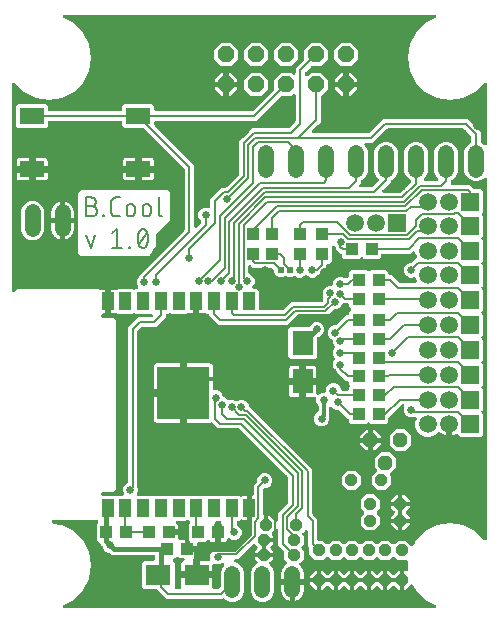
<source format=gtl>
G04 EAGLE Gerber X2 export*
%TF.Part,Single*%
%TF.FileFunction,Other,Top Copper Layer*%
%TF.FilePolarity,Positive*%
%TF.GenerationSoftware,Autodesk,EAGLE,9.1.3*%
%TF.CreationDate,2018-09-28T09:40:22Z*%
G75*
%MOIN*%
%FSLAX34Y34*%
%LPD*%
%AMOC8*
5,1,8,0,0,1.08239X$1,22.5*%
G01*
%ADD10C,0.007000*%
%ADD11C,0.059055*%
%ADD12R,0.059055X0.059055*%
%ADD13R,0.043307X0.039370*%
%ADD14P,0.058449X8X202.500000*%
%ADD15R,0.039370X0.043307*%
%ADD16P,0.051955X8X202.500000*%
%ADD17P,0.044744X8X202.500000*%
%ADD18P,0.044744X8X112.500000*%
%ADD19P,0.044744X8X22.500000*%
%ADD20R,0.082677X0.055118*%
%ADD21R,0.039370X0.059055*%
%ADD22R,0.177165X0.177165*%
%ADD23R,0.070866X0.084646*%
%ADD24R,0.084646X0.070866*%
%ADD25C,0.054000*%
%ADD26C,0.025748*%
%ADD27C,0.011811*%
%ADD28C,0.015748*%
%ADD29C,0.007874*%
%ADD30C,0.023780*%

G36*
X3645Y3874D02*
X3645Y3874D01*
X3650Y3874D01*
X3652Y3874D01*
X3653Y3875D01*
X3658Y3876D01*
X3663Y3877D01*
X3665Y3878D01*
X3666Y3879D01*
X3671Y3881D01*
X3675Y3884D01*
X3676Y3885D01*
X3678Y3886D01*
X3683Y3890D01*
X3691Y3898D01*
X3820Y3898D01*
X3827Y3899D01*
X3833Y3900D01*
X3834Y3900D01*
X3840Y3902D01*
X3846Y3904D01*
X3847Y3905D01*
X3852Y3908D01*
X3857Y3911D01*
X3858Y3912D01*
X3862Y3917D01*
X3867Y3921D01*
X3867Y3922D01*
X3870Y3927D01*
X3874Y3933D01*
X3874Y3934D01*
X3876Y3940D01*
X3878Y3946D01*
X3878Y3947D01*
X3878Y3953D01*
X3879Y3959D01*
X3879Y3960D01*
X3878Y3966D01*
X3877Y3972D01*
X3876Y3973D01*
X3876Y3974D01*
X3874Y3979D01*
X3847Y4045D01*
X3847Y4144D01*
X3885Y4235D01*
X3954Y4304D01*
X3979Y4315D01*
X3982Y4316D01*
X3986Y4318D01*
X3988Y4320D01*
X3991Y4321D01*
X3994Y4324D01*
X3997Y4326D01*
X3999Y4328D01*
X4001Y4330D01*
X4003Y4334D01*
X4005Y4336D01*
X4007Y4339D01*
X4008Y4342D01*
X4010Y4345D01*
X4011Y4348D01*
X4012Y4351D01*
X4013Y4354D01*
X4014Y4358D01*
X4015Y4362D01*
X4015Y4367D01*
X4015Y4368D01*
X4015Y4369D01*
X4015Y9514D01*
X4125Y9624D01*
X4234Y9734D01*
X4344Y9843D01*
X4792Y9843D01*
X4795Y9844D01*
X4799Y9844D01*
X4802Y9844D01*
X4806Y9845D01*
X4809Y9846D01*
X4812Y9847D01*
X4818Y9849D01*
X4824Y9853D01*
X4830Y9857D01*
X4834Y9862D01*
X4839Y9867D01*
X4842Y9873D01*
X4846Y9878D01*
X4848Y9885D01*
X4850Y9891D01*
X4850Y9898D01*
X4850Y9905D01*
X4849Y9911D01*
X4848Y9918D01*
X4846Y9924D01*
X4843Y9931D01*
X4839Y9935D01*
X4835Y9941D01*
X4835Y9942D01*
X4830Y9946D01*
X4824Y9950D01*
X4818Y9953D01*
X4812Y9956D01*
X4806Y9958D01*
X4799Y9959D01*
X4792Y9960D01*
X4281Y9960D01*
X4274Y9968D01*
X4272Y9969D01*
X4271Y9970D01*
X4267Y9973D01*
X4263Y9976D01*
X4261Y9977D01*
X4260Y9978D01*
X4255Y9980D01*
X4251Y9982D01*
X4249Y9982D01*
X4247Y9983D01*
X4242Y9984D01*
X4237Y9985D01*
X4236Y9985D01*
X4234Y9985D01*
X4229Y9984D01*
X4224Y9984D01*
X4222Y9984D01*
X4221Y9984D01*
X4216Y9982D01*
X4211Y9981D01*
X4209Y9980D01*
X4208Y9980D01*
X4203Y9977D01*
X4199Y9974D01*
X4198Y9973D01*
X4196Y9972D01*
X4191Y9968D01*
X4183Y9960D01*
X3691Y9960D01*
X3667Y9984D01*
X3666Y9984D01*
X3666Y9985D01*
X3661Y9989D01*
X3656Y9992D01*
X3656Y9993D01*
X3655Y9993D01*
X3649Y9995D01*
X3644Y9998D01*
X3643Y9998D01*
X3637Y10000D01*
X3631Y10001D01*
X3630Y10001D01*
X3629Y10001D01*
X3623Y10001D01*
X3617Y10000D01*
X3616Y10000D01*
X3610Y9998D01*
X3604Y9997D01*
X3604Y9996D01*
X3603Y9996D01*
X3597Y9993D01*
X3582Y9985D01*
X3557Y9978D01*
X3444Y9978D01*
X3444Y10335D01*
X3444Y10336D01*
X3444Y10338D01*
X3443Y10343D01*
X3443Y10348D01*
X3442Y10350D01*
X3442Y10351D01*
X3440Y10356D01*
X3438Y10361D01*
X3437Y10362D01*
X3436Y10364D01*
X3433Y10368D01*
X3431Y10372D01*
X3429Y10373D01*
X3429Y10374D01*
X3429Y10375D01*
X3433Y10379D01*
X3433Y10380D01*
X3434Y10381D01*
X3437Y10386D01*
X3439Y10390D01*
X3440Y10392D01*
X3441Y10393D01*
X3442Y10398D01*
X3443Y10403D01*
X3443Y10405D01*
X3444Y10407D01*
X3444Y10413D01*
X3444Y10770D01*
X3557Y10770D01*
X3582Y10763D01*
X3597Y10755D01*
X3598Y10754D01*
X3603Y10752D01*
X3609Y10750D01*
X3610Y10749D01*
X3611Y10749D01*
X3616Y10748D01*
X3622Y10747D01*
X3623Y10747D01*
X3624Y10747D01*
X3630Y10748D01*
X3636Y10748D01*
X3637Y10748D01*
X3643Y10750D01*
X3649Y10752D01*
X3650Y10752D01*
X3655Y10756D01*
X3660Y10759D01*
X3661Y10759D01*
X3662Y10760D01*
X3667Y10764D01*
X3691Y10788D01*
X4183Y10788D01*
X4191Y10780D01*
X4192Y10779D01*
X4193Y10778D01*
X4198Y10775D01*
X4202Y10772D01*
X4203Y10771D01*
X4205Y10770D01*
X4209Y10768D01*
X4214Y10766D01*
X4216Y10766D01*
X4217Y10765D01*
X4222Y10764D01*
X4227Y10763D01*
X4229Y10763D01*
X4230Y10763D01*
X4236Y10764D01*
X4241Y10764D01*
X4242Y10764D01*
X4244Y10764D01*
X4249Y10766D01*
X4254Y10767D01*
X4255Y10768D01*
X4257Y10769D01*
X4261Y10771D01*
X4266Y10774D01*
X4267Y10775D01*
X4268Y10776D01*
X4274Y10780D01*
X4281Y10788D01*
X4311Y10788D01*
X4316Y10789D01*
X4320Y10789D01*
X4322Y10789D01*
X4325Y10790D01*
X4329Y10791D01*
X4333Y10792D01*
X4335Y10793D01*
X4338Y10794D01*
X4341Y10797D01*
X4345Y10799D01*
X4347Y10800D01*
X4349Y10802D01*
X4352Y10805D01*
X4355Y10808D01*
X4356Y10810D01*
X4358Y10812D01*
X4360Y10815D01*
X4363Y10819D01*
X4364Y10821D01*
X4365Y10823D01*
X4366Y10827D01*
X4368Y10831D01*
X4368Y10834D01*
X4369Y10836D01*
X4369Y10840D01*
X4370Y10845D01*
X4370Y10847D01*
X4370Y10850D01*
X4369Y10854D01*
X4369Y10858D01*
X4368Y10861D01*
X4367Y10863D01*
X4366Y10867D01*
X4364Y10871D01*
X4363Y10873D01*
X4362Y10876D01*
X4359Y10879D01*
X4358Y10882D01*
X4319Y10974D01*
X4319Y11073D01*
X4357Y11164D01*
X4392Y11198D01*
X4395Y11203D01*
X4399Y11208D01*
X4400Y11209D01*
X4402Y11214D01*
X4405Y11220D01*
X4405Y11221D01*
X4406Y11221D01*
X4407Y11227D01*
X4408Y11233D01*
X4408Y11234D01*
X4408Y11235D01*
X4409Y11240D01*
X4409Y11247D01*
X5888Y12726D01*
X5891Y12730D01*
X5895Y12735D01*
X5896Y12736D01*
X5899Y12742D01*
X5901Y12747D01*
X5901Y12748D01*
X5902Y12748D01*
X5903Y12754D01*
X5904Y12760D01*
X5904Y12761D01*
X5905Y12762D01*
X5905Y12763D01*
X5905Y12767D01*
X5905Y14773D01*
X5904Y14778D01*
X5904Y14784D01*
X5903Y14785D01*
X5903Y14786D01*
X5901Y14791D01*
X5899Y14797D01*
X5899Y14798D01*
X5899Y14799D01*
X5895Y14804D01*
X5892Y14809D01*
X5891Y14810D01*
X5890Y14811D01*
X5888Y14814D01*
X4558Y16144D01*
X4553Y16147D01*
X4549Y16151D01*
X4548Y16151D01*
X4547Y16152D01*
X4542Y16154D01*
X4537Y16157D01*
X4536Y16157D01*
X4535Y16158D01*
X4529Y16159D01*
X4523Y16160D01*
X4522Y16160D01*
X4521Y16160D01*
X4517Y16161D01*
X3907Y16161D01*
X3838Y16230D01*
X3838Y16339D01*
X3838Y16340D01*
X3838Y16342D01*
X3837Y16347D01*
X3836Y16352D01*
X3836Y16354D01*
X3835Y16355D01*
X3833Y16360D01*
X3832Y16365D01*
X3831Y16366D01*
X3830Y16368D01*
X3827Y16372D01*
X3824Y16376D01*
X3823Y16377D01*
X3822Y16379D01*
X3818Y16382D01*
X3814Y16385D01*
X3813Y16386D01*
X3812Y16387D01*
X3807Y16390D01*
X3803Y16392D01*
X3801Y16393D01*
X3800Y16393D01*
X3795Y16395D01*
X3790Y16396D01*
X3788Y16396D01*
X3786Y16396D01*
X3780Y16397D01*
X1417Y16397D01*
X1416Y16397D01*
X1414Y16397D01*
X1409Y16396D01*
X1404Y16395D01*
X1402Y16395D01*
X1401Y16394D01*
X1396Y16392D01*
X1391Y16391D01*
X1390Y16390D01*
X1388Y16389D01*
X1384Y16386D01*
X1380Y16383D01*
X1379Y16382D01*
X1377Y16381D01*
X1374Y16377D01*
X1371Y16373D01*
X1370Y16372D01*
X1369Y16371D01*
X1366Y16366D01*
X1364Y16362D01*
X1363Y16360D01*
X1363Y16359D01*
X1361Y16354D01*
X1360Y16349D01*
X1360Y16347D01*
X1359Y16345D01*
X1359Y16339D01*
X1359Y16230D01*
X1289Y16161D01*
X364Y16161D01*
X295Y16230D01*
X295Y16880D01*
X364Y16950D01*
X1289Y16950D01*
X1359Y16880D01*
X1359Y16772D01*
X1359Y16770D01*
X1359Y16768D01*
X1360Y16763D01*
X1361Y16758D01*
X1361Y16757D01*
X1361Y16755D01*
X1363Y16750D01*
X1365Y16746D01*
X1366Y16744D01*
X1367Y16743D01*
X1370Y16738D01*
X1373Y16734D01*
X1374Y16733D01*
X1375Y16732D01*
X1379Y16728D01*
X1382Y16725D01*
X1384Y16724D01*
X1385Y16723D01*
X1390Y16721D01*
X1394Y16718D01*
X1396Y16718D01*
X1397Y16717D01*
X1402Y16716D01*
X1407Y16714D01*
X1409Y16714D01*
X1410Y16714D01*
X1417Y16713D01*
X3780Y16713D01*
X3781Y16714D01*
X3783Y16713D01*
X3788Y16714D01*
X3793Y16715D01*
X3795Y16715D01*
X3796Y16716D01*
X3801Y16718D01*
X3806Y16720D01*
X3807Y16720D01*
X3809Y16721D01*
X3813Y16724D01*
X3817Y16727D01*
X3818Y16728D01*
X3819Y16729D01*
X3823Y16733D01*
X3826Y16737D01*
X3827Y16738D01*
X3828Y16740D01*
X3830Y16744D01*
X3833Y16749D01*
X3834Y16750D01*
X3834Y16752D01*
X3835Y16757D01*
X3837Y16761D01*
X3837Y16763D01*
X3837Y16765D01*
X3838Y16772D01*
X3838Y16880D01*
X3907Y16950D01*
X4833Y16950D01*
X4902Y16880D01*
X4902Y16772D01*
X4903Y16770D01*
X4902Y16768D01*
X4903Y16763D01*
X4904Y16758D01*
X4904Y16757D01*
X4905Y16755D01*
X4907Y16750D01*
X4909Y16746D01*
X4909Y16744D01*
X4910Y16743D01*
X4913Y16738D01*
X4916Y16734D01*
X4917Y16733D01*
X4918Y16732D01*
X4922Y16728D01*
X4926Y16725D01*
X4927Y16724D01*
X4929Y16723D01*
X4933Y16721D01*
X4937Y16718D01*
X4939Y16718D01*
X4941Y16717D01*
X4946Y16716D01*
X4950Y16714D01*
X4952Y16714D01*
X4954Y16714D01*
X4961Y16713D01*
X8147Y16713D01*
X8152Y16714D01*
X8158Y16715D01*
X8159Y16715D01*
X8160Y16715D01*
X8165Y16717D01*
X8171Y16719D01*
X8172Y16719D01*
X8173Y16720D01*
X8178Y16723D01*
X8183Y16726D01*
X8184Y16727D01*
X8185Y16728D01*
X8188Y16730D01*
X8885Y17428D01*
X8889Y17432D01*
X8889Y17433D01*
X8893Y17437D01*
X8893Y17438D01*
X8894Y17439D01*
X8896Y17444D01*
X8899Y17449D01*
X8899Y17450D01*
X8900Y17451D01*
X8901Y17457D01*
X8902Y17462D01*
X8902Y17464D01*
X8902Y17465D01*
X8902Y17469D01*
X8902Y17771D01*
X9130Y17999D01*
X9452Y17999D01*
X9506Y17945D01*
X9509Y17943D01*
X9512Y17940D01*
X9515Y17939D01*
X9517Y17937D01*
X9520Y17935D01*
X9524Y17933D01*
X9527Y17932D01*
X9529Y17931D01*
X9533Y17931D01*
X9537Y17929D01*
X9540Y17929D01*
X9542Y17929D01*
X9546Y17929D01*
X9551Y17929D01*
X9553Y17929D01*
X9556Y17929D01*
X9560Y17930D01*
X9564Y17931D01*
X9566Y17932D01*
X9569Y17933D01*
X9572Y17935D01*
X9576Y17936D01*
X9578Y17938D01*
X9581Y17939D01*
X9584Y17942D01*
X9587Y17944D01*
X9589Y17946D01*
X9591Y17948D01*
X9593Y17951D01*
X9596Y17955D01*
X9597Y17957D01*
X9599Y17959D01*
X9600Y17963D01*
X9602Y17967D01*
X9603Y17969D01*
X9604Y17972D01*
X9604Y17976D01*
X9605Y17980D01*
X9605Y17984D01*
X9606Y17985D01*
X9605Y17985D01*
X9606Y17987D01*
X9606Y18148D01*
X9715Y18258D01*
X9885Y18428D01*
X9889Y18433D01*
X9893Y18437D01*
X9893Y18438D01*
X9894Y18439D01*
X9896Y18444D01*
X9899Y18449D01*
X9899Y18450D01*
X9900Y18451D01*
X9901Y18457D01*
X9902Y18462D01*
X9902Y18464D01*
X9902Y18465D01*
X9902Y18469D01*
X9902Y18771D01*
X10130Y18999D01*
X10452Y18999D01*
X10680Y18771D01*
X10680Y18449D01*
X10452Y18221D01*
X10150Y18221D01*
X10145Y18221D01*
X10139Y18220D01*
X10138Y18220D01*
X10137Y18220D01*
X10131Y18218D01*
X10126Y18216D01*
X10125Y18215D01*
X10124Y18215D01*
X10119Y18212D01*
X10114Y18209D01*
X10113Y18208D01*
X10112Y18207D01*
X10109Y18204D01*
X9939Y18034D01*
X9935Y18030D01*
X9932Y18025D01*
X9931Y18024D01*
X9928Y18018D01*
X9926Y18013D01*
X9925Y18012D01*
X9925Y18011D01*
X9924Y18006D01*
X9923Y18003D01*
X9923Y18002D01*
X9922Y18000D01*
X9922Y17999D01*
X9922Y17998D01*
X9922Y17997D01*
X9922Y17993D01*
X9922Y17932D01*
X9922Y17931D01*
X9922Y17930D01*
X9922Y17929D01*
X9922Y17927D01*
X9923Y17923D01*
X9923Y17921D01*
X9924Y17918D01*
X9925Y17914D01*
X9926Y17910D01*
X9927Y17908D01*
X9928Y17905D01*
X9931Y17902D01*
X9933Y17898D01*
X9934Y17896D01*
X9936Y17894D01*
X9939Y17891D01*
X9942Y17888D01*
X9944Y17887D01*
X9945Y17885D01*
X9949Y17883D01*
X9953Y17880D01*
X9955Y17879D01*
X9957Y17878D01*
X9961Y17877D01*
X9965Y17875D01*
X9968Y17875D01*
X9970Y17874D01*
X9974Y17874D01*
X9979Y17873D01*
X9981Y17874D01*
X9984Y17873D01*
X9988Y17874D01*
X9992Y17874D01*
X9994Y17875D01*
X9997Y17876D01*
X10001Y17877D01*
X10005Y17879D01*
X10007Y17880D01*
X10009Y17881D01*
X10013Y17884D01*
X10016Y17886D01*
X10020Y17889D01*
X10021Y17890D01*
X10022Y17890D01*
X10130Y17999D01*
X10452Y17999D01*
X10680Y17771D01*
X10680Y17449D01*
X10467Y17236D01*
X10463Y17231D01*
X10459Y17227D01*
X10459Y17226D01*
X10458Y17225D01*
X10456Y17220D01*
X10453Y17214D01*
X10453Y17213D01*
X10451Y17207D01*
X10450Y17201D01*
X10450Y17200D01*
X10450Y17199D01*
X10450Y17194D01*
X10450Y16368D01*
X10340Y16258D01*
X10167Y16085D01*
X10164Y16081D01*
X10161Y16078D01*
X10160Y16076D01*
X10158Y16074D01*
X10156Y16070D01*
X10154Y16066D01*
X10154Y16064D01*
X10152Y16062D01*
X10152Y16058D01*
X10150Y16053D01*
X10150Y16051D01*
X10150Y16048D01*
X10150Y16044D01*
X10150Y16040D01*
X10150Y16037D01*
X10150Y16035D01*
X10151Y16031D01*
X10152Y16027D01*
X10153Y16024D01*
X10154Y16022D01*
X10156Y16018D01*
X10157Y16014D01*
X10159Y16012D01*
X10160Y16010D01*
X10163Y16007D01*
X10165Y16003D01*
X10167Y16002D01*
X10169Y16000D01*
X10172Y15997D01*
X10176Y15995D01*
X10178Y15993D01*
X10180Y15992D01*
X10184Y15990D01*
X10188Y15989D01*
X10190Y15988D01*
X10193Y15987D01*
X10197Y15986D01*
X10201Y15985D01*
X10205Y15985D01*
X10206Y15985D01*
X10207Y15985D01*
X10208Y15985D01*
X12036Y15985D01*
X12042Y15986D01*
X12048Y15986D01*
X12049Y15986D01*
X12050Y15987D01*
X12055Y15989D01*
X12061Y15990D01*
X12062Y15991D01*
X12067Y15994D01*
X12072Y15997D01*
X12073Y15998D01*
X12074Y15999D01*
X12078Y16002D01*
X12471Y16396D01*
X12533Y16457D01*
X15341Y16457D01*
X15604Y16195D01*
X15605Y16191D01*
X15605Y16190D01*
X15606Y16190D01*
X15609Y16185D01*
X15612Y16180D01*
X15613Y16179D01*
X15613Y16178D01*
X15614Y16178D01*
X15616Y16174D01*
X15784Y16007D01*
X15784Y15704D01*
X15785Y15700D01*
X15785Y15696D01*
X15785Y15693D01*
X15786Y15690D01*
X15787Y15687D01*
X15788Y15683D01*
X15789Y15680D01*
X15790Y15678D01*
X15792Y15674D01*
X15794Y15671D01*
X15796Y15669D01*
X15798Y15666D01*
X15801Y15664D01*
X15803Y15661D01*
X15805Y15659D01*
X15808Y15657D01*
X15811Y15655D01*
X15814Y15653D01*
X15819Y15650D01*
X15820Y15650D01*
X15846Y15639D01*
X15891Y15594D01*
X15895Y15591D01*
X15898Y15588D01*
X15900Y15587D01*
X15902Y15585D01*
X15906Y15584D01*
X15910Y15582D01*
X15912Y15581D01*
X15914Y15580D01*
X15918Y15579D01*
X15922Y15578D01*
X15925Y15578D01*
X15928Y15577D01*
X15932Y15577D01*
X15936Y15577D01*
X15939Y15577D01*
X15941Y15577D01*
X15945Y15578D01*
X15949Y15579D01*
X15952Y15580D01*
X15954Y15581D01*
X15958Y15583D01*
X15962Y15585D01*
X15964Y15586D01*
X15966Y15587D01*
X15969Y15590D01*
X15973Y15593D01*
X15974Y15595D01*
X15976Y15596D01*
X15979Y15600D01*
X15981Y15603D01*
X15982Y15605D01*
X15984Y15607D01*
X15986Y15611D01*
X15987Y15615D01*
X15988Y15618D01*
X15989Y15620D01*
X15990Y15624D01*
X15991Y15628D01*
X15991Y15632D01*
X15991Y15633D01*
X15991Y15634D01*
X15991Y15635D01*
X15991Y17611D01*
X15990Y17615D01*
X15990Y17619D01*
X15990Y17622D01*
X15989Y17624D01*
X15988Y17628D01*
X15987Y17632D01*
X15986Y17634D01*
X15985Y17637D01*
X15982Y17640D01*
X15980Y17644D01*
X15979Y17646D01*
X15977Y17648D01*
X15974Y17651D01*
X15971Y17654D01*
X15969Y17656D01*
X15968Y17657D01*
X15964Y17659D01*
X15960Y17662D01*
X15958Y17663D01*
X15956Y17664D01*
X15952Y17665D01*
X15948Y17667D01*
X15945Y17667D01*
X15943Y17668D01*
X15939Y17668D01*
X15934Y17669D01*
X15932Y17669D01*
X15929Y17669D01*
X15925Y17668D01*
X15921Y17668D01*
X15919Y17667D01*
X15916Y17667D01*
X15912Y17665D01*
X15908Y17664D01*
X15906Y17662D01*
X15904Y17661D01*
X15900Y17659D01*
X15897Y17656D01*
X15893Y17654D01*
X15893Y17653D01*
X15892Y17653D01*
X15891Y17652D01*
X15597Y17357D01*
X15202Y17156D01*
X14764Y17087D01*
X14326Y17156D01*
X13931Y17357D01*
X13617Y17671D01*
X13416Y18066D01*
X13346Y18504D01*
X13416Y18942D01*
X13617Y19337D01*
X13931Y19651D01*
X14259Y19818D01*
X14264Y19821D01*
X14270Y19825D01*
X14274Y19830D01*
X14279Y19835D01*
X14282Y19841D01*
X14286Y19847D01*
X14288Y19853D01*
X14290Y19860D01*
X14290Y19866D01*
X14290Y19873D01*
X14289Y19880D01*
X14288Y19886D01*
X14288Y19887D01*
X14285Y19893D01*
X14283Y19899D01*
X14279Y19905D01*
X14275Y19910D01*
X14274Y19910D01*
X14269Y19914D01*
X14264Y19918D01*
X14264Y19919D01*
X14258Y19921D01*
X14252Y19924D01*
X14252Y19925D01*
X14246Y19926D01*
X14239Y19928D01*
X14238Y19928D01*
X14232Y19928D01*
X1909Y19928D01*
X1903Y19927D01*
X1896Y19927D01*
X1896Y19926D01*
X1890Y19924D01*
X1884Y19922D01*
X1883Y19922D01*
X1878Y19918D01*
X1872Y19915D01*
X1872Y19914D01*
X1867Y19910D01*
X1863Y19905D01*
X1859Y19899D01*
X1856Y19893D01*
X1854Y19886D01*
X1852Y19880D01*
X1852Y19873D01*
X1851Y19867D01*
X1851Y19866D01*
X1852Y19860D01*
X1854Y19853D01*
X1856Y19847D01*
X1859Y19841D01*
X1863Y19835D01*
X1867Y19830D01*
X1872Y19826D01*
X1877Y19821D01*
X1878Y19821D01*
X1883Y19818D01*
X2211Y19651D01*
X2525Y19337D01*
X2726Y18942D01*
X2795Y18504D01*
X2726Y18066D01*
X2525Y17671D01*
X2211Y17357D01*
X1816Y17156D01*
X1378Y17087D01*
X940Y17156D01*
X545Y17357D01*
X250Y17652D01*
X247Y17654D01*
X244Y17657D01*
X242Y17659D01*
X240Y17660D01*
X236Y17662D01*
X232Y17664D01*
X230Y17665D01*
X227Y17666D01*
X223Y17667D01*
X219Y17668D01*
X217Y17668D01*
X214Y17669D01*
X210Y17669D01*
X206Y17669D01*
X203Y17668D01*
X201Y17668D01*
X197Y17667D01*
X192Y17667D01*
X190Y17665D01*
X188Y17665D01*
X184Y17663D01*
X180Y17661D01*
X178Y17660D01*
X176Y17658D01*
X172Y17656D01*
X169Y17653D01*
X167Y17651D01*
X166Y17649D01*
X163Y17646D01*
X160Y17643D01*
X159Y17640D01*
X158Y17638D01*
X156Y17634D01*
X154Y17631D01*
X154Y17628D01*
X153Y17626D01*
X152Y17622D01*
X151Y17618D01*
X151Y17613D01*
X151Y17612D01*
X151Y17611D01*
X151Y10731D01*
X151Y10727D01*
X151Y10723D01*
X152Y10720D01*
X152Y10718D01*
X154Y10714D01*
X155Y10710D01*
X156Y10707D01*
X157Y10705D01*
X159Y10702D01*
X161Y10698D01*
X163Y10696D01*
X164Y10694D01*
X167Y10691D01*
X170Y10688D01*
X172Y10686D01*
X174Y10684D01*
X178Y10682D01*
X181Y10680D01*
X184Y10679D01*
X186Y10678D01*
X190Y10676D01*
X194Y10675D01*
X196Y10675D01*
X199Y10674D01*
X203Y10674D01*
X207Y10673D01*
X210Y10673D01*
X212Y10673D01*
X217Y10674D01*
X221Y10674D01*
X223Y10675D01*
X226Y10675D01*
X230Y10677D01*
X234Y10678D01*
X236Y10680D01*
X238Y10681D01*
X242Y10683D01*
X245Y10685D01*
X248Y10688D01*
X249Y10689D01*
X250Y10690D01*
X334Y10774D01*
X3052Y10774D01*
X3054Y10772D01*
X3059Y10768D01*
X3066Y10765D01*
X3072Y10763D01*
X3078Y10761D01*
X3085Y10760D01*
X3092Y10760D01*
X3098Y10760D01*
X3105Y10762D01*
X3136Y10770D01*
X3249Y10770D01*
X3249Y10413D01*
X3249Y10412D01*
X3249Y10410D01*
X3250Y10405D01*
X3250Y10400D01*
X3251Y10398D01*
X3251Y10397D01*
X3253Y10392D01*
X3255Y10387D01*
X3256Y10386D01*
X3257Y10384D01*
X3260Y10380D01*
X3262Y10376D01*
X3264Y10375D01*
X3264Y10374D01*
X3264Y10373D01*
X3260Y10369D01*
X3260Y10368D01*
X3258Y10367D01*
X3256Y10362D01*
X3254Y10358D01*
X3253Y10356D01*
X3252Y10355D01*
X3251Y10350D01*
X3250Y10345D01*
X3250Y10343D01*
X3249Y10342D01*
X3249Y10335D01*
X3249Y9978D01*
X3194Y9978D01*
X3193Y9978D01*
X3191Y9978D01*
X3186Y9977D01*
X3181Y9976D01*
X3179Y9976D01*
X3178Y9976D01*
X3173Y9974D01*
X3168Y9972D01*
X3167Y9971D01*
X3165Y9970D01*
X3161Y9967D01*
X3157Y9964D01*
X3156Y9963D01*
X3154Y9962D01*
X3151Y9958D01*
X3148Y9955D01*
X3147Y9953D01*
X3146Y9952D01*
X3143Y9947D01*
X3141Y9943D01*
X3140Y9941D01*
X3140Y9940D01*
X3138Y9935D01*
X3137Y9930D01*
X3137Y9928D01*
X3136Y9927D01*
X3136Y9920D01*
X3136Y9887D01*
X3136Y9886D01*
X3136Y9884D01*
X3137Y9879D01*
X3138Y9874D01*
X3138Y9872D01*
X3138Y9871D01*
X3140Y9866D01*
X3142Y9861D01*
X3143Y9860D01*
X3144Y9858D01*
X3147Y9854D01*
X3150Y9850D01*
X3151Y9849D01*
X3152Y9847D01*
X3156Y9844D01*
X3159Y9840D01*
X3161Y9840D01*
X3162Y9839D01*
X3167Y9836D01*
X3171Y9834D01*
X3173Y9833D01*
X3174Y9832D01*
X3179Y9831D01*
X3184Y9830D01*
X3186Y9830D01*
X3187Y9829D01*
X3194Y9829D01*
X3524Y9829D01*
X3608Y9745D01*
X3608Y4114D01*
X3524Y4029D01*
X3194Y4029D01*
X3193Y4029D01*
X3191Y4029D01*
X3186Y4028D01*
X3181Y4028D01*
X3179Y4027D01*
X3178Y4027D01*
X3173Y4025D01*
X3168Y4023D01*
X3167Y4022D01*
X3165Y4022D01*
X3161Y4019D01*
X3157Y4016D01*
X3156Y4015D01*
X3154Y4014D01*
X3151Y4010D01*
X3148Y4006D01*
X3147Y4004D01*
X3146Y4003D01*
X3143Y3999D01*
X3141Y3994D01*
X3140Y3993D01*
X3140Y3991D01*
X3138Y3986D01*
X3137Y3981D01*
X3137Y3980D01*
X3136Y3978D01*
X3136Y3971D01*
X3136Y3957D01*
X3136Y3955D01*
X3136Y3953D01*
X3137Y3948D01*
X3138Y3943D01*
X3138Y3942D01*
X3138Y3940D01*
X3140Y3935D01*
X3142Y3931D01*
X3143Y3929D01*
X3144Y3928D01*
X3147Y3924D01*
X3150Y3919D01*
X3151Y3918D01*
X3152Y3917D01*
X3156Y3913D01*
X3159Y3910D01*
X3161Y3909D01*
X3162Y3908D01*
X3167Y3906D01*
X3171Y3903D01*
X3173Y3903D01*
X3174Y3902D01*
X3179Y3901D01*
X3184Y3899D01*
X3186Y3899D01*
X3187Y3899D01*
X3194Y3898D01*
X3593Y3898D01*
X3601Y3890D01*
X3602Y3889D01*
X3603Y3888D01*
X3607Y3885D01*
X3611Y3882D01*
X3613Y3881D01*
X3614Y3880D01*
X3619Y3878D01*
X3623Y3876D01*
X3625Y3876D01*
X3627Y3875D01*
X3632Y3875D01*
X3637Y3874D01*
X3638Y3874D01*
X3640Y3873D01*
X3645Y3874D01*
G37*
G36*
X5739Y788D02*
X5739Y788D01*
X5742Y788D01*
X5746Y789D01*
X5750Y790D01*
X5753Y791D01*
X5755Y791D01*
X5759Y793D01*
X5763Y794D01*
X5765Y796D01*
X5768Y797D01*
X5771Y799D01*
X5774Y802D01*
X5776Y804D01*
X5778Y805D01*
X5781Y809D01*
X5784Y812D01*
X5785Y814D01*
X5787Y816D01*
X5788Y820D01*
X5791Y823D01*
X5791Y826D01*
X5792Y828D01*
X5793Y832D01*
X5794Y836D01*
X5795Y839D01*
X5795Y841D01*
X5795Y846D01*
X5795Y850D01*
X5795Y852D01*
X5795Y855D01*
X5793Y862D01*
X5785Y892D01*
X5785Y1142D01*
X6250Y1142D01*
X6252Y1143D01*
X6253Y1143D01*
X6258Y1143D01*
X6263Y1144D01*
X6265Y1145D01*
X6267Y1145D01*
X6271Y1147D01*
X6276Y1149D01*
X6278Y1150D01*
X6279Y1150D01*
X6283Y1153D01*
X6287Y1156D01*
X6289Y1157D01*
X6290Y1158D01*
X6293Y1162D01*
X6297Y1166D01*
X6298Y1167D01*
X6299Y1169D01*
X6301Y1173D01*
X6304Y1178D01*
X6304Y1179D01*
X6305Y1181D01*
X6306Y1186D01*
X6307Y1191D01*
X6308Y1192D01*
X6308Y1194D01*
X6308Y1201D01*
X6308Y1261D01*
X6310Y1261D01*
X6310Y1201D01*
X6310Y1199D01*
X6310Y1197D01*
X6311Y1192D01*
X6311Y1187D01*
X6312Y1186D01*
X6312Y1184D01*
X6314Y1179D01*
X6316Y1175D01*
X6317Y1173D01*
X6318Y1172D01*
X6321Y1168D01*
X6323Y1163D01*
X6325Y1162D01*
X6326Y1161D01*
X6330Y1158D01*
X6333Y1154D01*
X6335Y1153D01*
X6336Y1152D01*
X6341Y1150D01*
X6345Y1147D01*
X6347Y1147D01*
X6348Y1146D01*
X6353Y1145D01*
X6358Y1143D01*
X6360Y1143D01*
X6361Y1143D01*
X6368Y1142D01*
X6833Y1142D01*
X6833Y892D01*
X6825Y862D01*
X6824Y859D01*
X6824Y857D01*
X6823Y852D01*
X6823Y848D01*
X6823Y846D01*
X6823Y843D01*
X6824Y839D01*
X6824Y835D01*
X6825Y832D01*
X6825Y830D01*
X6827Y826D01*
X6828Y822D01*
X6830Y820D01*
X6831Y817D01*
X6833Y814D01*
X6835Y810D01*
X6837Y809D01*
X6839Y807D01*
X6842Y804D01*
X6845Y801D01*
X6847Y799D01*
X6849Y798D01*
X6853Y796D01*
X6856Y794D01*
X6859Y793D01*
X6861Y792D01*
X6865Y791D01*
X6869Y789D01*
X6872Y789D01*
X6874Y789D01*
X6881Y788D01*
X7021Y788D01*
X7026Y789D01*
X7032Y789D01*
X7033Y790D01*
X7034Y790D01*
X7040Y792D01*
X7045Y794D01*
X7046Y794D01*
X7047Y794D01*
X7052Y798D01*
X7057Y801D01*
X7058Y801D01*
X7058Y802D01*
X7059Y802D01*
X7062Y805D01*
X7098Y841D01*
X7102Y846D01*
X7105Y851D01*
X7106Y851D01*
X7106Y852D01*
X7109Y857D01*
X7112Y863D01*
X7112Y864D01*
X7113Y870D01*
X7115Y876D01*
X7115Y877D01*
X7115Y878D01*
X7115Y883D01*
X7115Y1371D01*
X7174Y1514D01*
X7215Y1555D01*
X7217Y1557D01*
X7218Y1558D01*
X7221Y1562D01*
X7224Y1566D01*
X7225Y1568D01*
X7226Y1569D01*
X7228Y1574D01*
X7230Y1578D01*
X7230Y1580D01*
X7231Y1582D01*
X7231Y1587D01*
X7232Y1591D01*
X7232Y1593D01*
X7233Y1595D01*
X7232Y1600D01*
X7232Y1605D01*
X7231Y1607D01*
X7231Y1609D01*
X7230Y1613D01*
X7228Y1618D01*
X7227Y1620D01*
X7227Y1622D01*
X7224Y1626D01*
X7222Y1630D01*
X7221Y1631D01*
X7219Y1633D01*
X7216Y1636D01*
X7213Y1640D01*
X7211Y1641D01*
X7210Y1643D01*
X7206Y1645D01*
X7202Y1648D01*
X7200Y1648D01*
X7198Y1649D01*
X7194Y1651D01*
X7189Y1653D01*
X7187Y1653D01*
X7185Y1654D01*
X7181Y1654D01*
X7176Y1655D01*
X7174Y1654D01*
X7172Y1655D01*
X7167Y1654D01*
X7163Y1653D01*
X7161Y1653D01*
X7158Y1652D01*
X7152Y1650D01*
X7057Y1611D01*
X6959Y1611D01*
X6914Y1630D01*
X6908Y1631D01*
X6902Y1633D01*
X6901Y1633D01*
X6894Y1634D01*
X6888Y1634D01*
X6887Y1634D01*
X6881Y1633D01*
X6875Y1632D01*
X6874Y1631D01*
X6868Y1629D01*
X6862Y1626D01*
X6861Y1626D01*
X6856Y1622D01*
X6851Y1618D01*
X6847Y1613D01*
X6843Y1608D01*
X6842Y1607D01*
X6839Y1601D01*
X6837Y1596D01*
X6836Y1595D01*
X6835Y1589D01*
X6833Y1583D01*
X6833Y1582D01*
X6833Y1581D01*
X6833Y1576D01*
X6833Y1377D01*
X6426Y1377D01*
X6426Y1715D01*
X6712Y1715D01*
X6718Y1716D01*
X6725Y1716D01*
X6726Y1716D01*
X6731Y1719D01*
X6737Y1721D01*
X6738Y1721D01*
X6743Y1725D01*
X6749Y1728D01*
X6750Y1729D01*
X6754Y1733D01*
X6758Y1738D01*
X6759Y1738D01*
X6762Y1744D01*
X6765Y1749D01*
X6765Y1750D01*
X6766Y1750D01*
X6767Y1756D01*
X6769Y1762D01*
X6769Y1763D01*
X6770Y1769D01*
X6770Y1776D01*
X6770Y1777D01*
X6769Y1783D01*
X6768Y1789D01*
X6768Y1790D01*
X6766Y1796D01*
X6760Y1809D01*
X6760Y1908D01*
X6798Y1999D01*
X6868Y2068D01*
X6959Y2106D01*
X7543Y2106D01*
X7549Y2107D01*
X7555Y2107D01*
X7556Y2108D01*
X7557Y2108D01*
X7562Y2110D01*
X7568Y2112D01*
X7569Y2112D01*
X7574Y2116D01*
X7579Y2119D01*
X7580Y2119D01*
X7581Y2120D01*
X7584Y2123D01*
X8074Y2612D01*
X8077Y2617D01*
X8081Y2622D01*
X8082Y2622D01*
X8082Y2623D01*
X8085Y2628D01*
X8087Y2634D01*
X8087Y2635D01*
X8088Y2635D01*
X8089Y2641D01*
X8090Y2647D01*
X8090Y2648D01*
X8091Y2649D01*
X8090Y2649D01*
X8091Y2654D01*
X8091Y3095D01*
X8151Y3156D01*
X8155Y3161D01*
X8159Y3165D01*
X8159Y3166D01*
X8160Y3167D01*
X8162Y3172D01*
X8165Y3177D01*
X8165Y3178D01*
X8166Y3179D01*
X8167Y3185D01*
X8168Y3190D01*
X8168Y3192D01*
X8168Y3193D01*
X8169Y3197D01*
X8169Y3445D01*
X8168Y3447D01*
X8168Y3448D01*
X8168Y3453D01*
X8167Y3458D01*
X8166Y3460D01*
X8166Y3462D01*
X8164Y3466D01*
X8162Y3471D01*
X8161Y3472D01*
X8161Y3474D01*
X8158Y3478D01*
X8155Y3482D01*
X8154Y3483D01*
X8153Y3484D01*
X8153Y3485D01*
X8157Y3489D01*
X8158Y3490D01*
X8159Y3492D01*
X8161Y3496D01*
X8164Y3500D01*
X8164Y3502D01*
X8165Y3504D01*
X8166Y3509D01*
X8168Y3513D01*
X8168Y3515D01*
X8168Y3517D01*
X8169Y3524D01*
X8169Y3883D01*
X8172Y3885D01*
X8177Y3886D01*
X8178Y3887D01*
X8180Y3888D01*
X8184Y3891D01*
X8188Y3894D01*
X8189Y3895D01*
X8190Y3896D01*
X8194Y3900D01*
X8197Y3904D01*
X8198Y3905D01*
X8199Y3906D01*
X8202Y3911D01*
X8204Y3915D01*
X8205Y3917D01*
X8205Y3919D01*
X8206Y3923D01*
X8208Y3928D01*
X8208Y3930D01*
X8208Y3932D01*
X8209Y3939D01*
X8209Y4259D01*
X8318Y4369D01*
X8322Y4373D01*
X8325Y4378D01*
X8326Y4378D01*
X8326Y4379D01*
X8329Y4384D01*
X8332Y4390D01*
X8332Y4391D01*
X8333Y4397D01*
X8335Y4403D01*
X8335Y4404D01*
X8335Y4405D01*
X8335Y4406D01*
X8335Y4410D01*
X8335Y4459D01*
X8373Y4550D01*
X8442Y4619D01*
X8533Y4657D01*
X8632Y4657D01*
X8723Y4619D01*
X8793Y4550D01*
X8830Y4459D01*
X8830Y4360D01*
X8793Y4269D01*
X8723Y4200D01*
X8632Y4162D01*
X8584Y4162D01*
X8582Y4162D01*
X8580Y4162D01*
X8575Y4161D01*
X8570Y4160D01*
X8569Y4160D01*
X8567Y4159D01*
X8562Y4157D01*
X8557Y4156D01*
X8556Y4155D01*
X8555Y4154D01*
X8550Y4151D01*
X8546Y4148D01*
X8545Y4147D01*
X8544Y4146D01*
X8540Y4142D01*
X8537Y4138D01*
X8536Y4137D01*
X8535Y4136D01*
X8533Y4131D01*
X8530Y4127D01*
X8530Y4125D01*
X8529Y4124D01*
X8528Y4119D01*
X8526Y4114D01*
X8526Y4112D01*
X8526Y4110D01*
X8525Y4104D01*
X8525Y3279D01*
X8526Y3277D01*
X8525Y3276D01*
X8526Y3271D01*
X8527Y3266D01*
X8527Y3264D01*
X8528Y3262D01*
X8530Y3258D01*
X8532Y3253D01*
X8532Y3252D01*
X8533Y3250D01*
X8536Y3246D01*
X8539Y3242D01*
X8540Y3241D01*
X8541Y3239D01*
X8545Y3236D01*
X8549Y3232D01*
X8550Y3232D01*
X8551Y3230D01*
X8556Y3228D01*
X8560Y3226D01*
X8562Y3225D01*
X8564Y3224D01*
X8566Y3224D01*
X8566Y2923D01*
X8566Y2922D01*
X8566Y2920D01*
X8567Y2915D01*
X8567Y2910D01*
X8568Y2908D01*
X8568Y2907D01*
X8570Y2902D01*
X8572Y2897D01*
X8573Y2896D01*
X8573Y2894D01*
X8577Y2890D01*
X8579Y2886D01*
X8581Y2885D01*
X8582Y2883D01*
X8585Y2880D01*
X8589Y2876D01*
X8591Y2876D01*
X8592Y2875D01*
X8596Y2872D01*
X8601Y2870D01*
X8602Y2869D01*
X8604Y2868D01*
X8609Y2867D01*
X8614Y2866D01*
X8616Y2866D01*
X8617Y2865D01*
X8624Y2865D01*
X8644Y2865D01*
X8645Y2865D01*
X8647Y2865D01*
X8652Y2866D01*
X8657Y2866D01*
X8659Y2867D01*
X8660Y2867D01*
X8665Y2869D01*
X8670Y2871D01*
X8671Y2872D01*
X8673Y2873D01*
X8677Y2876D01*
X8681Y2879D01*
X8682Y2880D01*
X8684Y2881D01*
X8687Y2885D01*
X8690Y2888D01*
X8691Y2890D01*
X8692Y2891D01*
X8695Y2896D01*
X8697Y2900D01*
X8698Y2902D01*
X8698Y2903D01*
X8700Y2908D01*
X8701Y2913D01*
X8701Y2915D01*
X8702Y2916D01*
X8702Y2923D01*
X8702Y3221D01*
X8761Y3221D01*
X8931Y3051D01*
X8935Y3048D01*
X8938Y3045D01*
X8940Y3044D01*
X8942Y3042D01*
X8946Y3041D01*
X8949Y3038D01*
X8952Y3038D01*
X8954Y3037D01*
X8958Y3036D01*
X8962Y3035D01*
X8965Y3034D01*
X8967Y3034D01*
X8972Y3034D01*
X8976Y3034D01*
X8978Y3034D01*
X8981Y3034D01*
X8985Y3035D01*
X8989Y3036D01*
X8992Y3037D01*
X8994Y3038D01*
X8998Y3040D01*
X9002Y3041D01*
X9004Y3043D01*
X9006Y3044D01*
X9009Y3047D01*
X9012Y3049D01*
X9014Y3051D01*
X9016Y3053D01*
X9018Y3057D01*
X9021Y3060D01*
X9022Y3062D01*
X9024Y3064D01*
X9025Y3068D01*
X9027Y3072D01*
X9028Y3074D01*
X9029Y3077D01*
X9029Y3081D01*
X9030Y3085D01*
X9031Y3089D01*
X9031Y3090D01*
X9031Y3091D01*
X9031Y3092D01*
X9031Y3309D01*
X9352Y3631D01*
X9356Y3635D01*
X9360Y3640D01*
X9361Y3641D01*
X9363Y3646D01*
X9366Y3652D01*
X9366Y3653D01*
X9368Y3659D01*
X9369Y3665D01*
X9369Y3666D01*
X9369Y3667D01*
X9369Y3668D01*
X9369Y3672D01*
X9369Y4477D01*
X9369Y4483D01*
X9368Y4489D01*
X9368Y4490D01*
X9368Y4491D01*
X9366Y4496D01*
X9364Y4502D01*
X9363Y4503D01*
X9360Y4508D01*
X9357Y4513D01*
X9356Y4514D01*
X9356Y4515D01*
X9355Y4515D01*
X9352Y4518D01*
X7747Y6124D01*
X7742Y6128D01*
X7738Y6131D01*
X7737Y6132D01*
X7736Y6132D01*
X7731Y6135D01*
X7726Y6137D01*
X7725Y6138D01*
X7724Y6138D01*
X7718Y6139D01*
X7712Y6141D01*
X7711Y6141D01*
X7710Y6141D01*
X7706Y6141D01*
X7021Y6141D01*
X6881Y6281D01*
X6837Y6325D01*
X6831Y6330D01*
X6826Y6334D01*
X6820Y6337D01*
X6814Y6339D01*
X6808Y6341D01*
X6801Y6342D01*
X6794Y6342D01*
X6787Y6342D01*
X6780Y6340D01*
X6765Y6336D01*
X5983Y6336D01*
X5983Y7264D01*
X5983Y7265D01*
X5983Y7267D01*
X5983Y7272D01*
X5982Y7277D01*
X5981Y7279D01*
X5981Y7280D01*
X5979Y7285D01*
X5977Y7290D01*
X5976Y7291D01*
X5976Y7293D01*
X5973Y7297D01*
X5970Y7301D01*
X5969Y7302D01*
X5968Y7304D01*
X5964Y7307D01*
X5960Y7311D01*
X5959Y7311D01*
X5957Y7312D01*
X5953Y7315D01*
X5948Y7317D01*
X5947Y7318D01*
X5945Y7319D01*
X5940Y7320D01*
X5935Y7321D01*
X5934Y7321D01*
X5932Y7322D01*
X5925Y7322D01*
X5865Y7322D01*
X5865Y7324D01*
X5925Y7324D01*
X5927Y7324D01*
X5929Y7324D01*
X5934Y7325D01*
X5939Y7325D01*
X5940Y7326D01*
X5942Y7326D01*
X5947Y7328D01*
X5951Y7330D01*
X5953Y7331D01*
X5954Y7331D01*
X5958Y7334D01*
X5963Y7337D01*
X5964Y7338D01*
X5965Y7339D01*
X5968Y7343D01*
X5972Y7347D01*
X5973Y7348D01*
X5974Y7350D01*
X5976Y7354D01*
X5979Y7359D01*
X5979Y7360D01*
X5980Y7362D01*
X5981Y7367D01*
X5983Y7372D01*
X5983Y7373D01*
X5983Y7375D01*
X5983Y7382D01*
X5983Y8309D01*
X6765Y8309D01*
X6791Y8303D01*
X6814Y8289D01*
X6833Y8271D01*
X6846Y8248D01*
X6853Y8222D01*
X6853Y7471D01*
X6853Y7470D01*
X6853Y7468D01*
X6854Y7463D01*
X6854Y7458D01*
X6855Y7456D01*
X6855Y7455D01*
X6857Y7450D01*
X6859Y7445D01*
X6860Y7444D01*
X6860Y7442D01*
X6864Y7438D01*
X6866Y7434D01*
X6868Y7433D01*
X6869Y7431D01*
X6872Y7428D01*
X6876Y7425D01*
X6878Y7424D01*
X6879Y7423D01*
X6883Y7420D01*
X6888Y7418D01*
X6889Y7417D01*
X6891Y7417D01*
X6896Y7415D01*
X6901Y7414D01*
X6903Y7414D01*
X6904Y7413D01*
X6911Y7413D01*
X6990Y7413D01*
X7081Y7375D01*
X7151Y7306D01*
X7193Y7204D01*
X7195Y7199D01*
X7198Y7194D01*
X7199Y7193D01*
X7203Y7188D01*
X7207Y7184D01*
X7208Y7183D01*
X7213Y7179D01*
X7218Y7176D01*
X7219Y7175D01*
X7220Y7175D01*
X7224Y7173D01*
X7306Y7139D01*
X7345Y7100D01*
X7348Y7098D01*
X7350Y7095D01*
X7353Y7094D01*
X7355Y7092D01*
X7359Y7090D01*
X7362Y7088D01*
X7365Y7087D01*
X7367Y7086D01*
X7371Y7085D01*
X7375Y7084D01*
X7378Y7084D01*
X7381Y7083D01*
X7384Y7083D01*
X7388Y7083D01*
X7391Y7084D01*
X7394Y7084D01*
X7398Y7085D01*
X7402Y7085D01*
X7407Y7087D01*
X7408Y7087D01*
X7434Y7098D01*
X7532Y7098D01*
X7613Y7064D01*
X7619Y7063D01*
X7624Y7061D01*
X7625Y7061D01*
X7626Y7061D01*
X7632Y7060D01*
X7638Y7060D01*
X7639Y7060D01*
X7640Y7060D01*
X7645Y7061D01*
X7651Y7062D01*
X7652Y7063D01*
X7653Y7063D01*
X7654Y7063D01*
X7658Y7064D01*
X7751Y7103D01*
X7850Y7103D01*
X7941Y7065D01*
X8010Y6996D01*
X8042Y6919D01*
X8043Y6918D01*
X8043Y6916D01*
X8046Y6912D01*
X8049Y6907D01*
X8050Y6906D01*
X8050Y6905D01*
X8055Y6900D01*
X10057Y4897D01*
X10167Y4787D01*
X10167Y3297D01*
X10167Y3296D01*
X10167Y3295D01*
X10168Y3291D01*
X10168Y3285D01*
X10169Y3285D01*
X10169Y3284D01*
X10171Y3278D01*
X10172Y3273D01*
X10173Y3272D01*
X10173Y3271D01*
X10176Y3266D01*
X10180Y3261D01*
X10180Y3260D01*
X10181Y3260D01*
X10181Y3259D01*
X10184Y3256D01*
X10225Y3215D01*
X10334Y3106D01*
X10334Y2459D01*
X10335Y2457D01*
X10334Y2455D01*
X10335Y2450D01*
X10336Y2445D01*
X10337Y2444D01*
X10337Y2442D01*
X10339Y2437D01*
X10341Y2433D01*
X10341Y2431D01*
X10342Y2430D01*
X10345Y2425D01*
X10348Y2421D01*
X10349Y2420D01*
X10350Y2419D01*
X10354Y2415D01*
X10358Y2412D01*
X10359Y2411D01*
X10361Y2410D01*
X10365Y2408D01*
X10370Y2405D01*
X10371Y2405D01*
X10373Y2404D01*
X10378Y2403D01*
X10382Y2401D01*
X10384Y2401D01*
X10386Y2401D01*
X10393Y2400D01*
X10529Y2400D01*
X10628Y2301D01*
X10629Y2300D01*
X10630Y2299D01*
X10635Y2296D01*
X10639Y2292D01*
X10640Y2292D01*
X10642Y2291D01*
X10646Y2289D01*
X10651Y2287D01*
X10653Y2286D01*
X10654Y2286D01*
X10659Y2285D01*
X10664Y2284D01*
X10666Y2284D01*
X10668Y2284D01*
X10673Y2284D01*
X10678Y2284D01*
X10679Y2285D01*
X10681Y2285D01*
X10686Y2287D01*
X10691Y2288D01*
X10692Y2289D01*
X10694Y2289D01*
X10698Y2292D01*
X10703Y2294D01*
X10704Y2295D01*
X10705Y2296D01*
X10711Y2301D01*
X10810Y2400D01*
X11080Y2400D01*
X11179Y2301D01*
X11181Y2300D01*
X11182Y2299D01*
X11186Y2296D01*
X11190Y2292D01*
X11191Y2292D01*
X11193Y2291D01*
X11197Y2289D01*
X11202Y2287D01*
X11204Y2286D01*
X11205Y2286D01*
X11210Y2285D01*
X11215Y2284D01*
X11217Y2284D01*
X11219Y2284D01*
X11224Y2284D01*
X11229Y2284D01*
X11230Y2285D01*
X11232Y2285D01*
X11237Y2287D01*
X11242Y2288D01*
X11243Y2289D01*
X11245Y2289D01*
X11249Y2292D01*
X11254Y2294D01*
X11255Y2295D01*
X11257Y2296D01*
X11262Y2301D01*
X11361Y2400D01*
X11631Y2400D01*
X11730Y2301D01*
X11732Y2300D01*
X11733Y2299D01*
X11737Y2296D01*
X11741Y2292D01*
X11743Y2292D01*
X11744Y2291D01*
X11749Y2289D01*
X11753Y2287D01*
X11755Y2286D01*
X11756Y2286D01*
X11762Y2285D01*
X11767Y2284D01*
X11768Y2284D01*
X11770Y2284D01*
X11775Y2284D01*
X11780Y2284D01*
X11782Y2285D01*
X11783Y2285D01*
X11788Y2287D01*
X11793Y2288D01*
X11795Y2289D01*
X11796Y2289D01*
X11801Y2292D01*
X11805Y2294D01*
X11806Y2295D01*
X11808Y2296D01*
X11813Y2301D01*
X11912Y2400D01*
X12182Y2400D01*
X12282Y2301D01*
X12283Y2300D01*
X12284Y2299D01*
X12288Y2296D01*
X12292Y2292D01*
X12294Y2292D01*
X12295Y2291D01*
X12300Y2289D01*
X12304Y2287D01*
X12306Y2286D01*
X12308Y2286D01*
X12313Y2285D01*
X12318Y2284D01*
X12319Y2284D01*
X12321Y2284D01*
X12326Y2284D01*
X12331Y2284D01*
X12333Y2285D01*
X12335Y2285D01*
X12339Y2287D01*
X12344Y2288D01*
X12346Y2289D01*
X12347Y2289D01*
X12352Y2292D01*
X12356Y2294D01*
X12357Y2295D01*
X12359Y2296D01*
X12364Y2301D01*
X12464Y2400D01*
X12733Y2400D01*
X12833Y2301D01*
X12834Y2300D01*
X12835Y2299D01*
X12839Y2296D01*
X12843Y2292D01*
X12845Y2292D01*
X12846Y2291D01*
X12851Y2289D01*
X12856Y2287D01*
X12857Y2286D01*
X12859Y2286D01*
X12864Y2285D01*
X12869Y2284D01*
X12871Y2284D01*
X12872Y2284D01*
X12877Y2284D01*
X12882Y2284D01*
X12884Y2285D01*
X12886Y2285D01*
X12891Y2287D01*
X12895Y2288D01*
X12897Y2289D01*
X12899Y2289D01*
X12903Y2292D01*
X12907Y2294D01*
X12909Y2295D01*
X12910Y2296D01*
X12915Y2301D01*
X13015Y2400D01*
X13284Y2400D01*
X13446Y2239D01*
X13449Y2237D01*
X13452Y2234D01*
X13454Y2233D01*
X13456Y2231D01*
X13460Y2229D01*
X13463Y2227D01*
X13466Y2226D01*
X13468Y2225D01*
X13472Y2224D01*
X13476Y2223D01*
X13479Y2223D01*
X13482Y2222D01*
X13486Y2223D01*
X13490Y2222D01*
X13492Y2223D01*
X13495Y2223D01*
X13499Y2224D01*
X13503Y2225D01*
X13506Y2226D01*
X13508Y2226D01*
X13512Y2228D01*
X13516Y2230D01*
X13518Y2231D01*
X13520Y2233D01*
X13523Y2235D01*
X13526Y2238D01*
X13528Y2240D01*
X13530Y2242D01*
X13533Y2245D01*
X13535Y2248D01*
X13538Y2252D01*
X13538Y2253D01*
X13539Y2254D01*
X13617Y2408D01*
X13931Y2721D01*
X14326Y2923D01*
X14764Y2992D01*
X15202Y2923D01*
X15597Y2721D01*
X15891Y2427D01*
X15895Y2424D01*
X15898Y2421D01*
X15900Y2420D01*
X15902Y2418D01*
X15906Y2417D01*
X15910Y2415D01*
X15912Y2414D01*
X15914Y2413D01*
X15918Y2412D01*
X15922Y2411D01*
X15925Y2411D01*
X15928Y2410D01*
X15932Y2410D01*
X15936Y2410D01*
X15939Y2410D01*
X15941Y2410D01*
X15945Y2412D01*
X15949Y2412D01*
X15952Y2413D01*
X15954Y2414D01*
X15958Y2416D01*
X15962Y2418D01*
X15964Y2419D01*
X15966Y2420D01*
X15969Y2423D01*
X15973Y2426D01*
X15974Y2428D01*
X15976Y2429D01*
X15979Y2433D01*
X15981Y2436D01*
X15982Y2438D01*
X15984Y2440D01*
X15986Y2444D01*
X15987Y2448D01*
X15988Y2451D01*
X15989Y2453D01*
X15990Y2457D01*
X15991Y2461D01*
X15991Y2465D01*
X15991Y2466D01*
X15991Y2467D01*
X15991Y2468D01*
X15991Y14444D01*
X15990Y14448D01*
X15990Y14452D01*
X15990Y14455D01*
X15989Y14457D01*
X15988Y14461D01*
X15987Y14465D01*
X15986Y14467D01*
X15985Y14470D01*
X15982Y14473D01*
X15980Y14477D01*
X15979Y14479D01*
X15977Y14481D01*
X15974Y14484D01*
X15971Y14487D01*
X15969Y14489D01*
X15968Y14490D01*
X15964Y14493D01*
X15960Y14495D01*
X15958Y14496D01*
X15956Y14497D01*
X15952Y14498D01*
X15948Y14500D01*
X15945Y14500D01*
X15943Y14501D01*
X15939Y14501D01*
X15934Y14502D01*
X15932Y14502D01*
X15929Y14502D01*
X15925Y14501D01*
X15921Y14501D01*
X15919Y14500D01*
X15916Y14500D01*
X15912Y14498D01*
X15908Y14497D01*
X15906Y14495D01*
X15904Y14494D01*
X15900Y14492D01*
X15897Y14489D01*
X15893Y14487D01*
X15893Y14486D01*
X15892Y14486D01*
X15891Y14485D01*
X15846Y14440D01*
X15703Y14381D01*
X15549Y14381D01*
X15406Y14440D01*
X15296Y14549D01*
X15237Y14692D01*
X15237Y15387D01*
X15296Y15530D01*
X15406Y15639D01*
X15432Y15650D01*
X15435Y15652D01*
X15439Y15653D01*
X15441Y15655D01*
X15444Y15656D01*
X15446Y15659D01*
X15449Y15661D01*
X15451Y15664D01*
X15454Y15666D01*
X15456Y15669D01*
X15458Y15672D01*
X15459Y15674D01*
X15461Y15677D01*
X15462Y15680D01*
X15464Y15684D01*
X15465Y15687D01*
X15466Y15689D01*
X15466Y15693D01*
X15467Y15697D01*
X15468Y15702D01*
X15468Y15703D01*
X15468Y15704D01*
X15468Y15851D01*
X15467Y15857D01*
X15467Y15863D01*
X15466Y15864D01*
X15466Y15865D01*
X15464Y15870D01*
X15462Y15876D01*
X15462Y15877D01*
X15462Y15878D01*
X15458Y15883D01*
X15455Y15888D01*
X15454Y15888D01*
X15454Y15889D01*
X15453Y15890D01*
X15451Y15893D01*
X15279Y16065D01*
X15278Y16068D01*
X15277Y16069D01*
X15277Y16070D01*
X15274Y16075D01*
X15270Y16080D01*
X15270Y16081D01*
X15269Y16081D01*
X15269Y16082D01*
X15266Y16085D01*
X15227Y16124D01*
X15223Y16128D01*
X15218Y16131D01*
X15217Y16132D01*
X15211Y16135D01*
X15206Y16137D01*
X15205Y16138D01*
X15204Y16138D01*
X15199Y16139D01*
X15193Y16141D01*
X15192Y16141D01*
X15191Y16141D01*
X15190Y16141D01*
X15186Y16141D01*
X12688Y16141D01*
X12682Y16140D01*
X12676Y16140D01*
X12675Y16139D01*
X12669Y16137D01*
X12664Y16136D01*
X12663Y16135D01*
X12662Y16135D01*
X12657Y16132D01*
X12652Y16128D01*
X12651Y16128D01*
X12651Y16127D01*
X12650Y16127D01*
X12647Y16124D01*
X12301Y15778D01*
X12192Y15669D01*
X11958Y15669D01*
X11953Y15668D01*
X11949Y15668D01*
X11947Y15667D01*
X11944Y15667D01*
X11940Y15666D01*
X11936Y15664D01*
X11934Y15663D01*
X11931Y15662D01*
X11928Y15660D01*
X11924Y15658D01*
X11922Y15656D01*
X11920Y15655D01*
X11917Y15652D01*
X11914Y15649D01*
X11913Y15647D01*
X11911Y15645D01*
X11909Y15641D01*
X11906Y15638D01*
X11905Y15636D01*
X11904Y15633D01*
X11903Y15629D01*
X11901Y15625D01*
X11901Y15623D01*
X11900Y15620D01*
X11900Y15616D01*
X11899Y15612D01*
X11899Y15609D01*
X11899Y15607D01*
X11900Y15603D01*
X11900Y15599D01*
X11901Y15596D01*
X11902Y15594D01*
X11903Y15590D01*
X11905Y15586D01*
X11906Y15584D01*
X11907Y15581D01*
X11909Y15578D01*
X11912Y15574D01*
X11915Y15571D01*
X11915Y15570D01*
X11916Y15569D01*
X11956Y15530D01*
X12015Y15387D01*
X12015Y14692D01*
X11956Y14549D01*
X11846Y14440D01*
X11820Y14429D01*
X11817Y14427D01*
X11813Y14426D01*
X11811Y14424D01*
X11808Y14422D01*
X11806Y14420D01*
X11803Y14418D01*
X11801Y14415D01*
X11798Y14413D01*
X11796Y14410D01*
X11794Y14407D01*
X11793Y14404D01*
X11791Y14402D01*
X11789Y14398D01*
X11788Y14395D01*
X11787Y14392D01*
X11786Y14389D01*
X11785Y14386D01*
X11785Y14382D01*
X11784Y14377D01*
X11784Y14376D01*
X11784Y14375D01*
X11784Y14316D01*
X11741Y14274D01*
X11739Y14270D01*
X11736Y14267D01*
X11735Y14265D01*
X11733Y14263D01*
X11731Y14259D01*
X11729Y14255D01*
X11728Y14253D01*
X11727Y14251D01*
X11726Y14247D01*
X11725Y14242D01*
X11725Y14240D01*
X11725Y14237D01*
X11725Y14233D01*
X11724Y14229D01*
X11725Y14226D01*
X11725Y14224D01*
X11726Y14220D01*
X11727Y14216D01*
X11728Y14213D01*
X11728Y14211D01*
X11730Y14207D01*
X11732Y14203D01*
X11734Y14201D01*
X11735Y14199D01*
X11738Y14196D01*
X11740Y14192D01*
X11742Y14191D01*
X11744Y14189D01*
X11747Y14186D01*
X11750Y14184D01*
X11753Y14182D01*
X11755Y14181D01*
X11759Y14179D01*
X11763Y14178D01*
X11765Y14177D01*
X11767Y14176D01*
X11772Y14175D01*
X11776Y14174D01*
X11780Y14174D01*
X11781Y14174D01*
X11783Y14174D01*
X12115Y14174D01*
X12121Y14175D01*
X12127Y14175D01*
X12128Y14175D01*
X12128Y14176D01*
X12134Y14178D01*
X12140Y14179D01*
X12140Y14180D01*
X12141Y14180D01*
X12146Y14183D01*
X12151Y14186D01*
X12152Y14187D01*
X12152Y14188D01*
X12153Y14188D01*
X12156Y14191D01*
X12364Y14399D01*
X12365Y14400D01*
X12366Y14401D01*
X12369Y14405D01*
X12372Y14409D01*
X12373Y14411D01*
X12374Y14412D01*
X12376Y14417D01*
X12378Y14422D01*
X12379Y14423D01*
X12379Y14425D01*
X12380Y14430D01*
X12381Y14435D01*
X12381Y14437D01*
X12381Y14438D01*
X12381Y14443D01*
X12381Y14449D01*
X12380Y14450D01*
X12380Y14452D01*
X12378Y14457D01*
X12377Y14462D01*
X12376Y14463D01*
X12376Y14465D01*
X12373Y14469D01*
X12371Y14474D01*
X12370Y14475D01*
X12369Y14476D01*
X12364Y14481D01*
X12296Y14549D01*
X12237Y14692D01*
X12237Y15387D01*
X12296Y15530D01*
X12406Y15639D01*
X12549Y15698D01*
X12703Y15698D01*
X12846Y15639D01*
X12956Y15530D01*
X13015Y15387D01*
X13015Y14692D01*
X12956Y14549D01*
X12846Y14440D01*
X12820Y14429D01*
X12817Y14427D01*
X12813Y14426D01*
X12811Y14424D01*
X12808Y14422D01*
X12806Y14420D01*
X12803Y14418D01*
X12801Y14415D01*
X12798Y14413D01*
X12796Y14410D01*
X12794Y14407D01*
X12793Y14404D01*
X12791Y14402D01*
X12789Y14398D01*
X12788Y14395D01*
X12787Y14392D01*
X12786Y14389D01*
X12785Y14386D01*
X12785Y14382D01*
X12784Y14377D01*
X12784Y14376D01*
X12784Y14375D01*
X12784Y14371D01*
X12510Y14097D01*
X12507Y14094D01*
X12505Y14091D01*
X12503Y14089D01*
X12502Y14087D01*
X12500Y14083D01*
X12498Y14079D01*
X12497Y14077D01*
X12496Y14074D01*
X12495Y14070D01*
X12494Y14066D01*
X12494Y14064D01*
X12493Y14061D01*
X12493Y14057D01*
X12493Y14053D01*
X12493Y14050D01*
X12494Y14048D01*
X12495Y14044D01*
X12495Y14039D01*
X12496Y14037D01*
X12497Y14035D01*
X12499Y14031D01*
X12501Y14027D01*
X12502Y14025D01*
X12503Y14023D01*
X12506Y14020D01*
X12509Y14016D01*
X12511Y14014D01*
X12512Y14013D01*
X12516Y14010D01*
X12519Y14007D01*
X12521Y14006D01*
X12524Y14005D01*
X12527Y14003D01*
X12531Y14001D01*
X12534Y14001D01*
X12536Y14000D01*
X12540Y13999D01*
X12544Y13998D01*
X12549Y13998D01*
X12550Y13998D01*
X12551Y13998D01*
X13075Y13998D01*
X13081Y13998D01*
X13087Y13999D01*
X13088Y13999D01*
X13094Y14001D01*
X13099Y14003D01*
X13100Y14004D01*
X13101Y14004D01*
X13106Y14007D01*
X13111Y14010D01*
X13112Y14011D01*
X13113Y14012D01*
X13116Y14015D01*
X13440Y14338D01*
X13444Y14343D01*
X13448Y14348D01*
X13448Y14349D01*
X13451Y14355D01*
X13453Y14360D01*
X13454Y14361D01*
X13455Y14367D01*
X13456Y14374D01*
X13456Y14375D01*
X13456Y14381D01*
X13456Y14387D01*
X13456Y14388D01*
X13454Y14394D01*
X13453Y14400D01*
X13453Y14401D01*
X13450Y14407D01*
X13447Y14412D01*
X13446Y14413D01*
X13442Y14418D01*
X13438Y14423D01*
X13437Y14423D01*
X13432Y14427D01*
X13427Y14430D01*
X13426Y14431D01*
X13421Y14434D01*
X13406Y14440D01*
X13296Y14549D01*
X13237Y14692D01*
X13237Y15387D01*
X13296Y15530D01*
X13406Y15639D01*
X13549Y15698D01*
X13703Y15698D01*
X13846Y15639D01*
X13956Y15530D01*
X14015Y15387D01*
X14015Y14692D01*
X13956Y14549D01*
X13898Y14492D01*
X13896Y14489D01*
X13893Y14486D01*
X13892Y14483D01*
X13890Y14481D01*
X13888Y14477D01*
X13886Y14474D01*
X13885Y14471D01*
X13884Y14469D01*
X13884Y14465D01*
X13882Y14461D01*
X13882Y14458D01*
X13882Y14456D01*
X13882Y14452D01*
X13881Y14447D01*
X13882Y14445D01*
X13882Y14442D01*
X13883Y14438D01*
X13884Y14434D01*
X13885Y14432D01*
X13886Y14429D01*
X13888Y14426D01*
X13889Y14422D01*
X13891Y14420D01*
X13892Y14417D01*
X13895Y14414D01*
X13897Y14411D01*
X13899Y14409D01*
X13901Y14407D01*
X13904Y14405D01*
X13908Y14402D01*
X13910Y14401D01*
X13912Y14399D01*
X13916Y14398D01*
X13920Y14396D01*
X13922Y14395D01*
X13925Y14394D01*
X13929Y14394D01*
X13933Y14393D01*
X13937Y14393D01*
X13938Y14392D01*
X13940Y14392D01*
X14312Y14392D01*
X14316Y14393D01*
X14321Y14393D01*
X14323Y14394D01*
X14326Y14394D01*
X14330Y14395D01*
X14334Y14397D01*
X14336Y14398D01*
X14338Y14399D01*
X14342Y14401D01*
X14346Y14403D01*
X14348Y14405D01*
X14350Y14406D01*
X14353Y14409D01*
X14356Y14412D01*
X14357Y14414D01*
X14359Y14416D01*
X14361Y14420D01*
X14364Y14423D01*
X14364Y14425D01*
X14366Y14428D01*
X14367Y14432D01*
X14369Y14436D01*
X14369Y14438D01*
X14370Y14441D01*
X14370Y14445D01*
X14371Y14449D01*
X14370Y14451D01*
X14370Y14454D01*
X14370Y14458D01*
X14369Y14462D01*
X14369Y14465D01*
X14368Y14467D01*
X14366Y14471D01*
X14365Y14475D01*
X14364Y14477D01*
X14363Y14480D01*
X14360Y14483D01*
X14358Y14487D01*
X14355Y14490D01*
X14355Y14491D01*
X14354Y14491D01*
X14353Y14492D01*
X14296Y14549D01*
X14237Y14692D01*
X14237Y15387D01*
X14296Y15530D01*
X14406Y15639D01*
X14549Y15698D01*
X14703Y15698D01*
X14846Y15639D01*
X14956Y15530D01*
X15015Y15387D01*
X15015Y14692D01*
X14956Y14549D01*
X14846Y14440D01*
X14820Y14429D01*
X14817Y14427D01*
X14813Y14426D01*
X14811Y14424D01*
X14808Y14422D01*
X14806Y14420D01*
X14803Y14418D01*
X14801Y14415D01*
X14798Y14413D01*
X14796Y14410D01*
X14794Y14407D01*
X14793Y14404D01*
X14791Y14402D01*
X14789Y14398D01*
X14788Y14395D01*
X14787Y14392D01*
X14786Y14389D01*
X14785Y14386D01*
X14785Y14382D01*
X14784Y14377D01*
X14784Y14376D01*
X14784Y14375D01*
X14784Y14312D01*
X14784Y14310D01*
X14784Y14309D01*
X14785Y14304D01*
X14786Y14299D01*
X14786Y14297D01*
X14787Y14295D01*
X14789Y14291D01*
X14790Y14286D01*
X14791Y14284D01*
X14792Y14283D01*
X14795Y14279D01*
X14798Y14275D01*
X14799Y14273D01*
X14800Y14272D01*
X14804Y14269D01*
X14808Y14265D01*
X14809Y14264D01*
X14810Y14263D01*
X14815Y14261D01*
X14819Y14258D01*
X14821Y14258D01*
X14822Y14257D01*
X14827Y14256D01*
X14832Y14255D01*
X14834Y14254D01*
X14836Y14254D01*
X14843Y14254D01*
X14969Y14254D01*
X14972Y14253D01*
X14973Y14253D01*
X14974Y14253D01*
X14979Y14253D01*
X15420Y14253D01*
X15541Y14132D01*
X15545Y14128D01*
X15550Y14125D01*
X15550Y14124D01*
X15551Y14124D01*
X15557Y14121D01*
X15562Y14118D01*
X15563Y14118D01*
X15569Y14117D01*
X15575Y14115D01*
X15576Y14115D01*
X15577Y14115D01*
X15578Y14115D01*
X15582Y14115D01*
X15778Y14115D01*
X15847Y14045D01*
X15847Y13356D01*
X15829Y13338D01*
X15828Y13337D01*
X15827Y13336D01*
X15824Y13332D01*
X15821Y13328D01*
X15820Y13326D01*
X15819Y13325D01*
X15817Y13320D01*
X15815Y13316D01*
X15815Y13314D01*
X15814Y13312D01*
X15814Y13307D01*
X15813Y13302D01*
X15813Y13301D01*
X15812Y13299D01*
X15813Y13294D01*
X15813Y13289D01*
X15813Y13287D01*
X15814Y13286D01*
X15815Y13281D01*
X15816Y13276D01*
X15817Y13274D01*
X15818Y13273D01*
X15820Y13268D01*
X15823Y13264D01*
X15824Y13263D01*
X15825Y13261D01*
X15829Y13256D01*
X15847Y13238D01*
X15847Y12549D01*
X15820Y12522D01*
X15819Y12520D01*
X15817Y12519D01*
X15814Y12515D01*
X15811Y12511D01*
X15810Y12509D01*
X15809Y12508D01*
X15808Y12503D01*
X15805Y12499D01*
X15805Y12497D01*
X15804Y12495D01*
X15804Y12490D01*
X15803Y12485D01*
X15803Y12484D01*
X15803Y12482D01*
X15803Y12477D01*
X15803Y12472D01*
X15804Y12470D01*
X15804Y12469D01*
X15805Y12464D01*
X15807Y12459D01*
X15807Y12457D01*
X15808Y12456D01*
X15811Y12451D01*
X15813Y12447D01*
X15814Y12446D01*
X15815Y12444D01*
X15820Y12439D01*
X15847Y12411D01*
X15847Y11722D01*
X15820Y11695D01*
X15819Y11693D01*
X15817Y11692D01*
X15814Y11688D01*
X15811Y11684D01*
X15810Y11683D01*
X15809Y11681D01*
X15808Y11677D01*
X15805Y11672D01*
X15805Y11670D01*
X15804Y11669D01*
X15804Y11664D01*
X15803Y11659D01*
X15803Y11657D01*
X15803Y11655D01*
X15803Y11650D01*
X15803Y11645D01*
X15804Y11644D01*
X15804Y11642D01*
X15805Y11637D01*
X15807Y11632D01*
X15807Y11631D01*
X15808Y11629D01*
X15811Y11625D01*
X15813Y11620D01*
X15814Y11619D01*
X15815Y11617D01*
X15820Y11612D01*
X15847Y11585D01*
X15847Y10896D01*
X15820Y10868D01*
X15819Y10867D01*
X15817Y10866D01*
X15814Y10861D01*
X15811Y10857D01*
X15810Y10856D01*
X15809Y10855D01*
X15808Y10850D01*
X15805Y10845D01*
X15805Y10843D01*
X15804Y10842D01*
X15804Y10837D01*
X15803Y10832D01*
X15803Y10830D01*
X15803Y10829D01*
X15803Y10823D01*
X15803Y10818D01*
X15804Y10817D01*
X15804Y10815D01*
X15805Y10810D01*
X15807Y10805D01*
X15807Y10804D01*
X15808Y10802D01*
X15811Y10798D01*
X15813Y10793D01*
X15814Y10792D01*
X15815Y10791D01*
X15820Y10786D01*
X15847Y10758D01*
X15847Y10069D01*
X15820Y10041D01*
X15819Y10040D01*
X15817Y10039D01*
X15814Y10035D01*
X15811Y10031D01*
X15810Y10029D01*
X15809Y10028D01*
X15808Y10023D01*
X15805Y10018D01*
X15805Y10017D01*
X15804Y10015D01*
X15804Y10010D01*
X15803Y10005D01*
X15803Y10003D01*
X15803Y10002D01*
X15803Y9997D01*
X15803Y9992D01*
X15804Y9990D01*
X15804Y9988D01*
X15805Y9983D01*
X15807Y9979D01*
X15807Y9977D01*
X15808Y9975D01*
X15811Y9971D01*
X15813Y9967D01*
X15814Y9965D01*
X15815Y9964D01*
X15820Y9959D01*
X15847Y9931D01*
X15847Y9242D01*
X15820Y9214D01*
X15819Y9213D01*
X15817Y9212D01*
X15814Y9208D01*
X15811Y9204D01*
X15810Y9202D01*
X15809Y9201D01*
X15808Y9196D01*
X15805Y9192D01*
X15805Y9190D01*
X15804Y9188D01*
X15804Y9183D01*
X15803Y9178D01*
X15803Y9177D01*
X15803Y9175D01*
X15803Y9170D01*
X15803Y9165D01*
X15804Y9163D01*
X15804Y9162D01*
X15805Y9157D01*
X15807Y9152D01*
X15807Y9150D01*
X15808Y9149D01*
X15811Y9144D01*
X15813Y9140D01*
X15814Y9139D01*
X15815Y9137D01*
X15820Y9132D01*
X15847Y9104D01*
X15847Y8415D01*
X15820Y8388D01*
X15819Y8386D01*
X15817Y8385D01*
X15814Y8381D01*
X15811Y8377D01*
X15810Y8376D01*
X15809Y8374D01*
X15808Y8369D01*
X15805Y8365D01*
X15805Y8363D01*
X15804Y8362D01*
X15804Y8357D01*
X15803Y8352D01*
X15803Y8350D01*
X15803Y8348D01*
X15803Y8343D01*
X15803Y8338D01*
X15804Y8336D01*
X15804Y8335D01*
X15805Y8330D01*
X15807Y8325D01*
X15807Y8324D01*
X15808Y8322D01*
X15811Y8318D01*
X15813Y8313D01*
X15814Y8312D01*
X15815Y8310D01*
X15820Y8305D01*
X15847Y8278D01*
X15847Y7589D01*
X15820Y7561D01*
X15819Y7560D01*
X15817Y7558D01*
X15814Y7554D01*
X15811Y7550D01*
X15810Y7549D01*
X15809Y7547D01*
X15808Y7543D01*
X15805Y7538D01*
X15805Y7536D01*
X15804Y7535D01*
X15804Y7530D01*
X15803Y7525D01*
X15803Y7523D01*
X15803Y7521D01*
X15803Y7516D01*
X15803Y7511D01*
X15804Y7510D01*
X15804Y7508D01*
X15805Y7503D01*
X15807Y7498D01*
X15807Y7497D01*
X15808Y7495D01*
X15811Y7491D01*
X15813Y7486D01*
X15814Y7485D01*
X15815Y7484D01*
X15820Y7478D01*
X15847Y7451D01*
X15847Y6762D01*
X15820Y6734D01*
X15819Y6733D01*
X15817Y6732D01*
X15814Y6728D01*
X15811Y6724D01*
X15810Y6722D01*
X15809Y6721D01*
X15808Y6716D01*
X15805Y6711D01*
X15805Y6710D01*
X15804Y6708D01*
X15804Y6703D01*
X15803Y6698D01*
X15803Y6696D01*
X15803Y6695D01*
X15803Y6690D01*
X15803Y6685D01*
X15804Y6683D01*
X15804Y6681D01*
X15805Y6676D01*
X15807Y6671D01*
X15807Y6670D01*
X15808Y6668D01*
X15811Y6664D01*
X15813Y6660D01*
X15814Y6658D01*
X15815Y6657D01*
X15820Y6652D01*
X15847Y6624D01*
X15847Y5935D01*
X15778Y5865D01*
X15089Y5865D01*
X15014Y5940D01*
X15011Y5942D01*
X15008Y5945D01*
X15006Y5946D01*
X15004Y5948D01*
X15000Y5950D01*
X14997Y5952D01*
X14994Y5953D01*
X14991Y5954D01*
X14988Y5955D01*
X14984Y5956D01*
X14981Y5956D01*
X14978Y5957D01*
X14974Y5957D01*
X14970Y5957D01*
X14967Y5956D01*
X14965Y5956D01*
X14961Y5955D01*
X14957Y5955D01*
X14954Y5953D01*
X14951Y5953D01*
X14948Y5951D01*
X14945Y5949D01*
X14940Y5947D01*
X14940Y5946D01*
X14939Y5946D01*
X14932Y5941D01*
X14876Y5913D01*
X14822Y5895D01*
X14822Y6240D01*
X14822Y6242D01*
X14822Y6243D01*
X14821Y6248D01*
X14821Y6254D01*
X14820Y6255D01*
X14820Y6257D01*
X14818Y6261D01*
X14816Y6266D01*
X14815Y6268D01*
X14814Y6269D01*
X14811Y6273D01*
X14808Y6278D01*
X14807Y6279D01*
X14806Y6280D01*
X14802Y6283D01*
X14799Y6287D01*
X14797Y6288D01*
X14796Y6289D01*
X14791Y6291D01*
X14787Y6294D01*
X14785Y6294D01*
X14784Y6295D01*
X14779Y6296D01*
X14774Y6298D01*
X14772Y6298D01*
X14771Y6298D01*
X14764Y6298D01*
X14685Y6298D01*
X14683Y6298D01*
X14682Y6298D01*
X14677Y6297D01*
X14672Y6297D01*
X14670Y6296D01*
X14668Y6296D01*
X14664Y6294D01*
X14659Y6292D01*
X14657Y6291D01*
X14656Y6291D01*
X14652Y6288D01*
X14648Y6285D01*
X14646Y6284D01*
X14645Y6283D01*
X14642Y6279D01*
X14638Y6275D01*
X14637Y6274D01*
X14636Y6272D01*
X14634Y6268D01*
X14632Y6263D01*
X14631Y6262D01*
X14630Y6260D01*
X14629Y6255D01*
X14628Y6250D01*
X14628Y6249D01*
X14627Y6247D01*
X14627Y6240D01*
X14627Y5895D01*
X14572Y5913D01*
X14517Y5941D01*
X14466Y5977D01*
X14424Y6020D01*
X14423Y6021D01*
X14422Y6022D01*
X14418Y6025D01*
X14414Y6028D01*
X14412Y6029D01*
X14411Y6030D01*
X14406Y6032D01*
X14401Y6034D01*
X14400Y6034D01*
X14398Y6035D01*
X14393Y6036D01*
X14388Y6037D01*
X14386Y6037D01*
X14385Y6037D01*
X14380Y6036D01*
X14374Y6036D01*
X14373Y6036D01*
X14371Y6036D01*
X14366Y6034D01*
X14361Y6033D01*
X14360Y6032D01*
X14358Y6031D01*
X14354Y6029D01*
X14349Y6026D01*
X14348Y6025D01*
X14347Y6024D01*
X14342Y6020D01*
X14250Y5928D01*
X14098Y5865D01*
X13933Y5865D01*
X13781Y5928D01*
X13665Y6045D01*
X13602Y6197D01*
X13602Y6362D01*
X13640Y6454D01*
X13642Y6460D01*
X13643Y6466D01*
X13643Y6467D01*
X13644Y6473D01*
X13644Y6480D01*
X13644Y6481D01*
X13643Y6487D01*
X13642Y6493D01*
X13642Y6494D01*
X13639Y6500D01*
X13636Y6505D01*
X13636Y6506D01*
X13632Y6511D01*
X13628Y6516D01*
X13628Y6517D01*
X13623Y6521D01*
X13618Y6525D01*
X13617Y6526D01*
X13612Y6528D01*
X13606Y6531D01*
X13605Y6531D01*
X13599Y6533D01*
X13593Y6534D01*
X13592Y6534D01*
X13591Y6534D01*
X13586Y6535D01*
X13551Y6535D01*
X13550Y6535D01*
X13549Y6535D01*
X13543Y6534D01*
X13538Y6533D01*
X13536Y6533D01*
X13535Y6533D01*
X13529Y6530D01*
X13514Y6524D01*
X13415Y6524D01*
X13324Y6562D01*
X13255Y6631D01*
X13217Y6722D01*
X13217Y6821D01*
X13236Y6867D01*
X13238Y6874D01*
X13240Y6880D01*
X13240Y6887D01*
X13241Y6893D01*
X13241Y6894D01*
X13239Y6900D01*
X13238Y6906D01*
X13238Y6907D01*
X13235Y6913D01*
X13233Y6919D01*
X13232Y6920D01*
X13229Y6925D01*
X13225Y6930D01*
X13224Y6930D01*
X13219Y6934D01*
X13215Y6938D01*
X13214Y6939D01*
X13208Y6942D01*
X13202Y6945D01*
X13195Y6946D01*
X13189Y6948D01*
X13188Y6948D01*
X13182Y6948D01*
X13180Y6948D01*
X13176Y6948D01*
X13175Y6948D01*
X13174Y6947D01*
X13169Y6947D01*
X13168Y6947D01*
X13167Y6946D01*
X13161Y6944D01*
X13156Y6943D01*
X13155Y6942D01*
X13154Y6942D01*
X13149Y6939D01*
X13144Y6936D01*
X13143Y6935D01*
X13143Y6934D01*
X13142Y6934D01*
X13139Y6931D01*
X12715Y6507D01*
X12711Y6502D01*
X12707Y6498D01*
X12707Y6497D01*
X12706Y6496D01*
X12704Y6491D01*
X12701Y6485D01*
X12701Y6484D01*
X12699Y6478D01*
X12698Y6472D01*
X12698Y6471D01*
X12698Y6470D01*
X12698Y6465D01*
X12698Y6348D01*
X12628Y6279D01*
X12136Y6279D01*
X12088Y6326D01*
X12087Y6327D01*
X12086Y6328D01*
X12082Y6331D01*
X12078Y6335D01*
X12076Y6335D01*
X12075Y6336D01*
X12070Y6338D01*
X12066Y6340D01*
X12064Y6341D01*
X12062Y6341D01*
X12057Y6342D01*
X12052Y6343D01*
X12051Y6343D01*
X12049Y6343D01*
X12044Y6343D01*
X12039Y6343D01*
X12037Y6342D01*
X12036Y6342D01*
X12031Y6340D01*
X12026Y6339D01*
X12024Y6338D01*
X12023Y6338D01*
X12018Y6335D01*
X12014Y6333D01*
X12013Y6332D01*
X12011Y6331D01*
X12006Y6326D01*
X11959Y6279D01*
X11467Y6279D01*
X11397Y6348D01*
X11397Y6398D01*
X11397Y6399D01*
X11397Y6401D01*
X11396Y6406D01*
X11395Y6411D01*
X11395Y6413D01*
X11394Y6414D01*
X11392Y6419D01*
X11391Y6424D01*
X11390Y6425D01*
X11389Y6427D01*
X11386Y6431D01*
X11383Y6435D01*
X11382Y6436D01*
X11381Y6438D01*
X11377Y6441D01*
X11373Y6444D01*
X11372Y6445D01*
X11371Y6446D01*
X11366Y6449D01*
X11362Y6451D01*
X11360Y6452D01*
X11359Y6452D01*
X11354Y6453D01*
X11065Y6743D01*
X11060Y6747D01*
X11055Y6751D01*
X11054Y6752D01*
X11049Y6754D01*
X11043Y6757D01*
X11042Y6757D01*
X11036Y6758D01*
X11030Y6760D01*
X11029Y6760D01*
X11028Y6760D01*
X11023Y6760D01*
X10974Y6760D01*
X10883Y6798D01*
X10829Y6853D01*
X10825Y6855D01*
X10822Y6858D01*
X10820Y6860D01*
X10818Y6861D01*
X10814Y6863D01*
X10811Y6865D01*
X10808Y6866D01*
X10806Y6867D01*
X10802Y6868D01*
X10798Y6869D01*
X10795Y6869D01*
X10793Y6870D01*
X10788Y6869D01*
X10784Y6870D01*
X10782Y6869D01*
X10779Y6869D01*
X10775Y6868D01*
X10771Y6867D01*
X10768Y6866D01*
X10766Y6866D01*
X10762Y6864D01*
X10758Y6862D01*
X10756Y6860D01*
X10754Y6859D01*
X10751Y6856D01*
X10747Y6854D01*
X10746Y6852D01*
X10744Y6850D01*
X10741Y6847D01*
X10739Y6844D01*
X10738Y6841D01*
X10736Y6839D01*
X10735Y6835D01*
X10733Y6832D01*
X10732Y6829D01*
X10731Y6827D01*
X10730Y6822D01*
X10730Y6818D01*
X10729Y6814D01*
X10729Y6813D01*
X10729Y6811D01*
X10729Y6468D01*
X10729Y6467D01*
X10726Y6462D01*
X10724Y6457D01*
X10723Y6456D01*
X10723Y6455D01*
X10722Y6449D01*
X10720Y6444D01*
X10720Y6442D01*
X10720Y6441D01*
X10720Y6437D01*
X10720Y6416D01*
X10682Y6325D01*
X10613Y6255D01*
X10522Y6217D01*
X10423Y6217D01*
X10332Y6255D01*
X10263Y6325D01*
X10225Y6416D01*
X10225Y6514D01*
X10263Y6605D01*
X10332Y6675D01*
X10337Y6677D01*
X10341Y6679D01*
X10344Y6680D01*
X10346Y6682D01*
X10349Y6683D01*
X10352Y6686D01*
X10355Y6688D01*
X10357Y6691D01*
X10359Y6693D01*
X10361Y6696D01*
X10364Y6699D01*
X10365Y6701D01*
X10367Y6704D01*
X10368Y6707D01*
X10370Y6711D01*
X10370Y6714D01*
X10371Y6716D01*
X10372Y6720D01*
X10373Y6724D01*
X10373Y6729D01*
X10373Y6730D01*
X10373Y6731D01*
X10373Y6890D01*
X10373Y6896D01*
X10372Y6902D01*
X10372Y6903D01*
X10372Y6904D01*
X10370Y6909D01*
X10368Y6915D01*
X10367Y6916D01*
X10364Y6921D01*
X10361Y6926D01*
X10360Y6927D01*
X10360Y6928D01*
X10359Y6928D01*
X10356Y6931D01*
X10341Y6946D01*
X10304Y7037D01*
X10304Y7132D01*
X10303Y7134D01*
X10303Y7137D01*
X10303Y7141D01*
X10302Y7145D01*
X10301Y7148D01*
X10301Y7150D01*
X10299Y7154D01*
X10297Y7158D01*
X10296Y7160D01*
X10295Y7162D01*
X10292Y7166D01*
X10290Y7169D01*
X10288Y7171D01*
X10287Y7173D01*
X10283Y7176D01*
X10280Y7179D01*
X10278Y7180D01*
X10276Y7181D01*
X10272Y7183D01*
X10268Y7185D01*
X10266Y7186D01*
X10264Y7187D01*
X10260Y7188D01*
X10255Y7189D01*
X10253Y7189D01*
X10250Y7190D01*
X10246Y7190D01*
X10242Y7190D01*
X10239Y7190D01*
X10237Y7189D01*
X10230Y7188D01*
X10210Y7183D01*
X9960Y7183D01*
X9960Y7589D01*
X10298Y7589D01*
X10298Y7324D01*
X10298Y7320D01*
X10298Y7316D01*
X10299Y7313D01*
X10299Y7311D01*
X10301Y7307D01*
X10302Y7302D01*
X10303Y7300D01*
X10304Y7298D01*
X10306Y7294D01*
X10308Y7291D01*
X10310Y7289D01*
X10311Y7286D01*
X10314Y7284D01*
X10317Y7280D01*
X10319Y7279D01*
X10321Y7277D01*
X10325Y7275D01*
X10328Y7273D01*
X10331Y7272D01*
X10333Y7270D01*
X10337Y7269D01*
X10341Y7268D01*
X10343Y7267D01*
X10346Y7267D01*
X10350Y7266D01*
X10354Y7266D01*
X10357Y7266D01*
X10359Y7266D01*
X10363Y7266D01*
X10368Y7267D01*
X10370Y7268D01*
X10373Y7268D01*
X10376Y7270D01*
X10380Y7271D01*
X10383Y7272D01*
X10385Y7273D01*
X10388Y7276D01*
X10392Y7278D01*
X10395Y7281D01*
X10396Y7281D01*
X10396Y7282D01*
X10397Y7283D01*
X10411Y7297D01*
X10502Y7334D01*
X10560Y7334D01*
X10562Y7334D01*
X10564Y7334D01*
X10569Y7335D01*
X10574Y7336D01*
X10575Y7336D01*
X10577Y7337D01*
X10582Y7339D01*
X10586Y7340D01*
X10588Y7341D01*
X10589Y7342D01*
X10593Y7345D01*
X10598Y7348D01*
X10599Y7349D01*
X10600Y7350D01*
X10603Y7354D01*
X10607Y7358D01*
X10608Y7359D01*
X10609Y7360D01*
X10611Y7365D01*
X10614Y7369D01*
X10614Y7371D01*
X10615Y7372D01*
X10616Y7377D01*
X10618Y7382D01*
X10618Y7384D01*
X10618Y7386D01*
X10619Y7393D01*
X10619Y7451D01*
X10656Y7542D01*
X10726Y7611D01*
X10817Y7649D01*
X10915Y7649D01*
X11006Y7611D01*
X11076Y7542D01*
X11116Y7446D01*
X11116Y7444D01*
X11118Y7439D01*
X11120Y7434D01*
X11121Y7433D01*
X11122Y7432D01*
X11125Y7427D01*
X11127Y7423D01*
X11129Y7422D01*
X11130Y7421D01*
X11133Y7417D01*
X11137Y7414D01*
X11139Y7413D01*
X11140Y7412D01*
X11144Y7410D01*
X11149Y7407D01*
X11151Y7407D01*
X11152Y7406D01*
X11157Y7405D01*
X11162Y7403D01*
X11164Y7403D01*
X11165Y7403D01*
X11172Y7402D01*
X11339Y7402D01*
X11340Y7403D01*
X11342Y7402D01*
X11347Y7403D01*
X11352Y7404D01*
X11354Y7404D01*
X11355Y7405D01*
X11360Y7407D01*
X11365Y7409D01*
X11366Y7409D01*
X11368Y7410D01*
X11372Y7413D01*
X11376Y7416D01*
X11377Y7417D01*
X11379Y7418D01*
X11382Y7422D01*
X11385Y7426D01*
X11386Y7427D01*
X11387Y7429D01*
X11390Y7433D01*
X11392Y7437D01*
X11393Y7439D01*
X11393Y7441D01*
X11395Y7446D01*
X11396Y7450D01*
X11396Y7452D01*
X11396Y7454D01*
X11397Y7461D01*
X11397Y7510D01*
X11405Y7518D01*
X11406Y7519D01*
X11407Y7520D01*
X11410Y7524D01*
X11413Y7528D01*
X11414Y7530D01*
X11415Y7531D01*
X11417Y7536D01*
X11419Y7541D01*
X11419Y7542D01*
X11420Y7544D01*
X11421Y7549D01*
X11422Y7554D01*
X11422Y7556D01*
X11422Y7557D01*
X11421Y7562D01*
X11421Y7567D01*
X11421Y7569D01*
X11421Y7571D01*
X11419Y7576D01*
X11418Y7581D01*
X11417Y7582D01*
X11417Y7584D01*
X11414Y7588D01*
X11411Y7592D01*
X11410Y7594D01*
X11409Y7595D01*
X11405Y7600D01*
X11397Y7608D01*
X11397Y7657D01*
X11397Y7659D01*
X11397Y7661D01*
X11396Y7666D01*
X11395Y7671D01*
X11395Y7672D01*
X11394Y7674D01*
X11392Y7679D01*
X11391Y7684D01*
X11390Y7685D01*
X11389Y7687D01*
X11386Y7691D01*
X11383Y7695D01*
X11382Y7696D01*
X11381Y7697D01*
X11377Y7701D01*
X11373Y7704D01*
X11372Y7705D01*
X11371Y7706D01*
X11366Y7708D01*
X11362Y7711D01*
X11360Y7711D01*
X11359Y7712D01*
X11354Y7713D01*
X11349Y7715D01*
X11347Y7715D01*
X11345Y7715D01*
X11339Y7716D01*
X11273Y7716D01*
X10944Y8045D01*
X10944Y8052D01*
X10943Y8057D01*
X10943Y8063D01*
X10943Y8064D01*
X10943Y8065D01*
X10941Y8071D01*
X10939Y8076D01*
X10938Y8077D01*
X10938Y8078D01*
X10935Y8083D01*
X10932Y8088D01*
X10931Y8089D01*
X10930Y8090D01*
X10927Y8093D01*
X10892Y8127D01*
X10855Y8218D01*
X10855Y8317D01*
X10892Y8408D01*
X10908Y8423D01*
X10909Y8425D01*
X10910Y8426D01*
X10913Y8430D01*
X10916Y8434D01*
X10917Y8435D01*
X10918Y8437D01*
X10920Y8442D01*
X10922Y8446D01*
X10922Y8448D01*
X10923Y8449D01*
X10924Y8454D01*
X10925Y8459D01*
X10925Y8461D01*
X10925Y8463D01*
X10924Y8468D01*
X10924Y8473D01*
X10924Y8475D01*
X10924Y8476D01*
X10922Y8481D01*
X10921Y8486D01*
X10920Y8488D01*
X10919Y8489D01*
X10917Y8493D01*
X10914Y8498D01*
X10913Y8499D01*
X10912Y8501D01*
X10908Y8506D01*
X10892Y8521D01*
X10855Y8612D01*
X10855Y8711D01*
X10892Y8802D01*
X10904Y8813D01*
X10905Y8815D01*
X10906Y8816D01*
X10909Y8820D01*
X10912Y8824D01*
X10913Y8825D01*
X10914Y8827D01*
X10916Y8831D01*
X10918Y8836D01*
X10918Y8838D01*
X10919Y8839D01*
X10920Y8844D01*
X10921Y8849D01*
X10921Y8851D01*
X10921Y8853D01*
X10921Y8858D01*
X10920Y8863D01*
X10920Y8864D01*
X10920Y8866D01*
X10918Y8871D01*
X10917Y8876D01*
X10916Y8877D01*
X10916Y8879D01*
X10913Y8883D01*
X10911Y8888D01*
X10909Y8889D01*
X10909Y8891D01*
X10904Y8896D01*
X10889Y8911D01*
X10851Y9002D01*
X10851Y9055D01*
X10851Y9058D01*
X10850Y9062D01*
X10850Y9065D01*
X10849Y9068D01*
X10848Y9071D01*
X10847Y9075D01*
X10846Y9078D01*
X10845Y9081D01*
X10843Y9084D01*
X10841Y9087D01*
X10839Y9089D01*
X10837Y9092D01*
X10835Y9095D01*
X10832Y9097D01*
X10830Y9099D01*
X10827Y9101D01*
X10824Y9103D01*
X10821Y9105D01*
X10816Y9108D01*
X10815Y9108D01*
X10785Y9121D01*
X10715Y9190D01*
X10678Y9281D01*
X10678Y9380D01*
X10715Y9471D01*
X10785Y9541D01*
X10876Y9578D01*
X10925Y9578D01*
X10931Y9579D01*
X10937Y9579D01*
X10937Y9580D01*
X10938Y9580D01*
X10944Y9582D01*
X10949Y9584D01*
X10950Y9584D01*
X10951Y9585D01*
X10956Y9588D01*
X10961Y9591D01*
X10962Y9592D01*
X10963Y9593D01*
X10966Y9595D01*
X11293Y9922D01*
X11339Y9922D01*
X11340Y9922D01*
X11342Y9922D01*
X11347Y9923D01*
X11352Y9924D01*
X11354Y9924D01*
X11355Y9924D01*
X11360Y9926D01*
X11365Y9928D01*
X11366Y9929D01*
X11368Y9930D01*
X11372Y9933D01*
X11376Y9936D01*
X11377Y9937D01*
X11379Y9938D01*
X11382Y9942D01*
X11385Y9945D01*
X11386Y9947D01*
X11387Y9948D01*
X11390Y9953D01*
X11392Y9957D01*
X11393Y9959D01*
X11393Y9960D01*
X11395Y9965D01*
X11396Y9970D01*
X11396Y9972D01*
X11396Y9973D01*
X11397Y9980D01*
X11397Y10030D01*
X11444Y10077D01*
X11445Y10078D01*
X11447Y10079D01*
X11449Y10083D01*
X11453Y10087D01*
X11453Y10089D01*
X11454Y10090D01*
X11456Y10095D01*
X11458Y10100D01*
X11459Y10101D01*
X11459Y10103D01*
X11460Y10108D01*
X11461Y10113D01*
X11461Y10115D01*
X11461Y10116D01*
X11461Y10121D01*
X11461Y10127D01*
X11460Y10128D01*
X11460Y10130D01*
X11459Y10135D01*
X11457Y10140D01*
X11456Y10141D01*
X11456Y10143D01*
X11453Y10147D01*
X11451Y10152D01*
X11450Y10153D01*
X11449Y10154D01*
X11444Y10159D01*
X11397Y10207D01*
X11397Y10256D01*
X11397Y10258D01*
X11397Y10259D01*
X11396Y10264D01*
X11395Y10269D01*
X11395Y10271D01*
X11394Y10273D01*
X11392Y10277D01*
X11391Y10282D01*
X11390Y10283D01*
X11389Y10285D01*
X11386Y10289D01*
X11383Y10293D01*
X11382Y10295D01*
X11381Y10296D01*
X11377Y10299D01*
X11373Y10303D01*
X11372Y10303D01*
X11371Y10305D01*
X11366Y10307D01*
X11362Y10309D01*
X11360Y10310D01*
X11359Y10311D01*
X11354Y10312D01*
X11349Y10313D01*
X11347Y10313D01*
X11345Y10314D01*
X11339Y10314D01*
X11203Y10314D01*
X11199Y10314D01*
X11195Y10314D01*
X11192Y10313D01*
X11189Y10313D01*
X11186Y10311D01*
X11182Y10310D01*
X11179Y10309D01*
X11177Y10308D01*
X11173Y10306D01*
X11170Y10304D01*
X11168Y10302D01*
X11165Y10301D01*
X11163Y10298D01*
X11160Y10295D01*
X11158Y10293D01*
X11156Y10291D01*
X11154Y10287D01*
X11152Y10284D01*
X11150Y10280D01*
X11149Y10279D01*
X11149Y10278D01*
X11127Y10226D01*
X11057Y10156D01*
X10966Y10118D01*
X10918Y10118D01*
X10912Y10118D01*
X10906Y10117D01*
X10905Y10117D01*
X10904Y10117D01*
X10899Y10115D01*
X10893Y10113D01*
X10892Y10113D01*
X10891Y10112D01*
X10887Y10109D01*
X10881Y10106D01*
X10881Y10105D01*
X10880Y10105D01*
X10879Y10104D01*
X10876Y10101D01*
X10669Y9894D01*
X9669Y9894D01*
X9663Y9893D01*
X9657Y9892D01*
X9656Y9892D01*
X9650Y9890D01*
X9645Y9888D01*
X9644Y9888D01*
X9643Y9887D01*
X9638Y9884D01*
X9633Y9881D01*
X9632Y9880D01*
X9631Y9879D01*
X9628Y9877D01*
X9379Y9628D01*
X9377Y9625D01*
X9374Y9621D01*
X9372Y9619D01*
X9371Y9617D01*
X9369Y9613D01*
X9367Y9610D01*
X9366Y9607D01*
X9365Y9606D01*
X7021Y9606D01*
X6911Y9715D01*
X6881Y9746D01*
X6732Y9895D01*
X6732Y9902D01*
X6731Y9903D01*
X6731Y9905D01*
X6731Y9910D01*
X6730Y9915D01*
X6729Y9917D01*
X6729Y9918D01*
X6727Y9923D01*
X6725Y9928D01*
X6724Y9929D01*
X6724Y9931D01*
X6721Y9935D01*
X6718Y9939D01*
X6717Y9940D01*
X6716Y9942D01*
X6712Y9945D01*
X6708Y9948D01*
X6707Y9949D01*
X6705Y9950D01*
X6701Y9953D01*
X6696Y9955D01*
X6695Y9956D01*
X6693Y9956D01*
X6688Y9958D01*
X6683Y9959D01*
X6682Y9959D01*
X6680Y9959D01*
X6673Y9960D01*
X6644Y9960D01*
X6620Y9984D01*
X6619Y9984D01*
X6619Y9985D01*
X6614Y9989D01*
X6609Y9992D01*
X6608Y9993D01*
X6602Y9995D01*
X6597Y9998D01*
X6596Y9998D01*
X6595Y9998D01*
X6589Y10000D01*
X6584Y10001D01*
X6583Y10001D01*
X6582Y10001D01*
X6576Y10001D01*
X6570Y10000D01*
X6569Y10000D01*
X6568Y10000D01*
X6563Y9998D01*
X6557Y9997D01*
X6556Y9996D01*
X6555Y9996D01*
X6549Y9993D01*
X6535Y9985D01*
X6509Y9978D01*
X6397Y9978D01*
X6397Y10335D01*
X6397Y10336D01*
X6397Y10338D01*
X6396Y10343D01*
X6395Y10348D01*
X6395Y10350D01*
X6394Y10351D01*
X6392Y10356D01*
X6391Y10361D01*
X6390Y10362D01*
X6389Y10364D01*
X6386Y10368D01*
X6383Y10372D01*
X6382Y10373D01*
X6381Y10375D01*
X6377Y10378D01*
X6373Y10381D01*
X6372Y10382D01*
X6371Y10383D01*
X6366Y10386D01*
X6362Y10388D01*
X6360Y10389D01*
X6359Y10389D01*
X6354Y10391D01*
X6349Y10392D01*
X6347Y10392D01*
X6345Y10393D01*
X6339Y10393D01*
X6260Y10393D01*
X6258Y10393D01*
X6257Y10393D01*
X6251Y10392D01*
X6246Y10391D01*
X6245Y10391D01*
X6243Y10391D01*
X6238Y10388D01*
X6234Y10387D01*
X6232Y10386D01*
X6231Y10385D01*
X6227Y10382D01*
X6222Y10379D01*
X6221Y10378D01*
X6220Y10377D01*
X6217Y10373D01*
X6213Y10369D01*
X6212Y10368D01*
X6211Y10367D01*
X6209Y10362D01*
X6206Y10358D01*
X6206Y10356D01*
X6205Y10355D01*
X6204Y10350D01*
X6202Y10345D01*
X6202Y10343D01*
X6202Y10342D01*
X6202Y10335D01*
X6202Y9978D01*
X6089Y9978D01*
X6063Y9985D01*
X6049Y9993D01*
X6048Y9993D01*
X6048Y9994D01*
X6042Y9996D01*
X6037Y9999D01*
X6036Y9999D01*
X6035Y9999D01*
X6029Y10000D01*
X6023Y10001D01*
X6022Y10001D01*
X6016Y10000D01*
X6010Y10000D01*
X6009Y10000D01*
X6008Y10000D01*
X6003Y9998D01*
X5997Y9996D01*
X5996Y9996D01*
X5995Y9996D01*
X5990Y9992D01*
X5985Y9989D01*
X5984Y9988D01*
X5979Y9984D01*
X5955Y9960D01*
X5463Y9960D01*
X5455Y9968D01*
X5453Y9969D01*
X5452Y9970D01*
X5448Y9973D01*
X5444Y9976D01*
X5442Y9977D01*
X5441Y9978D01*
X5436Y9980D01*
X5432Y9982D01*
X5430Y9982D01*
X5429Y9983D01*
X5424Y9984D01*
X5418Y9985D01*
X5417Y9985D01*
X5415Y9985D01*
X5410Y9984D01*
X5405Y9984D01*
X5403Y9984D01*
X5402Y9984D01*
X5397Y9982D01*
X5392Y9981D01*
X5390Y9980D01*
X5389Y9980D01*
X5384Y9977D01*
X5380Y9974D01*
X5379Y9973D01*
X5377Y9972D01*
X5372Y9968D01*
X5364Y9960D01*
X5335Y9960D01*
X5333Y9960D01*
X5331Y9960D01*
X5326Y9959D01*
X5321Y9958D01*
X5320Y9958D01*
X5318Y9957D01*
X5313Y9955D01*
X5308Y9954D01*
X5307Y9953D01*
X5306Y9952D01*
X5301Y9949D01*
X5297Y9946D01*
X5296Y9945D01*
X5295Y9944D01*
X5291Y9940D01*
X5288Y9936D01*
X5287Y9935D01*
X5286Y9934D01*
X5284Y9929D01*
X5281Y9925D01*
X5281Y9923D01*
X5280Y9922D01*
X5279Y9917D01*
X5277Y9912D01*
X5277Y9910D01*
X5277Y9908D01*
X5276Y9902D01*
X5276Y9856D01*
X4947Y9527D01*
X4499Y9527D01*
X4493Y9526D01*
X4487Y9526D01*
X4487Y9525D01*
X4486Y9525D01*
X4480Y9523D01*
X4475Y9521D01*
X4474Y9521D01*
X4473Y9521D01*
X4468Y9517D01*
X4463Y9514D01*
X4462Y9513D01*
X4461Y9513D01*
X4458Y9510D01*
X4349Y9400D01*
X4345Y9396D01*
X4341Y9391D01*
X4341Y9390D01*
X4340Y9390D01*
X4338Y9384D01*
X4335Y9379D01*
X4335Y9378D01*
X4334Y9377D01*
X4333Y9372D01*
X4332Y9366D01*
X4332Y9365D01*
X4332Y9364D01*
X4332Y9363D01*
X4331Y9359D01*
X4331Y4181D01*
X4332Y4180D01*
X4332Y4179D01*
X4332Y4173D01*
X4333Y4168D01*
X4333Y4166D01*
X4334Y4165D01*
X4336Y4159D01*
X4342Y4144D01*
X4342Y4045D01*
X4315Y3979D01*
X4313Y3973D01*
X4311Y3967D01*
X4311Y3966D01*
X4311Y3960D01*
X4310Y3953D01*
X4310Y3952D01*
X4312Y3946D01*
X4313Y3940D01*
X4313Y3939D01*
X4315Y3933D01*
X4318Y3928D01*
X4318Y3927D01*
X4322Y3922D01*
X4326Y3917D01*
X4326Y3916D01*
X4327Y3916D01*
X4332Y3912D01*
X4336Y3908D01*
X4337Y3908D01*
X4343Y3905D01*
X4348Y3902D01*
X4349Y3902D01*
X4355Y3900D01*
X4362Y3899D01*
X4363Y3899D01*
X4369Y3898D01*
X4774Y3898D01*
X4782Y3890D01*
X4783Y3889D01*
X4784Y3888D01*
X4788Y3885D01*
X4792Y3882D01*
X4794Y3881D01*
X4795Y3880D01*
X4800Y3878D01*
X4804Y3876D01*
X4806Y3876D01*
X4808Y3875D01*
X4813Y3875D01*
X4818Y3874D01*
X4819Y3874D01*
X4821Y3873D01*
X4826Y3874D01*
X4831Y3874D01*
X4833Y3874D01*
X4835Y3875D01*
X4839Y3876D01*
X4844Y3877D01*
X4846Y3878D01*
X4847Y3879D01*
X4852Y3881D01*
X4856Y3884D01*
X4857Y3885D01*
X4859Y3886D01*
X4864Y3890D01*
X4872Y3898D01*
X5364Y3898D01*
X5372Y3890D01*
X5373Y3889D01*
X5375Y3888D01*
X5379Y3885D01*
X5383Y3882D01*
X5384Y3881D01*
X5386Y3880D01*
X5390Y3878D01*
X5395Y3876D01*
X5397Y3876D01*
X5398Y3875D01*
X5403Y3875D01*
X5408Y3874D01*
X5410Y3874D01*
X5412Y3873D01*
X5417Y3874D01*
X5422Y3874D01*
X5423Y3874D01*
X5425Y3875D01*
X5430Y3876D01*
X5435Y3877D01*
X5436Y3878D01*
X5438Y3879D01*
X5442Y3881D01*
X5447Y3884D01*
X5448Y3885D01*
X5449Y3886D01*
X5455Y3890D01*
X5463Y3898D01*
X5955Y3898D01*
X5963Y3890D01*
X5964Y3889D01*
X5965Y3888D01*
X5969Y3885D01*
X5973Y3882D01*
X5975Y3881D01*
X5976Y3880D01*
X5981Y3878D01*
X5986Y3876D01*
X5987Y3876D01*
X5989Y3875D01*
X5994Y3875D01*
X5999Y3874D01*
X6000Y3874D01*
X6002Y3873D01*
X6007Y3874D01*
X6012Y3874D01*
X6014Y3874D01*
X6016Y3875D01*
X6020Y3876D01*
X6025Y3877D01*
X6027Y3878D01*
X6028Y3879D01*
X6033Y3881D01*
X6037Y3884D01*
X6039Y3885D01*
X6040Y3886D01*
X6045Y3890D01*
X6053Y3898D01*
X6545Y3898D01*
X6553Y3890D01*
X6555Y3889D01*
X6556Y3888D01*
X6560Y3885D01*
X6564Y3882D01*
X6565Y3881D01*
X6567Y3880D01*
X6572Y3878D01*
X6576Y3876D01*
X6578Y3876D01*
X6579Y3875D01*
X6584Y3875D01*
X6589Y3874D01*
X6591Y3874D01*
X6593Y3873D01*
X6598Y3874D01*
X6603Y3874D01*
X6605Y3874D01*
X6606Y3875D01*
X6611Y3876D01*
X6616Y3877D01*
X6617Y3878D01*
X6619Y3879D01*
X6623Y3881D01*
X6628Y3884D01*
X6629Y3885D01*
X6631Y3886D01*
X6636Y3890D01*
X6644Y3898D01*
X7136Y3898D01*
X7144Y3890D01*
X7145Y3889D01*
X7146Y3888D01*
X7150Y3885D01*
X7154Y3882D01*
X7156Y3881D01*
X7157Y3880D01*
X7162Y3878D01*
X7167Y3876D01*
X7168Y3876D01*
X7170Y3875D01*
X7175Y3875D01*
X7180Y3874D01*
X7182Y3874D01*
X7183Y3873D01*
X7188Y3874D01*
X7193Y3874D01*
X7195Y3874D01*
X7197Y3875D01*
X7202Y3876D01*
X7207Y3877D01*
X7208Y3878D01*
X7210Y3879D01*
X7214Y3881D01*
X7218Y3884D01*
X7220Y3885D01*
X7221Y3886D01*
X7226Y3890D01*
X7234Y3898D01*
X7726Y3898D01*
X7750Y3874D01*
X7751Y3874D01*
X7752Y3873D01*
X7756Y3870D01*
X7761Y3866D01*
X7762Y3866D01*
X7762Y3865D01*
X7768Y3863D01*
X7773Y3860D01*
X7774Y3860D01*
X7775Y3860D01*
X7781Y3859D01*
X7787Y3858D01*
X7788Y3857D01*
X7794Y3858D01*
X7800Y3858D01*
X7801Y3858D01*
X7802Y3858D01*
X7807Y3860D01*
X7813Y3861D01*
X7814Y3862D01*
X7815Y3862D01*
X7821Y3865D01*
X7835Y3873D01*
X7861Y3880D01*
X7973Y3880D01*
X7973Y3524D01*
X7973Y3522D01*
X7973Y3520D01*
X7974Y3515D01*
X7975Y3510D01*
X7975Y3509D01*
X7976Y3507D01*
X7978Y3502D01*
X7979Y3497D01*
X7980Y3496D01*
X7981Y3495D01*
X7984Y3490D01*
X7987Y3486D01*
X7988Y3485D01*
X7989Y3484D01*
X7988Y3483D01*
X7985Y3480D01*
X7984Y3478D01*
X7983Y3477D01*
X7981Y3472D01*
X7978Y3468D01*
X7977Y3466D01*
X7977Y3465D01*
X7976Y3460D01*
X7974Y3455D01*
X7974Y3453D01*
X7974Y3452D01*
X7973Y3445D01*
X7973Y3088D01*
X7861Y3088D01*
X7835Y3095D01*
X7821Y3103D01*
X7820Y3104D01*
X7819Y3104D01*
X7814Y3106D01*
X7808Y3109D01*
X7807Y3109D01*
X7801Y3110D01*
X7795Y3111D01*
X7794Y3111D01*
X7793Y3111D01*
X7787Y3111D01*
X7782Y3110D01*
X7781Y3110D01*
X7780Y3110D01*
X7774Y3108D01*
X7769Y3106D01*
X7768Y3106D01*
X7767Y3106D01*
X7762Y3103D01*
X7757Y3100D01*
X7756Y3099D01*
X7750Y3094D01*
X7726Y3070D01*
X7697Y3070D01*
X7695Y3070D01*
X7694Y3070D01*
X7688Y3069D01*
X7683Y3069D01*
X7682Y3068D01*
X7680Y3068D01*
X7675Y3066D01*
X7671Y3064D01*
X7669Y3063D01*
X7668Y3062D01*
X7664Y3059D01*
X7659Y3056D01*
X7658Y3055D01*
X7657Y3054D01*
X7654Y3050D01*
X7650Y3047D01*
X7649Y3045D01*
X7648Y3044D01*
X7646Y3039D01*
X7643Y3035D01*
X7643Y3033D01*
X7642Y3032D01*
X7641Y3027D01*
X7639Y3022D01*
X7639Y3020D01*
X7639Y3019D01*
X7639Y3012D01*
X7639Y2951D01*
X7639Y2947D01*
X7639Y2944D01*
X7640Y2941D01*
X7640Y2938D01*
X7641Y2934D01*
X7642Y2931D01*
X7644Y2928D01*
X7645Y2925D01*
X7647Y2922D01*
X7649Y2919D01*
X7651Y2916D01*
X7652Y2914D01*
X7655Y2911D01*
X7657Y2908D01*
X7660Y2907D01*
X7662Y2904D01*
X7665Y2903D01*
X7668Y2900D01*
X7673Y2898D01*
X7674Y2898D01*
X7675Y2897D01*
X7699Y2887D01*
X7769Y2817D01*
X7807Y2726D01*
X7807Y2628D01*
X7769Y2537D01*
X7699Y2467D01*
X7608Y2430D01*
X7510Y2430D01*
X7418Y2468D01*
X7416Y2470D01*
X7413Y2472D01*
X7410Y2474D01*
X7407Y2475D01*
X7404Y2477D01*
X7401Y2478D01*
X7398Y2480D01*
X7394Y2480D01*
X7391Y2481D01*
X7388Y2482D01*
X7384Y2482D01*
X7381Y2482D01*
X7378Y2483D01*
X7374Y2482D01*
X7371Y2482D01*
X7368Y2481D01*
X7364Y2481D01*
X7361Y2479D01*
X7358Y2478D01*
X7355Y2477D01*
X7352Y2476D01*
X7349Y2474D01*
X7346Y2472D01*
X7343Y2470D01*
X7341Y2468D01*
X7338Y2465D01*
X7336Y2463D01*
X7334Y2460D01*
X7332Y2458D01*
X7330Y2455D01*
X7328Y2452D01*
X7327Y2449D01*
X7325Y2446D01*
X7323Y2440D01*
X7323Y2439D01*
X7318Y2422D01*
X7305Y2399D01*
X7286Y2380D01*
X7263Y2367D01*
X7238Y2360D01*
X7125Y2360D01*
X7125Y2638D01*
X7125Y2639D01*
X7125Y2641D01*
X7124Y2646D01*
X7124Y2651D01*
X7123Y2653D01*
X7123Y2654D01*
X7121Y2659D01*
X7119Y2664D01*
X7118Y2665D01*
X7117Y2667D01*
X7114Y2671D01*
X7112Y2675D01*
X7110Y2676D01*
X7110Y2677D01*
X7110Y2678D01*
X7114Y2682D01*
X7115Y2683D01*
X7116Y2684D01*
X7118Y2689D01*
X7120Y2693D01*
X7121Y2695D01*
X7122Y2696D01*
X7123Y2701D01*
X7124Y2706D01*
X7124Y2708D01*
X7125Y2710D01*
X7125Y2717D01*
X7125Y3012D01*
X7125Y3013D01*
X7125Y3015D01*
X7124Y3020D01*
X7124Y3025D01*
X7123Y3027D01*
X7123Y3028D01*
X7121Y3033D01*
X7119Y3038D01*
X7118Y3039D01*
X7117Y3041D01*
X7114Y3045D01*
X7112Y3049D01*
X7110Y3050D01*
X7109Y3052D01*
X7105Y3055D01*
X7102Y3059D01*
X7100Y3059D01*
X7099Y3060D01*
X7094Y3063D01*
X7090Y3065D01*
X7088Y3066D01*
X7087Y3067D01*
X7082Y3068D01*
X7077Y3069D01*
X7075Y3069D01*
X7074Y3070D01*
X7067Y3070D01*
X6988Y3070D01*
X6987Y3070D01*
X6985Y3070D01*
X6980Y3069D01*
X6975Y3069D01*
X6973Y3068D01*
X6972Y3068D01*
X6967Y3066D01*
X6962Y3064D01*
X6961Y3063D01*
X6959Y3062D01*
X6955Y3059D01*
X6951Y3056D01*
X6950Y3055D01*
X6948Y3054D01*
X6945Y3050D01*
X6941Y3047D01*
X6941Y3045D01*
X6940Y3044D01*
X6937Y3039D01*
X6935Y3035D01*
X6934Y3033D01*
X6933Y3032D01*
X6932Y3027D01*
X6931Y3022D01*
X6931Y3020D01*
X6930Y3019D01*
X6930Y3012D01*
X6930Y2717D01*
X6930Y2715D01*
X6930Y2713D01*
X6931Y2708D01*
X6931Y2703D01*
X6932Y2702D01*
X6932Y2700D01*
X6934Y2695D01*
X6936Y2690D01*
X6937Y2689D01*
X6938Y2687D01*
X6941Y2683D01*
X6944Y2679D01*
X6945Y2678D01*
X6945Y2677D01*
X6945Y2676D01*
X6941Y2673D01*
X6941Y2671D01*
X6940Y2670D01*
X6937Y2665D01*
X6935Y2661D01*
X6934Y2659D01*
X6933Y2658D01*
X6932Y2653D01*
X6931Y2648D01*
X6931Y2646D01*
X6930Y2645D01*
X6930Y2638D01*
X6930Y2360D01*
X6817Y2360D01*
X6792Y2367D01*
X6769Y2380D01*
X6747Y2402D01*
X6746Y2403D01*
X6745Y2404D01*
X6740Y2407D01*
X6736Y2410D01*
X6735Y2411D01*
X6733Y2412D01*
X6729Y2414D01*
X6724Y2416D01*
X6722Y2416D01*
X6721Y2417D01*
X6716Y2418D01*
X6711Y2419D01*
X6709Y2419D01*
X6708Y2419D01*
X6702Y2419D01*
X6697Y2418D01*
X6696Y2418D01*
X6694Y2418D01*
X6689Y2416D01*
X6684Y2415D01*
X6683Y2414D01*
X6681Y2414D01*
X6677Y2411D01*
X6672Y2408D01*
X6671Y2407D01*
X6670Y2406D01*
X6664Y2402D01*
X6604Y2342D01*
X6380Y2342D01*
X6378Y2342D01*
X6376Y2342D01*
X6371Y2341D01*
X6366Y2340D01*
X6365Y2340D01*
X6363Y2339D01*
X6358Y2337D01*
X6353Y2336D01*
X6352Y2335D01*
X6350Y2334D01*
X6346Y2331D01*
X6342Y2328D01*
X6341Y2327D01*
X6340Y2326D01*
X6336Y2322D01*
X6333Y2318D01*
X6332Y2317D01*
X6331Y2316D01*
X6329Y2311D01*
X6326Y2307D01*
X6326Y2305D01*
X6325Y2304D01*
X6324Y2299D01*
X6322Y2294D01*
X6322Y2292D01*
X6322Y2290D01*
X6321Y2283D01*
X6321Y2224D01*
X6102Y2224D01*
X6102Y2328D01*
X6101Y2334D01*
X6100Y2340D01*
X6100Y2341D01*
X6100Y2342D01*
X6098Y2347D01*
X6096Y2353D01*
X6096Y2354D01*
X6095Y2354D01*
X6092Y2359D01*
X6089Y2364D01*
X6088Y2365D01*
X6088Y2366D01*
X6087Y2366D01*
X6085Y2369D01*
X6043Y2411D01*
X6043Y2943D01*
X6070Y2971D01*
X6071Y2972D01*
X6072Y2973D01*
X6074Y2975D01*
X6076Y2977D01*
X6077Y2979D01*
X6079Y2981D01*
X6079Y2983D01*
X6080Y2984D01*
X6081Y2986D01*
X6082Y2989D01*
X6083Y2991D01*
X6084Y2993D01*
X6085Y2995D01*
X6085Y2997D01*
X6086Y2999D01*
X6086Y3002D01*
X6087Y3004D01*
X6087Y3007D01*
X6087Y3008D01*
X6087Y3010D01*
X6087Y3013D01*
X6087Y3015D01*
X6087Y3018D01*
X6087Y3020D01*
X6086Y3022D01*
X6086Y3024D01*
X6085Y3026D01*
X6085Y3028D01*
X6084Y3031D01*
X6083Y3033D01*
X6082Y3035D01*
X6082Y3036D01*
X6081Y3039D01*
X6080Y3041D01*
X6078Y3043D01*
X6077Y3045D01*
X6076Y3046D01*
X6075Y3048D01*
X6072Y3051D01*
X6071Y3052D01*
X6070Y3053D01*
X6045Y3078D01*
X6044Y3079D01*
X6043Y3080D01*
X6039Y3083D01*
X6035Y3086D01*
X6033Y3087D01*
X6032Y3088D01*
X6027Y3090D01*
X6022Y3092D01*
X6021Y3093D01*
X6019Y3093D01*
X6014Y3094D01*
X6009Y3095D01*
X6007Y3095D01*
X6006Y3095D01*
X6001Y3095D01*
X5996Y3095D01*
X5994Y3094D01*
X5992Y3094D01*
X5987Y3092D01*
X5982Y3091D01*
X5981Y3090D01*
X5979Y3090D01*
X5975Y3087D01*
X5971Y3085D01*
X5969Y3084D01*
X5968Y3083D01*
X5963Y3078D01*
X5955Y3070D01*
X5670Y3070D01*
X5665Y3070D01*
X5660Y3069D01*
X5658Y3069D01*
X5657Y3069D01*
X5652Y3067D01*
X5647Y3065D01*
X5645Y3065D01*
X5644Y3064D01*
X5640Y3061D01*
X5635Y3059D01*
X5634Y3057D01*
X5633Y3056D01*
X5629Y3053D01*
X5625Y3049D01*
X5624Y3048D01*
X5623Y3047D01*
X5621Y3042D01*
X5618Y3038D01*
X5617Y3036D01*
X5616Y3035D01*
X5615Y3030D01*
X5613Y3025D01*
X5613Y3024D01*
X5613Y3022D01*
X5612Y3017D01*
X5612Y3012D01*
X5612Y3010D01*
X5612Y3008D01*
X5613Y3003D01*
X5613Y2998D01*
X5614Y2997D01*
X5614Y2995D01*
X5616Y2990D01*
X5618Y2986D01*
X5619Y2984D01*
X5619Y2983D01*
X5622Y2979D01*
X5625Y2974D01*
X5626Y2973D01*
X5628Y2972D01*
X5631Y2969D01*
X5635Y2965D01*
X5637Y2964D01*
X5638Y2963D01*
X5639Y2963D01*
X5641Y2961D01*
X5652Y2955D01*
X5671Y2936D01*
X5684Y2913D01*
X5691Y2887D01*
X5691Y2775D01*
X5413Y2775D01*
X5412Y2775D01*
X5410Y2775D01*
X5405Y2774D01*
X5400Y2773D01*
X5398Y2773D01*
X5397Y2772D01*
X5392Y2770D01*
X5387Y2769D01*
X5386Y2768D01*
X5384Y2767D01*
X5380Y2764D01*
X5376Y2761D01*
X5375Y2760D01*
X5373Y2759D01*
X5370Y2755D01*
X5367Y2751D01*
X5366Y2750D01*
X5365Y2749D01*
X5362Y2744D01*
X5360Y2740D01*
X5359Y2738D01*
X5359Y2737D01*
X5357Y2732D01*
X5356Y2727D01*
X5356Y2725D01*
X5355Y2723D01*
X5355Y2717D01*
X5355Y2638D01*
X5355Y2636D01*
X5355Y2634D01*
X5356Y2629D01*
X5357Y2624D01*
X5357Y2623D01*
X5358Y2621D01*
X5360Y2616D01*
X5361Y2612D01*
X5362Y2610D01*
X5363Y2609D01*
X5366Y2605D01*
X5369Y2600D01*
X5370Y2599D01*
X5371Y2598D01*
X5375Y2595D01*
X5379Y2591D01*
X5380Y2590D01*
X5381Y2589D01*
X5386Y2587D01*
X5390Y2584D01*
X5392Y2584D01*
X5393Y2583D01*
X5398Y2582D01*
X5403Y2580D01*
X5405Y2580D01*
X5407Y2580D01*
X5413Y2579D01*
X5691Y2579D01*
X5691Y2477D01*
X5692Y2475D01*
X5692Y2472D01*
X5692Y2468D01*
X5693Y2464D01*
X5694Y2462D01*
X5694Y2459D01*
X5696Y2455D01*
X5697Y2451D01*
X5699Y2449D01*
X5700Y2447D01*
X5703Y2443D01*
X5705Y2440D01*
X5707Y2438D01*
X5708Y2436D01*
X5712Y2434D01*
X5715Y2431D01*
X5717Y2429D01*
X5719Y2428D01*
X5723Y2426D01*
X5726Y2424D01*
X5729Y2423D01*
X5731Y2422D01*
X5735Y2421D01*
X5739Y2420D01*
X5742Y2420D01*
X5744Y2419D01*
X5749Y2419D01*
X5753Y2419D01*
X5755Y2420D01*
X5758Y2420D01*
X5765Y2421D01*
X5774Y2424D01*
X5906Y2424D01*
X5906Y2165D01*
X5906Y2164D01*
X5906Y2162D01*
X5907Y2157D01*
X5908Y2152D01*
X5908Y2150D01*
X5909Y2149D01*
X5911Y2144D01*
X5912Y2139D01*
X5913Y2138D01*
X5914Y2136D01*
X5917Y2132D01*
X5920Y2128D01*
X5921Y2127D01*
X5922Y2125D01*
X5926Y2122D01*
X5930Y2119D01*
X5931Y2118D01*
X5932Y2117D01*
X5937Y2114D01*
X5941Y2112D01*
X5943Y2111D01*
X5945Y2111D01*
X5949Y2109D01*
X5954Y2108D01*
X5956Y2108D01*
X5958Y2107D01*
X5965Y2107D01*
X5985Y2107D01*
X5985Y2087D01*
X5985Y2085D01*
X5985Y2083D01*
X5986Y2078D01*
X5987Y2073D01*
X5987Y2072D01*
X5987Y2070D01*
X5989Y2065D01*
X5991Y2060D01*
X5992Y2059D01*
X5993Y2058D01*
X5996Y2053D01*
X5999Y2049D01*
X6000Y2048D01*
X6001Y2047D01*
X6005Y2043D01*
X6008Y2040D01*
X6010Y2039D01*
X6011Y2038D01*
X6016Y2036D01*
X6020Y2033D01*
X6022Y2033D01*
X6023Y2032D01*
X6028Y2031D01*
X6033Y2029D01*
X6035Y2029D01*
X6036Y2029D01*
X6043Y2028D01*
X6321Y2028D01*
X6321Y1916D01*
X6314Y1890D01*
X6301Y1867D01*
X6282Y1849D01*
X6259Y1835D01*
X6235Y1829D01*
X6234Y1828D01*
X6233Y1828D01*
X6228Y1826D01*
X6222Y1824D01*
X6222Y1823D01*
X6221Y1823D01*
X6216Y1819D01*
X6211Y1816D01*
X6211Y1815D01*
X6210Y1815D01*
X6206Y1810D01*
X6202Y1806D01*
X6202Y1805D01*
X6201Y1805D01*
X6199Y1799D01*
X6196Y1794D01*
X6196Y1793D01*
X6195Y1792D01*
X6194Y1787D01*
X6192Y1781D01*
X6192Y1780D01*
X6192Y1779D01*
X6192Y1772D01*
X6192Y1377D01*
X5785Y1377D01*
X5785Y1627D01*
X5792Y1653D01*
X5805Y1676D01*
X5824Y1695D01*
X5847Y1708D01*
X5868Y1714D01*
X5874Y1716D01*
X5879Y1718D01*
X5880Y1718D01*
X5881Y1719D01*
X5886Y1722D01*
X5891Y1725D01*
X5891Y1726D01*
X5892Y1727D01*
X5896Y1731D01*
X5900Y1735D01*
X5900Y1736D01*
X5901Y1737D01*
X5904Y1742D01*
X5907Y1747D01*
X5907Y1748D01*
X5907Y1749D01*
X5909Y1754D01*
X5911Y1760D01*
X5911Y1761D01*
X5911Y1762D01*
X5911Y1767D01*
X5911Y1773D01*
X5911Y1774D01*
X5911Y1775D01*
X5910Y1781D01*
X5909Y1787D01*
X5909Y1788D01*
X5906Y1794D01*
X5904Y1799D01*
X5903Y1800D01*
X5903Y1801D01*
X5899Y1805D01*
X5896Y1810D01*
X5895Y1811D01*
X5894Y1811D01*
X5890Y1815D01*
X5885Y1819D01*
X5884Y1819D01*
X5884Y1820D01*
X5878Y1822D01*
X5873Y1825D01*
X5872Y1825D01*
X5866Y1827D01*
X5860Y1828D01*
X5859Y1828D01*
X5858Y1828D01*
X5857Y1828D01*
X5853Y1828D01*
X5774Y1828D01*
X5749Y1835D01*
X5726Y1849D01*
X5723Y1851D01*
X5722Y1852D01*
X5721Y1853D01*
X5717Y1856D01*
X5713Y1859D01*
X5711Y1860D01*
X5710Y1861D01*
X5705Y1863D01*
X5700Y1865D01*
X5699Y1865D01*
X5697Y1866D01*
X5692Y1867D01*
X5687Y1868D01*
X5686Y1868D01*
X5684Y1868D01*
X5679Y1867D01*
X5674Y1867D01*
X5672Y1867D01*
X5670Y1867D01*
X5666Y1865D01*
X5661Y1864D01*
X5659Y1863D01*
X5658Y1862D01*
X5653Y1860D01*
X5649Y1857D01*
X5647Y1856D01*
X5646Y1855D01*
X5641Y1851D01*
X5600Y1810D01*
X5566Y1810D01*
X5561Y1810D01*
X5557Y1810D01*
X5555Y1809D01*
X5552Y1809D01*
X5548Y1807D01*
X5544Y1806D01*
X5542Y1805D01*
X5539Y1804D01*
X5536Y1802D01*
X5532Y1800D01*
X5530Y1798D01*
X5528Y1797D01*
X5525Y1794D01*
X5522Y1791D01*
X5521Y1789D01*
X5519Y1787D01*
X5517Y1783D01*
X5514Y1780D01*
X5513Y1777D01*
X5512Y1775D01*
X5511Y1771D01*
X5509Y1767D01*
X5509Y1765D01*
X5508Y1762D01*
X5508Y1758D01*
X5507Y1754D01*
X5507Y1751D01*
X5507Y1749D01*
X5508Y1744D01*
X5508Y1740D01*
X5509Y1738D01*
X5510Y1735D01*
X5511Y1731D01*
X5513Y1727D01*
X5514Y1725D01*
X5515Y1723D01*
X5517Y1720D01*
X5520Y1716D01*
X5523Y1713D01*
X5523Y1712D01*
X5524Y1711D01*
X5572Y1663D01*
X5572Y846D01*
X5572Y845D01*
X5572Y843D01*
X5573Y838D01*
X5573Y833D01*
X5574Y831D01*
X5574Y830D01*
X5576Y825D01*
X5578Y820D01*
X5579Y819D01*
X5579Y817D01*
X5582Y813D01*
X5585Y809D01*
X5586Y808D01*
X5587Y807D01*
X5591Y803D01*
X5595Y800D01*
X5597Y799D01*
X5598Y798D01*
X5602Y795D01*
X5607Y793D01*
X5608Y792D01*
X5610Y792D01*
X5615Y791D01*
X5620Y789D01*
X5621Y789D01*
X5623Y789D01*
X5630Y788D01*
X5737Y788D01*
X5739Y788D01*
G37*
G36*
X14239Y152D02*
X14239Y152D01*
X14245Y152D01*
X14246Y152D01*
X14252Y155D01*
X14258Y157D01*
X14264Y161D01*
X14269Y164D01*
X14270Y164D01*
X14274Y169D01*
X14279Y174D01*
X14282Y180D01*
X14286Y186D01*
X14288Y192D01*
X14290Y199D01*
X14290Y205D01*
X14290Y212D01*
X14289Y219D01*
X14288Y225D01*
X14288Y226D01*
X14286Y232D01*
X14283Y238D01*
X14279Y243D01*
X14275Y249D01*
X14270Y253D01*
X14265Y258D01*
X14264Y258D01*
X14259Y261D01*
X13931Y428D01*
X13617Y742D01*
X13530Y913D01*
X13528Y916D01*
X13526Y919D01*
X13524Y922D01*
X13523Y924D01*
X13520Y927D01*
X13517Y930D01*
X13515Y931D01*
X13513Y933D01*
X13509Y935D01*
X13506Y937D01*
X13503Y938D01*
X13501Y940D01*
X13497Y941D01*
X13493Y942D01*
X13491Y943D01*
X13488Y944D01*
X13484Y944D01*
X13480Y944D01*
X13477Y944D01*
X13474Y944D01*
X13470Y944D01*
X13466Y943D01*
X13464Y942D01*
X13461Y942D01*
X13457Y940D01*
X13454Y939D01*
X13451Y938D01*
X13449Y936D01*
X13445Y934D01*
X13442Y932D01*
X13439Y929D01*
X13438Y928D01*
X13437Y927D01*
X13277Y767D01*
X13218Y767D01*
X13218Y1065D01*
X13218Y1067D01*
X13218Y1068D01*
X13217Y1073D01*
X13217Y1074D01*
X13217Y1076D01*
X13217Y1078D01*
X13218Y1085D01*
X13218Y1382D01*
X13279Y1382D01*
X13281Y1381D01*
X13283Y1380D01*
X13287Y1378D01*
X13292Y1376D01*
X13294Y1376D01*
X13296Y1375D01*
X13300Y1374D01*
X13305Y1373D01*
X13307Y1374D01*
X13309Y1373D01*
X13314Y1374D01*
X13318Y1374D01*
X13320Y1374D01*
X13322Y1375D01*
X13327Y1376D01*
X13332Y1377D01*
X13333Y1378D01*
X13335Y1379D01*
X13339Y1382D01*
X13343Y1384D01*
X13345Y1385D01*
X13347Y1386D01*
X13350Y1390D01*
X13354Y1393D01*
X13355Y1394D01*
X13356Y1396D01*
X13359Y1400D01*
X13361Y1404D01*
X13362Y1406D01*
X13363Y1407D01*
X13365Y1412D01*
X13366Y1416D01*
X13367Y1418D01*
X13367Y1420D01*
X13368Y1425D01*
X13368Y1430D01*
X13368Y1432D01*
X13368Y1434D01*
X13368Y1441D01*
X13346Y1575D01*
X13363Y1682D01*
X13364Y1688D01*
X13364Y1694D01*
X13364Y1695D01*
X13363Y1701D01*
X13362Y1708D01*
X13361Y1708D01*
X13361Y1709D01*
X13359Y1714D01*
X13356Y1720D01*
X13356Y1721D01*
X13352Y1726D01*
X13348Y1731D01*
X13348Y1732D01*
X13343Y1736D01*
X13338Y1740D01*
X13337Y1740D01*
X13331Y1743D01*
X13326Y1746D01*
X13325Y1746D01*
X13319Y1747D01*
X13313Y1749D01*
X13312Y1749D01*
X13311Y1749D01*
X13306Y1749D01*
X13015Y1749D01*
X12915Y1849D01*
X12914Y1850D01*
X12913Y1851D01*
X12909Y1854D01*
X12905Y1857D01*
X12903Y1858D01*
X12902Y1859D01*
X12897Y1861D01*
X12892Y1863D01*
X12891Y1863D01*
X12889Y1864D01*
X12884Y1865D01*
X12879Y1866D01*
X12877Y1866D01*
X12876Y1866D01*
X12871Y1865D01*
X12866Y1865D01*
X12864Y1865D01*
X12862Y1865D01*
X12857Y1863D01*
X12853Y1862D01*
X12851Y1861D01*
X12849Y1860D01*
X12845Y1858D01*
X12841Y1855D01*
X12839Y1854D01*
X12838Y1853D01*
X12833Y1849D01*
X12733Y1749D01*
X12464Y1749D01*
X12364Y1849D01*
X12363Y1850D01*
X12362Y1851D01*
X12357Y1854D01*
X12353Y1857D01*
X12352Y1858D01*
X12351Y1859D01*
X12346Y1861D01*
X12341Y1863D01*
X12340Y1863D01*
X12338Y1864D01*
X12333Y1865D01*
X12328Y1866D01*
X12326Y1866D01*
X12325Y1866D01*
X12320Y1865D01*
X12314Y1865D01*
X12313Y1865D01*
X12311Y1865D01*
X12306Y1863D01*
X12301Y1862D01*
X12300Y1861D01*
X12298Y1860D01*
X12294Y1858D01*
X12289Y1855D01*
X12288Y1854D01*
X12287Y1853D01*
X12282Y1849D01*
X12182Y1749D01*
X11912Y1749D01*
X11813Y1849D01*
X11812Y1850D01*
X11810Y1851D01*
X11806Y1854D01*
X11802Y1857D01*
X11801Y1858D01*
X11799Y1859D01*
X11795Y1861D01*
X11790Y1863D01*
X11788Y1863D01*
X11787Y1864D01*
X11782Y1865D01*
X11777Y1866D01*
X11775Y1866D01*
X11773Y1866D01*
X11768Y1865D01*
X11763Y1865D01*
X11762Y1865D01*
X11760Y1865D01*
X11755Y1863D01*
X11750Y1862D01*
X11749Y1861D01*
X11747Y1860D01*
X11743Y1858D01*
X11738Y1855D01*
X11737Y1854D01*
X11736Y1853D01*
X11730Y1849D01*
X11631Y1749D01*
X11361Y1749D01*
X11262Y1849D01*
X11260Y1850D01*
X11259Y1851D01*
X11255Y1854D01*
X11251Y1857D01*
X11250Y1858D01*
X11248Y1859D01*
X11243Y1861D01*
X11239Y1863D01*
X11237Y1863D01*
X11236Y1864D01*
X11231Y1865D01*
X11226Y1866D01*
X11224Y1866D01*
X11222Y1866D01*
X11217Y1865D01*
X11212Y1865D01*
X11210Y1865D01*
X11209Y1865D01*
X11204Y1863D01*
X11199Y1862D01*
X11198Y1861D01*
X11196Y1860D01*
X11192Y1858D01*
X11187Y1855D01*
X11186Y1854D01*
X11184Y1853D01*
X11179Y1849D01*
X11080Y1749D01*
X10810Y1749D01*
X10711Y1849D01*
X10709Y1850D01*
X10708Y1851D01*
X10704Y1854D01*
X10700Y1857D01*
X10698Y1858D01*
X10697Y1859D01*
X10692Y1861D01*
X10688Y1863D01*
X10686Y1863D01*
X10684Y1864D01*
X10679Y1865D01*
X10674Y1866D01*
X10673Y1866D01*
X10671Y1866D01*
X10666Y1865D01*
X10661Y1865D01*
X10659Y1865D01*
X10658Y1865D01*
X10653Y1863D01*
X10648Y1862D01*
X10646Y1861D01*
X10645Y1860D01*
X10640Y1858D01*
X10636Y1855D01*
X10635Y1854D01*
X10633Y1853D01*
X10628Y1849D01*
X10529Y1749D01*
X10259Y1749D01*
X10068Y1940D01*
X10068Y2152D01*
X10067Y2158D01*
X10067Y2164D01*
X10067Y2165D01*
X10067Y2166D01*
X10065Y2171D01*
X10063Y2177D01*
X10062Y2178D01*
X10062Y2179D01*
X10059Y2183D01*
X10056Y2189D01*
X10055Y2189D01*
X10055Y2190D01*
X10054Y2191D01*
X10051Y2194D01*
X10018Y2227D01*
X10018Y2696D01*
X10017Y2700D01*
X10017Y2705D01*
X10017Y2707D01*
X10016Y2710D01*
X10015Y2714D01*
X10014Y2718D01*
X10013Y2720D01*
X10012Y2722D01*
X10009Y2726D01*
X10007Y2730D01*
X10006Y2732D01*
X10004Y2734D01*
X10001Y2737D01*
X9998Y2740D01*
X9996Y2741D01*
X9994Y2743D01*
X9991Y2745D01*
X9987Y2748D01*
X9985Y2749D01*
X9983Y2750D01*
X9979Y2751D01*
X9975Y2753D01*
X9972Y2753D01*
X9970Y2754D01*
X9966Y2754D01*
X9961Y2755D01*
X9959Y2754D01*
X9956Y2754D01*
X9952Y2754D01*
X9948Y2753D01*
X9945Y2753D01*
X9943Y2752D01*
X9939Y2750D01*
X9935Y2749D01*
X9933Y2748D01*
X9931Y2747D01*
X9927Y2744D01*
X9924Y2742D01*
X9920Y2739D01*
X9919Y2738D01*
X9918Y2738D01*
X9850Y2669D01*
X9849Y2668D01*
X9848Y2667D01*
X9845Y2663D01*
X9842Y2659D01*
X9841Y2657D01*
X9840Y2656D01*
X9838Y2651D01*
X9836Y2646D01*
X9836Y2645D01*
X9835Y2643D01*
X9834Y2638D01*
X9833Y2633D01*
X9833Y2631D01*
X9833Y2630D01*
X9833Y2625D01*
X9834Y2620D01*
X9834Y2618D01*
X9834Y2616D01*
X9836Y2611D01*
X9837Y2606D01*
X9838Y2605D01*
X9838Y2603D01*
X9841Y2599D01*
X9843Y2595D01*
X9845Y2593D01*
X9845Y2592D01*
X9850Y2587D01*
X9881Y2556D01*
X9881Y2286D01*
X9811Y2216D01*
X9810Y2215D01*
X9808Y2214D01*
X9805Y2210D01*
X9802Y2206D01*
X9802Y2204D01*
X9801Y2203D01*
X9799Y2198D01*
X9797Y2194D01*
X9796Y2192D01*
X9796Y2190D01*
X9795Y2185D01*
X9794Y2180D01*
X9794Y2179D01*
X9794Y2177D01*
X9794Y2172D01*
X9794Y2167D01*
X9795Y2165D01*
X9795Y2164D01*
X9796Y2159D01*
X9798Y2154D01*
X9798Y2152D01*
X9799Y2151D01*
X9802Y2146D01*
X9804Y2142D01*
X9805Y2141D01*
X9806Y2139D01*
X9811Y2134D01*
X9881Y2064D01*
X9881Y1794D01*
X9745Y1659D01*
X9744Y1658D01*
X9743Y1657D01*
X9740Y1652D01*
X9737Y1648D01*
X9736Y1647D01*
X9735Y1645D01*
X9733Y1641D01*
X9731Y1636D01*
X9731Y1634D01*
X9730Y1633D01*
X9730Y1628D01*
X9729Y1623D01*
X9729Y1621D01*
X9728Y1620D01*
X9729Y1614D01*
X9729Y1609D01*
X9729Y1608D01*
X9729Y1606D01*
X9731Y1601D01*
X9732Y1596D01*
X9733Y1595D01*
X9734Y1593D01*
X9736Y1589D01*
X9739Y1584D01*
X9740Y1583D01*
X9741Y1582D01*
X9745Y1577D01*
X9787Y1535D01*
X9821Y1488D01*
X9848Y1436D01*
X9866Y1380D01*
X9875Y1323D01*
X9875Y1113D01*
X9535Y1113D01*
X9533Y1113D01*
X9532Y1113D01*
X9527Y1112D01*
X9521Y1111D01*
X9520Y1111D01*
X9518Y1110D01*
X9514Y1108D01*
X9509Y1107D01*
X9507Y1106D01*
X9506Y1105D01*
X9504Y1104D01*
X9501Y1106D01*
X9496Y1108D01*
X9495Y1109D01*
X9493Y1109D01*
X9488Y1111D01*
X9483Y1112D01*
X9481Y1112D01*
X9480Y1112D01*
X9473Y1113D01*
X9133Y1113D01*
X9133Y1323D01*
X9142Y1380D01*
X9160Y1436D01*
X9187Y1488D01*
X9221Y1535D01*
X9262Y1576D01*
X9312Y1613D01*
X9314Y1613D01*
X9316Y1615D01*
X9318Y1617D01*
X9321Y1620D01*
X9324Y1622D01*
X9325Y1625D01*
X9327Y1627D01*
X9329Y1630D01*
X9332Y1633D01*
X9333Y1636D01*
X9334Y1638D01*
X9335Y1642D01*
X9337Y1646D01*
X9337Y1649D01*
X9338Y1651D01*
X9338Y1655D01*
X9339Y1659D01*
X9338Y1662D01*
X9338Y1665D01*
X9338Y1669D01*
X9337Y1673D01*
X9336Y1675D01*
X9336Y1678D01*
X9334Y1682D01*
X9333Y1686D01*
X9332Y1688D01*
X9331Y1691D01*
X9328Y1694D01*
X9326Y1697D01*
X9323Y1701D01*
X9322Y1701D01*
X9322Y1702D01*
X9321Y1702D01*
X9230Y1794D01*
X9230Y2007D01*
X9229Y2013D01*
X9228Y2018D01*
X9228Y2019D01*
X9228Y2020D01*
X9226Y2026D01*
X9224Y2031D01*
X9224Y2032D01*
X9223Y2033D01*
X9220Y2038D01*
X9217Y2043D01*
X9216Y2044D01*
X9215Y2045D01*
X9212Y2048D01*
X9031Y2230D01*
X9031Y2735D01*
X9030Y2739D01*
X9030Y2743D01*
X9030Y2746D01*
X9029Y2748D01*
X9028Y2752D01*
X9027Y2756D01*
X9026Y2759D01*
X9025Y2761D01*
X9022Y2764D01*
X9020Y2768D01*
X9019Y2770D01*
X9017Y2772D01*
X9014Y2775D01*
X9011Y2778D01*
X9009Y2780D01*
X9007Y2782D01*
X9004Y2784D01*
X9000Y2786D01*
X8998Y2787D01*
X8996Y2788D01*
X8992Y2790D01*
X8988Y2791D01*
X8985Y2791D01*
X8983Y2792D01*
X8978Y2792D01*
X8974Y2793D01*
X8972Y2793D01*
X8969Y2793D01*
X8965Y2792D01*
X8961Y2792D01*
X8958Y2791D01*
X8956Y2791D01*
X8952Y2789D01*
X8948Y2788D01*
X8946Y2786D01*
X8943Y2785D01*
X8940Y2783D01*
X8936Y2781D01*
X8933Y2778D01*
X8933Y2777D01*
X8932Y2777D01*
X8931Y2776D01*
X8824Y2669D01*
X8823Y2668D01*
X8822Y2667D01*
X8819Y2663D01*
X8816Y2659D01*
X8815Y2657D01*
X8814Y2656D01*
X8812Y2651D01*
X8810Y2646D01*
X8810Y2645D01*
X8809Y2643D01*
X8809Y2638D01*
X8808Y2633D01*
X8808Y2631D01*
X8807Y2630D01*
X8808Y2625D01*
X8808Y2620D01*
X8808Y2618D01*
X8809Y2616D01*
X8810Y2611D01*
X8811Y2606D01*
X8812Y2605D01*
X8813Y2603D01*
X8815Y2599D01*
X8818Y2595D01*
X8819Y2593D01*
X8820Y2592D01*
X8824Y2587D01*
X8863Y2549D01*
X8863Y2489D01*
X8565Y2489D01*
X8563Y2489D01*
X8562Y2489D01*
X8557Y2488D01*
X8552Y2488D01*
X8550Y2487D01*
X8548Y2487D01*
X8544Y2485D01*
X8539Y2483D01*
X8537Y2482D01*
X8536Y2482D01*
X8532Y2479D01*
X8528Y2476D01*
X8526Y2475D01*
X8525Y2474D01*
X8522Y2470D01*
X8518Y2466D01*
X8517Y2465D01*
X8516Y2463D01*
X8515Y2461D01*
X8512Y2459D01*
X8508Y2456D01*
X8507Y2455D01*
X8505Y2454D01*
X8502Y2450D01*
X8499Y2446D01*
X8498Y2445D01*
X8497Y2444D01*
X8494Y2439D01*
X8492Y2435D01*
X8491Y2433D01*
X8491Y2431D01*
X8489Y2426D01*
X8488Y2422D01*
X8488Y2420D01*
X8487Y2418D01*
X8487Y2411D01*
X8487Y1997D01*
X8248Y1997D01*
X8248Y2056D01*
X8325Y2134D01*
X8326Y2135D01*
X8327Y2136D01*
X8330Y2141D01*
X8334Y2145D01*
X8334Y2146D01*
X8335Y2147D01*
X8337Y2152D01*
X8339Y2157D01*
X8340Y2158D01*
X8340Y2160D01*
X8341Y2165D01*
X8342Y2170D01*
X8342Y2172D01*
X8342Y2173D01*
X8342Y2179D01*
X8342Y2184D01*
X8341Y2185D01*
X8341Y2187D01*
X8339Y2192D01*
X8338Y2197D01*
X8337Y2198D01*
X8337Y2200D01*
X8334Y2204D01*
X8332Y2209D01*
X8331Y2210D01*
X8330Y2211D01*
X8325Y2216D01*
X8266Y2275D01*
X8265Y2276D01*
X8264Y2277D01*
X8260Y2280D01*
X8256Y2284D01*
X8254Y2284D01*
X8253Y2285D01*
X8248Y2287D01*
X8244Y2289D01*
X8242Y2290D01*
X8240Y2290D01*
X8235Y2291D01*
X8230Y2292D01*
X8229Y2292D01*
X8227Y2292D01*
X8222Y2292D01*
X8217Y2292D01*
X8215Y2291D01*
X8213Y2291D01*
X8209Y2289D01*
X8204Y2288D01*
X8202Y2287D01*
X8201Y2287D01*
X8196Y2284D01*
X8192Y2282D01*
X8191Y2281D01*
X8189Y2280D01*
X8184Y2275D01*
X7698Y1790D01*
X7616Y1790D01*
X7614Y1789D01*
X7611Y1789D01*
X7607Y1789D01*
X7602Y1788D01*
X7600Y1787D01*
X7598Y1787D01*
X7594Y1785D01*
X7590Y1783D01*
X7588Y1782D01*
X7586Y1781D01*
X7582Y1779D01*
X7578Y1776D01*
X7577Y1774D01*
X7575Y1773D01*
X7572Y1770D01*
X7569Y1766D01*
X7568Y1764D01*
X7567Y1763D01*
X7565Y1759D01*
X7562Y1754D01*
X7562Y1752D01*
X7561Y1751D01*
X7560Y1746D01*
X7558Y1742D01*
X7558Y1739D01*
X7558Y1737D01*
X7558Y1733D01*
X7557Y1728D01*
X7558Y1726D01*
X7558Y1724D01*
X7559Y1719D01*
X7560Y1715D01*
X7561Y1713D01*
X7561Y1711D01*
X7563Y1707D01*
X7565Y1702D01*
X7566Y1701D01*
X7567Y1699D01*
X7570Y1695D01*
X7573Y1691D01*
X7575Y1690D01*
X7576Y1688D01*
X7580Y1686D01*
X7584Y1683D01*
X7585Y1682D01*
X7587Y1680D01*
X7593Y1677D01*
X7724Y1623D01*
X7834Y1514D01*
X7893Y1371D01*
X7893Y676D01*
X7834Y533D01*
X7724Y424D01*
X7581Y365D01*
X7427Y365D01*
X7284Y424D01*
X7247Y461D01*
X7246Y462D01*
X7245Y463D01*
X7240Y466D01*
X7236Y469D01*
X7235Y470D01*
X7234Y471D01*
X7229Y472D01*
X7224Y475D01*
X7223Y475D01*
X7221Y476D01*
X7216Y476D01*
X7211Y477D01*
X7209Y477D01*
X7208Y478D01*
X7203Y477D01*
X7197Y477D01*
X7196Y477D01*
X7194Y476D01*
X7189Y475D01*
X7184Y474D01*
X7183Y473D01*
X7181Y472D01*
X7180Y472D01*
X5289Y472D01*
X5179Y581D01*
X4991Y770D01*
X4986Y773D01*
X4982Y777D01*
X4981Y777D01*
X4980Y778D01*
X4975Y780D01*
X4970Y783D01*
X4969Y783D01*
X4968Y784D01*
X4962Y785D01*
X4957Y786D01*
X4955Y786D01*
X4954Y786D01*
X4950Y787D01*
X4557Y787D01*
X4487Y856D01*
X4487Y1663D01*
X4557Y1733D01*
X4862Y1733D01*
X4864Y1733D01*
X4866Y1733D01*
X4871Y1734D01*
X4876Y1735D01*
X4877Y1735D01*
X4879Y1735D01*
X4884Y1737D01*
X4888Y1739D01*
X4890Y1740D01*
X4891Y1741D01*
X4895Y1744D01*
X4900Y1747D01*
X4901Y1748D01*
X4902Y1749D01*
X4905Y1753D01*
X4909Y1756D01*
X4910Y1758D01*
X4911Y1759D01*
X4913Y1764D01*
X4916Y1768D01*
X4916Y1770D01*
X4917Y1771D01*
X4918Y1776D01*
X4920Y1781D01*
X4920Y1783D01*
X4920Y1784D01*
X4921Y1791D01*
X4921Y1870D01*
X4920Y1872D01*
X4920Y1873D01*
X4920Y1878D01*
X4919Y1884D01*
X4918Y1885D01*
X4918Y1887D01*
X4916Y1891D01*
X4914Y1896D01*
X4913Y1898D01*
X4913Y1899D01*
X4910Y1903D01*
X4907Y1908D01*
X4906Y1909D01*
X4905Y1910D01*
X4901Y1913D01*
X4897Y1917D01*
X4896Y1918D01*
X4894Y1919D01*
X4890Y1921D01*
X4885Y1924D01*
X4884Y1924D01*
X4882Y1925D01*
X4877Y1926D01*
X4872Y1927D01*
X4871Y1928D01*
X4869Y1928D01*
X4862Y1928D01*
X3504Y1928D01*
X3431Y1958D01*
X3410Y1979D01*
X3406Y1983D01*
X3401Y1987D01*
X3400Y1988D01*
X3394Y1990D01*
X3389Y1993D01*
X3388Y1993D01*
X3388Y1994D01*
X3382Y1995D01*
X3378Y1996D01*
X3285Y2034D01*
X3215Y2104D01*
X3177Y2197D01*
X3176Y2200D01*
X3176Y2201D01*
X3176Y2202D01*
X3174Y2207D01*
X3172Y2213D01*
X3171Y2214D01*
X3168Y2219D01*
X3165Y2224D01*
X3164Y2225D01*
X3164Y2226D01*
X3163Y2226D01*
X3161Y2229D01*
X3120Y2270D01*
X3105Y2306D01*
X3103Y2309D01*
X3102Y2313D01*
X3100Y2315D01*
X3098Y2318D01*
X3096Y2320D01*
X3094Y2323D01*
X3091Y2325D01*
X3089Y2328D01*
X3086Y2330D01*
X3083Y2332D01*
X3081Y2333D01*
X3078Y2335D01*
X3075Y2337D01*
X3071Y2338D01*
X3068Y2339D01*
X3065Y2340D01*
X3062Y2340D01*
X3058Y2341D01*
X3053Y2342D01*
X3052Y2342D01*
X3051Y2342D01*
X3041Y2342D01*
X2972Y2411D01*
X2972Y2943D01*
X3014Y2985D01*
X3016Y2988D01*
X3019Y2991D01*
X3021Y2994D01*
X3022Y2996D01*
X3024Y2999D01*
X3026Y3003D01*
X3027Y3006D01*
X3028Y3008D01*
X3029Y3012D01*
X3030Y3016D01*
X3030Y3019D01*
X3031Y3021D01*
X3030Y3025D01*
X3031Y3030D01*
X3030Y3032D01*
X3030Y3035D01*
X3029Y3039D01*
X3028Y3043D01*
X3027Y3045D01*
X3027Y3048D01*
X3025Y3051D01*
X3023Y3055D01*
X3021Y3057D01*
X3020Y3060D01*
X3017Y3063D01*
X3015Y3066D01*
X3013Y3068D01*
X3011Y3070D01*
X3008Y3072D01*
X3005Y3075D01*
X3002Y3076D01*
X3000Y3077D01*
X2996Y3079D01*
X2993Y3081D01*
X2990Y3082D01*
X2988Y3082D01*
X2983Y3083D01*
X2979Y3084D01*
X2975Y3084D01*
X2974Y3084D01*
X2972Y3084D01*
X1536Y3084D01*
X1534Y3084D01*
X1531Y3084D01*
X1527Y3083D01*
X1522Y3083D01*
X1520Y3082D01*
X1518Y3082D01*
X1514Y3080D01*
X1510Y3078D01*
X1508Y3077D01*
X1506Y3076D01*
X1502Y3073D01*
X1498Y3071D01*
X1497Y3069D01*
X1495Y3068D01*
X1492Y3064D01*
X1489Y3061D01*
X1488Y3059D01*
X1487Y3057D01*
X1485Y3053D01*
X1482Y3049D01*
X1482Y3047D01*
X1481Y3045D01*
X1480Y3041D01*
X1478Y3036D01*
X1478Y3034D01*
X1478Y3032D01*
X1478Y3027D01*
X1478Y3023D01*
X1478Y3021D01*
X1478Y3018D01*
X1479Y3014D01*
X1480Y3010D01*
X1481Y3008D01*
X1481Y3005D01*
X1483Y3001D01*
X1485Y2997D01*
X1487Y2995D01*
X1488Y2993D01*
X1491Y2990D01*
X1493Y2986D01*
X1495Y2985D01*
X1496Y2983D01*
X1500Y2980D01*
X1504Y2978D01*
X1506Y2977D01*
X1507Y2975D01*
X1512Y2973D01*
X1516Y2971D01*
X1518Y2971D01*
X1520Y2970D01*
X1527Y2969D01*
X1816Y2923D01*
X2211Y2721D01*
X2525Y2408D01*
X2726Y2013D01*
X2795Y1575D01*
X2726Y1137D01*
X2525Y742D01*
X2211Y428D01*
X1883Y261D01*
X1878Y257D01*
X1872Y254D01*
X1867Y249D01*
X1863Y244D01*
X1859Y238D01*
X1856Y232D01*
X1854Y226D01*
X1852Y219D01*
X1852Y212D01*
X1851Y206D01*
X1851Y205D01*
X1852Y199D01*
X1854Y192D01*
X1856Y186D01*
X1859Y180D01*
X1863Y174D01*
X1867Y169D01*
X1872Y165D01*
X1877Y160D01*
X1878Y160D01*
X1884Y157D01*
X1889Y154D01*
X1890Y154D01*
X1896Y153D01*
X1903Y151D01*
X1909Y151D01*
X14232Y151D01*
X14239Y152D01*
G37*
%LPC*%
G36*
X4612Y11879D02*
X4612Y11879D01*
X4606Y11882D01*
X4600Y11885D01*
X4594Y11887D01*
X4587Y11889D01*
X4580Y11889D01*
X2454Y11889D01*
X2361Y11982D01*
X2361Y14003D01*
X2454Y14095D01*
X5341Y14095D01*
X5434Y14003D01*
X5434Y13084D01*
X5324Y12974D01*
X4978Y12629D01*
X4975Y12624D01*
X4971Y12620D01*
X4971Y12619D01*
X4970Y12618D01*
X4968Y12613D01*
X4965Y12608D01*
X4965Y12607D01*
X4964Y12606D01*
X4963Y12600D01*
X4962Y12594D01*
X4962Y12593D01*
X4962Y12592D01*
X4961Y12587D01*
X4961Y12305D01*
X4962Y12303D01*
X4962Y12300D01*
X4963Y12293D01*
X4971Y12250D01*
X4968Y12244D01*
X4968Y12243D01*
X4967Y12243D01*
X4965Y12238D01*
X4963Y12231D01*
X4962Y12225D01*
X4961Y12218D01*
X4930Y12187D01*
X4929Y12185D01*
X4927Y12183D01*
X4923Y12178D01*
X4814Y12014D01*
X4810Y12008D01*
X4808Y12002D01*
X4807Y12002D01*
X4806Y11995D01*
X4804Y11989D01*
X4804Y11982D01*
X4773Y11951D01*
X4771Y11949D01*
X4770Y11947D01*
X4765Y11942D01*
X4741Y11905D01*
X4734Y11903D01*
X4728Y11901D01*
X4722Y11897D01*
X4717Y11894D01*
X4716Y11894D01*
X4711Y11889D01*
X4667Y11889D01*
X4665Y11889D01*
X4663Y11889D01*
X4656Y11888D01*
X4612Y11879D01*
X4612Y11879D01*
G37*
%LPD*%
G36*
X6280Y12827D02*
X6280Y12827D01*
X6283Y12827D01*
X6287Y12827D01*
X6291Y12828D01*
X6294Y12829D01*
X6296Y12829D01*
X6300Y12831D01*
X6304Y12832D01*
X6306Y12833D01*
X6309Y12834D01*
X6312Y12837D01*
X6316Y12839D01*
X6319Y12842D01*
X6320Y12843D01*
X6321Y12844D01*
X6439Y12962D01*
X6443Y12966D01*
X6446Y12971D01*
X6447Y12972D01*
X6450Y12978D01*
X6452Y12983D01*
X6453Y12984D01*
X6453Y12985D01*
X6454Y12990D01*
X6456Y12996D01*
X6456Y12997D01*
X6456Y12998D01*
X6456Y12999D01*
X6456Y13003D01*
X6456Y13032D01*
X6455Y13038D01*
X6455Y13044D01*
X6454Y13044D01*
X6454Y13045D01*
X6452Y13051D01*
X6451Y13056D01*
X6450Y13057D01*
X6450Y13058D01*
X6447Y13063D01*
X6443Y13068D01*
X6443Y13069D01*
X6442Y13069D01*
X6442Y13070D01*
X6439Y13073D01*
X6404Y13108D01*
X6367Y13199D01*
X6367Y13297D01*
X6404Y13388D01*
X6474Y13458D01*
X6565Y13496D01*
X6663Y13496D01*
X6690Y13485D01*
X6696Y13483D01*
X6702Y13481D01*
X6703Y13481D01*
X6710Y13481D01*
X6716Y13480D01*
X6717Y13480D01*
X6723Y13481D01*
X6729Y13482D01*
X6730Y13483D01*
X6736Y13485D01*
X6742Y13488D01*
X6748Y13492D01*
X6753Y13496D01*
X6753Y13497D01*
X6757Y13501D01*
X6761Y13506D01*
X6761Y13507D01*
X6762Y13507D01*
X6765Y13513D01*
X6767Y13518D01*
X6767Y13519D01*
X6768Y13519D01*
X6769Y13525D01*
X6770Y13531D01*
X6771Y13532D01*
X6771Y13533D01*
X6771Y13538D01*
X6771Y13774D01*
X7163Y14166D01*
X7265Y14166D01*
X7271Y14167D01*
X7277Y14167D01*
X7278Y14167D01*
X7284Y14169D01*
X7290Y14171D01*
X7290Y14172D01*
X7291Y14172D01*
X7296Y14175D01*
X7301Y14178D01*
X7302Y14179D01*
X7303Y14179D01*
X7303Y14180D01*
X7306Y14183D01*
X7717Y14594D01*
X7721Y14599D01*
X7725Y14603D01*
X7725Y14604D01*
X7726Y14605D01*
X7728Y14610D01*
X7731Y14615D01*
X7731Y14616D01*
X7732Y14617D01*
X7733Y14623D01*
X7734Y14628D01*
X7734Y14630D01*
X7734Y14631D01*
X7735Y14635D01*
X7735Y15714D01*
X7844Y15823D01*
X8054Y16033D01*
X8163Y16142D01*
X9359Y16142D01*
X9365Y16143D01*
X9371Y16144D01*
X9372Y16144D01*
X9373Y16144D01*
X9378Y16146D01*
X9384Y16148D01*
X9385Y16149D01*
X9390Y16152D01*
X9395Y16155D01*
X9396Y16156D01*
X9397Y16156D01*
X9397Y16157D01*
X9400Y16160D01*
X9588Y16348D01*
X9592Y16352D01*
X9596Y16357D01*
X9596Y16358D01*
X9597Y16358D01*
X9599Y16364D01*
X9602Y16369D01*
X9602Y16370D01*
X9603Y16371D01*
X9604Y16376D01*
X9605Y16382D01*
X9605Y16383D01*
X9605Y16384D01*
X9605Y16385D01*
X9606Y16389D01*
X9606Y17234D01*
X9605Y17238D01*
X9605Y17242D01*
X9604Y17245D01*
X9604Y17247D01*
X9603Y17251D01*
X9601Y17255D01*
X9600Y17258D01*
X9599Y17260D01*
X9597Y17263D01*
X9595Y17267D01*
X9593Y17269D01*
X9592Y17271D01*
X9589Y17274D01*
X9586Y17277D01*
X9584Y17279D01*
X9582Y17281D01*
X9578Y17283D01*
X9575Y17285D01*
X9573Y17286D01*
X9570Y17287D01*
X9566Y17288D01*
X9562Y17290D01*
X9560Y17290D01*
X9557Y17291D01*
X9553Y17291D01*
X9549Y17292D01*
X9546Y17292D01*
X9544Y17292D01*
X9540Y17291D01*
X9536Y17291D01*
X9533Y17290D01*
X9531Y17290D01*
X9527Y17288D01*
X9523Y17287D01*
X9521Y17285D01*
X9518Y17284D01*
X9515Y17282D01*
X9511Y17280D01*
X9508Y17277D01*
X9507Y17276D01*
X9506Y17275D01*
X9452Y17221D01*
X9150Y17221D01*
X9145Y17221D01*
X9139Y17220D01*
X9138Y17220D01*
X9137Y17220D01*
X9131Y17218D01*
X9126Y17216D01*
X9125Y17215D01*
X9124Y17215D01*
X9119Y17212D01*
X9114Y17209D01*
X9113Y17208D01*
X9112Y17207D01*
X9109Y17204D01*
X8302Y16397D01*
X4961Y16397D01*
X4959Y16397D01*
X4957Y16397D01*
X4952Y16396D01*
X4947Y16395D01*
X4946Y16395D01*
X4944Y16394D01*
X4939Y16392D01*
X4934Y16391D01*
X4933Y16390D01*
X4932Y16389D01*
X4927Y16386D01*
X4923Y16383D01*
X4922Y16382D01*
X4921Y16381D01*
X4917Y16377D01*
X4914Y16373D01*
X4913Y16372D01*
X4912Y16371D01*
X4910Y16366D01*
X4907Y16362D01*
X4907Y16360D01*
X4906Y16359D01*
X4905Y16354D01*
X4903Y16349D01*
X4903Y16347D01*
X4903Y16345D01*
X4902Y16339D01*
X4902Y16271D01*
X4903Y16265D01*
X4904Y16259D01*
X4904Y16258D01*
X4904Y16257D01*
X4906Y16252D01*
X4908Y16246D01*
X4908Y16245D01*
X4909Y16245D01*
X4912Y16240D01*
X4915Y16235D01*
X4916Y16234D01*
X4916Y16233D01*
X4917Y16233D01*
X4919Y16230D01*
X6221Y14928D01*
X6221Y12885D01*
X6222Y12881D01*
X6222Y12877D01*
X6222Y12874D01*
X6223Y12872D01*
X6224Y12868D01*
X6225Y12863D01*
X6227Y12861D01*
X6227Y12859D01*
X6230Y12855D01*
X6232Y12852D01*
X6233Y12850D01*
X6235Y12848D01*
X6238Y12845D01*
X6241Y12841D01*
X6243Y12840D01*
X6245Y12838D01*
X6248Y12836D01*
X6252Y12834D01*
X6254Y12833D01*
X6256Y12831D01*
X6260Y12830D01*
X6264Y12829D01*
X6267Y12828D01*
X6269Y12828D01*
X6274Y12827D01*
X6278Y12827D01*
X6280Y12827D01*
G37*
G36*
X9169Y10080D02*
X9169Y10080D01*
X9175Y10081D01*
X9176Y10081D01*
X9182Y10083D01*
X9187Y10085D01*
X9188Y10085D01*
X9189Y10086D01*
X9194Y10089D01*
X9199Y10092D01*
X9200Y10093D01*
X9201Y10094D01*
X9204Y10097D01*
X9456Y10349D01*
X10456Y10349D01*
X10462Y10350D01*
X10468Y10350D01*
X10469Y10350D01*
X10475Y10352D01*
X10480Y10354D01*
X10481Y10355D01*
X10482Y10355D01*
X10487Y10358D01*
X10492Y10361D01*
X10493Y10362D01*
X10494Y10363D01*
X10497Y10366D01*
X10514Y10383D01*
X10517Y10387D01*
X10521Y10392D01*
X10522Y10393D01*
X10525Y10399D01*
X10527Y10404D01*
X10528Y10405D01*
X10529Y10411D01*
X10530Y10417D01*
X10531Y10418D01*
X10531Y10419D01*
X10531Y10420D01*
X10531Y10424D01*
X10531Y10545D01*
X10531Y10549D01*
X10531Y10553D01*
X10531Y10556D01*
X10531Y10559D01*
X10530Y10563D01*
X10529Y10566D01*
X10527Y10571D01*
X10527Y10572D01*
X10527Y10573D01*
X10512Y10608D01*
X10512Y10707D01*
X10550Y10798D01*
X10620Y10867D01*
X10711Y10905D01*
X10796Y10905D01*
X10798Y10905D01*
X10800Y10905D01*
X10805Y10906D01*
X10810Y10907D01*
X10811Y10907D01*
X10813Y10908D01*
X10818Y10910D01*
X10823Y10911D01*
X10824Y10912D01*
X10826Y10913D01*
X10830Y10916D01*
X10834Y10919D01*
X10835Y10920D01*
X10836Y10921D01*
X10840Y10925D01*
X10843Y10929D01*
X10844Y10930D01*
X10845Y10931D01*
X10847Y10936D01*
X10850Y10940D01*
X10850Y10942D01*
X10851Y10943D01*
X10852Y10948D01*
X10854Y10953D01*
X10854Y10955D01*
X10854Y10957D01*
X10855Y10963D01*
X10855Y10997D01*
X10892Y11088D01*
X10962Y11157D01*
X11053Y11195D01*
X11152Y11195D01*
X11243Y11157D01*
X11244Y11156D01*
X11245Y11155D01*
X11246Y11154D01*
X11250Y11151D01*
X11254Y11148D01*
X11256Y11147D01*
X11257Y11146D01*
X11262Y11144D01*
X11267Y11142D01*
X11268Y11142D01*
X11270Y11141D01*
X11275Y11140D01*
X11280Y11139D01*
X11281Y11139D01*
X11283Y11139D01*
X11288Y11140D01*
X11293Y11140D01*
X11295Y11140D01*
X11297Y11140D01*
X11301Y11142D01*
X11306Y11143D01*
X11308Y11144D01*
X11309Y11145D01*
X11314Y11147D01*
X11318Y11150D01*
X11320Y11151D01*
X11321Y11152D01*
X11326Y11156D01*
X11380Y11210D01*
X11383Y11214D01*
X11387Y11219D01*
X11388Y11220D01*
X11391Y11226D01*
X11393Y11231D01*
X11394Y11232D01*
X11394Y11233D01*
X11395Y11238D01*
X11396Y11244D01*
X11397Y11245D01*
X11397Y11246D01*
X11397Y11247D01*
X11397Y11251D01*
X11397Y11368D01*
X11467Y11438D01*
X11959Y11438D01*
X12006Y11390D01*
X12007Y11389D01*
X12008Y11388D01*
X12013Y11385D01*
X12017Y11382D01*
X12018Y11381D01*
X12020Y11380D01*
X12024Y11378D01*
X12029Y11376D01*
X12031Y11376D01*
X12032Y11375D01*
X12037Y11375D01*
X12042Y11374D01*
X12044Y11374D01*
X12045Y11373D01*
X12051Y11374D01*
X12056Y11374D01*
X12057Y11374D01*
X12059Y11375D01*
X12064Y11376D01*
X12069Y11377D01*
X12070Y11378D01*
X12072Y11379D01*
X12076Y11381D01*
X12081Y11384D01*
X12082Y11385D01*
X12083Y11386D01*
X12088Y11390D01*
X12136Y11438D01*
X12628Y11438D01*
X12698Y11368D01*
X12698Y11319D01*
X12698Y11317D01*
X12698Y11316D01*
X12699Y11311D01*
X12699Y11305D01*
X12700Y11304D01*
X12700Y11302D01*
X12702Y11298D01*
X12704Y11293D01*
X12705Y11291D01*
X12705Y11290D01*
X12708Y11286D01*
X12711Y11281D01*
X12712Y11280D01*
X12713Y11279D01*
X12717Y11276D01*
X12721Y11272D01*
X12723Y11271D01*
X12724Y11270D01*
X12728Y11268D01*
X12733Y11265D01*
X12734Y11265D01*
X12736Y11264D01*
X12741Y11263D01*
X12746Y11261D01*
X12747Y11261D01*
X12749Y11261D01*
X12756Y11261D01*
X12821Y11261D01*
X12931Y11151D01*
X13080Y11002D01*
X13085Y10998D01*
X13089Y10995D01*
X13090Y10994D01*
X13091Y10994D01*
X13096Y10991D01*
X13101Y10989D01*
X13102Y10988D01*
X13103Y10988D01*
X13109Y10987D01*
X13114Y10985D01*
X13116Y10985D01*
X13117Y10985D01*
X13121Y10985D01*
X13586Y10985D01*
X13592Y10986D01*
X13598Y10986D01*
X13599Y10987D01*
X13605Y10989D01*
X13611Y10991D01*
X13612Y10991D01*
X13617Y10995D01*
X13623Y10998D01*
X13623Y10999D01*
X13628Y11003D01*
X13632Y11008D01*
X13633Y11008D01*
X13636Y11014D01*
X13639Y11019D01*
X13639Y11020D01*
X13641Y11026D01*
X13643Y11032D01*
X13643Y11033D01*
X13644Y11039D01*
X13644Y11046D01*
X13644Y11047D01*
X13643Y11053D01*
X13642Y11059D01*
X13642Y11060D01*
X13642Y11061D01*
X13640Y11066D01*
X13607Y11145D01*
X13606Y11147D01*
X13605Y11148D01*
X13603Y11153D01*
X13600Y11157D01*
X13599Y11158D01*
X13598Y11160D01*
X13595Y11163D01*
X13591Y11167D01*
X13590Y11168D01*
X13589Y11169D01*
X13584Y11172D01*
X13580Y11175D01*
X13578Y11175D01*
X13577Y11176D01*
X13572Y11178D01*
X13567Y11179D01*
X13566Y11180D01*
X13564Y11180D01*
X13559Y11180D01*
X13554Y11181D01*
X13552Y11181D01*
X13551Y11181D01*
X13546Y11180D01*
X13540Y11180D01*
X13539Y11179D01*
X13537Y11179D01*
X13531Y11177D01*
X13514Y11170D01*
X13415Y11170D01*
X13324Y11207D01*
X13255Y11277D01*
X13217Y11368D01*
X13217Y11467D01*
X13255Y11558D01*
X13324Y11627D01*
X13415Y11665D01*
X13464Y11665D01*
X13470Y11666D01*
X13476Y11666D01*
X13477Y11666D01*
X13478Y11666D01*
X13483Y11668D01*
X13489Y11670D01*
X13490Y11671D01*
X13495Y11674D01*
X13500Y11677D01*
X13501Y11678D01*
X13502Y11679D01*
X13505Y11682D01*
X13635Y11811D01*
X13637Y11814D01*
X13639Y11817D01*
X13641Y11819D01*
X13643Y11822D01*
X13645Y11825D01*
X13646Y11828D01*
X13647Y11831D01*
X13649Y11834D01*
X13649Y11838D01*
X13651Y11841D01*
X13651Y11844D01*
X13651Y11847D01*
X13651Y11851D01*
X13652Y11855D01*
X13651Y11858D01*
X13651Y11861D01*
X13650Y11864D01*
X13649Y11868D01*
X13648Y11873D01*
X13647Y11874D01*
X13647Y11875D01*
X13602Y11985D01*
X13601Y11988D01*
X13601Y11993D01*
X13600Y11995D01*
X13600Y11998D01*
X13599Y12002D01*
X13598Y12006D01*
X13596Y12008D01*
X13595Y12010D01*
X13593Y12014D01*
X13591Y12018D01*
X13589Y12019D01*
X13588Y12022D01*
X13585Y12025D01*
X13582Y12028D01*
X13580Y12029D01*
X13578Y12031D01*
X13574Y12033D01*
X13571Y12035D01*
X13569Y12036D01*
X13566Y12038D01*
X13562Y12039D01*
X13558Y12040D01*
X13556Y12041D01*
X13553Y12042D01*
X13549Y12042D01*
X13545Y12042D01*
X13543Y12042D01*
X13540Y12042D01*
X13536Y12042D01*
X13532Y12041D01*
X13529Y12040D01*
X13527Y12040D01*
X13523Y12038D01*
X13519Y12037D01*
X13517Y12036D01*
X13514Y12035D01*
X13511Y12032D01*
X13507Y12030D01*
X13504Y12027D01*
X13503Y12027D01*
X13503Y12026D01*
X13502Y12025D01*
X13444Y11968D01*
X12520Y11968D01*
X12518Y11968D01*
X12516Y11968D01*
X12511Y11967D01*
X12506Y11966D01*
X12505Y11966D01*
X12503Y11965D01*
X12498Y11963D01*
X12494Y11962D01*
X12492Y11961D01*
X12491Y11960D01*
X12487Y11957D01*
X12482Y11954D01*
X12481Y11953D01*
X12480Y11952D01*
X12476Y11948D01*
X12473Y11944D01*
X12472Y11943D01*
X12471Y11942D01*
X12469Y11937D01*
X12466Y11933D01*
X12466Y11931D01*
X12465Y11929D01*
X12464Y11925D01*
X12462Y11920D01*
X12462Y11918D01*
X12462Y11916D01*
X12461Y11909D01*
X12461Y11860D01*
X12392Y11791D01*
X11900Y11791D01*
X11852Y11838D01*
X11851Y11839D01*
X11850Y11840D01*
X11846Y11843D01*
X11842Y11846D01*
X11840Y11847D01*
X11839Y11848D01*
X11834Y11850D01*
X11829Y11852D01*
X11828Y11852D01*
X11826Y11853D01*
X11821Y11854D01*
X11816Y11855D01*
X11814Y11855D01*
X11813Y11855D01*
X11808Y11855D01*
X11803Y11854D01*
X11801Y11854D01*
X11799Y11854D01*
X11794Y11852D01*
X11790Y11851D01*
X11788Y11850D01*
X11786Y11850D01*
X11782Y11847D01*
X11778Y11844D01*
X11776Y11843D01*
X11775Y11843D01*
X11770Y11838D01*
X11722Y11791D01*
X11230Y11791D01*
X11161Y11860D01*
X11161Y11909D01*
X11160Y11911D01*
X11161Y11913D01*
X11160Y11918D01*
X11159Y11923D01*
X11159Y11924D01*
X11158Y11926D01*
X11156Y11931D01*
X11154Y11936D01*
X11154Y11937D01*
X11153Y11939D01*
X11150Y11943D01*
X11147Y11947D01*
X11146Y11948D01*
X11145Y11949D01*
X11141Y11953D01*
X11137Y11956D01*
X11136Y11957D01*
X11134Y11958D01*
X11130Y11960D01*
X11125Y11963D01*
X11124Y11963D01*
X11122Y11964D01*
X11118Y11965D01*
X10944Y12139D01*
X10944Y12159D01*
X10943Y12165D01*
X10943Y12170D01*
X10943Y12171D01*
X10943Y12172D01*
X10941Y12178D01*
X10939Y12183D01*
X10938Y12184D01*
X10938Y12185D01*
X10935Y12190D01*
X10932Y12195D01*
X10931Y12196D01*
X10930Y12197D01*
X10927Y12200D01*
X10907Y12220D01*
X10904Y12222D01*
X10901Y12225D01*
X10899Y12226D01*
X10897Y12228D01*
X10893Y12230D01*
X10889Y12232D01*
X10887Y12233D01*
X10884Y12234D01*
X10880Y12235D01*
X10876Y12236D01*
X10874Y12236D01*
X10871Y12236D01*
X10867Y12236D01*
X10863Y12237D01*
X10860Y12236D01*
X10858Y12236D01*
X10854Y12235D01*
X10849Y12234D01*
X10847Y12233D01*
X10845Y12233D01*
X10841Y12231D01*
X10837Y12229D01*
X10835Y12227D01*
X10833Y12226D01*
X10830Y12223D01*
X10826Y12221D01*
X10825Y12219D01*
X10823Y12217D01*
X10820Y12214D01*
X10817Y12210D01*
X10816Y12208D01*
X10815Y12206D01*
X10813Y12202D01*
X10811Y12198D01*
X10811Y12196D01*
X10810Y12194D01*
X10809Y12189D01*
X10808Y12185D01*
X10808Y12181D01*
X10808Y12180D01*
X10808Y12178D01*
X10808Y11703D01*
X10738Y11633D01*
X10689Y11633D01*
X10687Y11633D01*
X10686Y11633D01*
X10681Y11632D01*
X10676Y11632D01*
X10674Y11631D01*
X10672Y11631D01*
X10668Y11629D01*
X10663Y11627D01*
X10661Y11626D01*
X10660Y11625D01*
X10656Y11622D01*
X10652Y11619D01*
X10650Y11618D01*
X10649Y11617D01*
X10646Y11613D01*
X10642Y11610D01*
X10641Y11608D01*
X10640Y11607D01*
X10638Y11602D01*
X10635Y11598D01*
X10635Y11596D01*
X10634Y11595D01*
X10633Y11590D01*
X10632Y11585D01*
X10631Y11583D01*
X10631Y11582D01*
X10631Y11575D01*
X10631Y11509D01*
X10381Y11259D01*
X10374Y11259D01*
X10368Y11258D01*
X10362Y11258D01*
X10361Y11258D01*
X10360Y11258D01*
X10355Y11256D01*
X10349Y11254D01*
X10348Y11253D01*
X10347Y11253D01*
X10343Y11250D01*
X10337Y11247D01*
X10337Y11246D01*
X10336Y11245D01*
X10335Y11245D01*
X10332Y11242D01*
X10298Y11207D01*
X10207Y11170D01*
X10108Y11170D01*
X10017Y11207D01*
X9992Y11233D01*
X9991Y11234D01*
X9990Y11235D01*
X9985Y11238D01*
X9981Y11241D01*
X9980Y11242D01*
X9979Y11243D01*
X9974Y11245D01*
X9969Y11247D01*
X9968Y11247D01*
X9966Y11248D01*
X9961Y11248D01*
X9956Y11249D01*
X9954Y11249D01*
X9953Y11250D01*
X9947Y11249D01*
X9942Y11249D01*
X9941Y11249D01*
X9939Y11249D01*
X9934Y11247D01*
X9929Y11246D01*
X9928Y11245D01*
X9926Y11244D01*
X9922Y11242D01*
X9917Y11239D01*
X9916Y11238D01*
X9915Y11237D01*
X9910Y11233D01*
X9884Y11207D01*
X9793Y11170D01*
X9695Y11170D01*
X9596Y11211D01*
X9590Y11212D01*
X9585Y11214D01*
X9584Y11214D01*
X9583Y11214D01*
X9577Y11215D01*
X9571Y11215D01*
X9570Y11215D01*
X9564Y11214D01*
X9558Y11213D01*
X9557Y11212D01*
X9556Y11212D01*
X9555Y11212D01*
X9551Y11211D01*
X9476Y11180D01*
X9382Y11180D01*
X9294Y11216D01*
X9288Y11218D01*
X9283Y11219D01*
X9282Y11219D01*
X9281Y11220D01*
X9275Y11220D01*
X9269Y11220D01*
X9268Y11220D01*
X9267Y11220D01*
X9262Y11219D01*
X9256Y11218D01*
X9255Y11218D01*
X9254Y11218D01*
X9253Y11217D01*
X9249Y11216D01*
X9161Y11180D01*
X9067Y11180D01*
X8979Y11216D01*
X8913Y11283D01*
X8876Y11370D01*
X8876Y11407D01*
X8876Y11413D01*
X8875Y11419D01*
X8875Y11420D01*
X8875Y11421D01*
X8873Y11426D01*
X8871Y11432D01*
X8870Y11433D01*
X8867Y11438D01*
X8864Y11443D01*
X8863Y11444D01*
X8863Y11445D01*
X8862Y11445D01*
X8859Y11448D01*
X8830Y11477D01*
X8826Y11481D01*
X8821Y11485D01*
X8820Y11486D01*
X8815Y11488D01*
X8809Y11491D01*
X8808Y11491D01*
X8802Y11493D01*
X8796Y11494D01*
X8795Y11494D01*
X8794Y11494D01*
X8793Y11494D01*
X8789Y11494D01*
X8203Y11494D01*
X8131Y11567D01*
X8128Y11569D01*
X8124Y11572D01*
X8122Y11573D01*
X8120Y11575D01*
X8116Y11577D01*
X8113Y11579D01*
X8110Y11580D01*
X8108Y11581D01*
X8104Y11582D01*
X8100Y11583D01*
X8097Y11583D01*
X8095Y11584D01*
X8090Y11583D01*
X8086Y11584D01*
X8084Y11583D01*
X8081Y11583D01*
X8077Y11582D01*
X8073Y11581D01*
X8071Y11580D01*
X8068Y11580D01*
X8064Y11578D01*
X8061Y11576D01*
X8058Y11574D01*
X8056Y11573D01*
X8053Y11570D01*
X8050Y11568D01*
X8048Y11566D01*
X8046Y11564D01*
X8044Y11561D01*
X8041Y11558D01*
X8040Y11555D01*
X8038Y11553D01*
X8037Y11549D01*
X8035Y11545D01*
X8034Y11543D01*
X8033Y11541D01*
X8033Y11536D01*
X8032Y11532D01*
X8031Y11528D01*
X8031Y11527D01*
X8031Y11525D01*
X8031Y11342D01*
X8032Y11338D01*
X8032Y11334D01*
X8033Y11331D01*
X8033Y11328D01*
X8034Y11325D01*
X8035Y11321D01*
X8036Y11318D01*
X8037Y11316D01*
X8040Y11312D01*
X8041Y11309D01*
X8043Y11307D01*
X8045Y11304D01*
X8048Y11302D01*
X8050Y11299D01*
X8053Y11297D01*
X8055Y11295D01*
X8058Y11293D01*
X8061Y11291D01*
X8066Y11289D01*
X8066Y11288D01*
X8067Y11288D01*
X8134Y11260D01*
X8203Y11191D01*
X8241Y11100D01*
X8241Y11001D01*
X8203Y10910D01*
X8181Y10888D01*
X8178Y10884D01*
X8175Y10881D01*
X8174Y10879D01*
X8172Y10877D01*
X8171Y10873D01*
X8168Y10870D01*
X8168Y10867D01*
X8167Y10865D01*
X8166Y10861D01*
X8165Y10857D01*
X8164Y10854D01*
X8164Y10852D01*
X8164Y10847D01*
X8164Y10843D01*
X8164Y10841D01*
X8164Y10838D01*
X8165Y10834D01*
X8166Y10830D01*
X8167Y10827D01*
X8168Y10825D01*
X8170Y10821D01*
X8171Y10817D01*
X8173Y10815D01*
X8174Y10813D01*
X8177Y10810D01*
X8180Y10807D01*
X8181Y10805D01*
X8183Y10803D01*
X8187Y10801D01*
X8190Y10798D01*
X8192Y10797D01*
X8194Y10795D01*
X8198Y10794D01*
X8202Y10792D01*
X8204Y10791D01*
X8207Y10790D01*
X8211Y10790D01*
X8215Y10789D01*
X8219Y10788D01*
X8220Y10788D01*
X8221Y10788D01*
X8222Y10788D01*
X8317Y10788D01*
X8387Y10719D01*
X8387Y10138D01*
X8387Y10136D01*
X8387Y10134D01*
X8388Y10129D01*
X8388Y10124D01*
X8389Y10123D01*
X8389Y10121D01*
X8391Y10116D01*
X8393Y10112D01*
X8394Y10110D01*
X8394Y10109D01*
X8397Y10105D01*
X8400Y10100D01*
X8401Y10099D01*
X8402Y10098D01*
X8406Y10095D01*
X8410Y10091D01*
X8411Y10090D01*
X8413Y10089D01*
X8417Y10087D01*
X8422Y10084D01*
X8423Y10084D01*
X8425Y10083D01*
X8430Y10082D01*
X8435Y10080D01*
X8436Y10080D01*
X8438Y10080D01*
X8445Y10079D01*
X9163Y10079D01*
X9169Y10080D01*
G37*
%LPC*%
G36*
X9439Y8444D02*
X9439Y8444D01*
X9369Y8514D01*
X9369Y9459D01*
X9417Y9506D01*
X9419Y9509D01*
X9422Y9512D01*
X9423Y9515D01*
X9425Y9517D01*
X9427Y9520D01*
X9429Y9524D01*
X9430Y9527D01*
X9431Y9528D01*
X10041Y9528D01*
X10045Y9529D01*
X10048Y9529D01*
X10051Y9530D01*
X10054Y9530D01*
X10058Y9531D01*
X10062Y9532D01*
X10064Y9533D01*
X10067Y9535D01*
X10070Y9537D01*
X10074Y9538D01*
X10076Y9540D01*
X10078Y9542D01*
X10081Y9545D01*
X10084Y9547D01*
X10086Y9550D01*
X10088Y9552D01*
X10090Y9555D01*
X10092Y9558D01*
X10094Y9563D01*
X10095Y9564D01*
X10105Y9589D01*
X10175Y9659D01*
X10266Y9696D01*
X10364Y9696D01*
X10455Y9659D01*
X10525Y9589D01*
X10563Y9498D01*
X10563Y9400D01*
X10525Y9309D01*
X10455Y9239D01*
X10359Y9199D01*
X10357Y9199D01*
X10353Y9197D01*
X10348Y9195D01*
X10346Y9194D01*
X10345Y9193D01*
X10341Y9190D01*
X10337Y9188D01*
X10335Y9186D01*
X10334Y9185D01*
X10331Y9181D01*
X10327Y9178D01*
X10326Y9176D01*
X10325Y9175D01*
X10323Y9170D01*
X10320Y9166D01*
X10320Y9164D01*
X10319Y9163D01*
X10318Y9158D01*
X10317Y9153D01*
X10317Y9151D01*
X10316Y9150D01*
X10316Y9143D01*
X10316Y8514D01*
X10246Y8444D01*
X9439Y8444D01*
G37*
%LPD*%
%LPC*%
G36*
X8427Y365D02*
X8427Y365D01*
X8284Y424D01*
X8174Y533D01*
X8115Y676D01*
X8115Y1371D01*
X8174Y1514D01*
X8284Y1623D01*
X8304Y1632D01*
X8309Y1635D01*
X8315Y1638D01*
X8316Y1638D01*
X8320Y1642D01*
X8325Y1647D01*
X8326Y1647D01*
X8329Y1653D01*
X8333Y1658D01*
X8333Y1659D01*
X8335Y1664D01*
X8338Y1670D01*
X8338Y1671D01*
X8339Y1677D01*
X8340Y1684D01*
X8340Y1685D01*
X8339Y1691D01*
X8339Y1697D01*
X8338Y1698D01*
X8336Y1704D01*
X8334Y1710D01*
X8334Y1711D01*
X8331Y1716D01*
X8327Y1722D01*
X8326Y1723D01*
X8323Y1727D01*
X8248Y1802D01*
X8248Y1861D01*
X8545Y1861D01*
X8547Y1861D01*
X8549Y1861D01*
X8554Y1862D01*
X8555Y1862D01*
X8556Y1862D01*
X8558Y1861D01*
X8565Y1861D01*
X8863Y1861D01*
X8863Y1802D01*
X8745Y1685D01*
X8744Y1683D01*
X8743Y1682D01*
X8740Y1678D01*
X8737Y1674D01*
X8736Y1672D01*
X8735Y1671D01*
X8733Y1666D01*
X8731Y1662D01*
X8731Y1660D01*
X8730Y1659D01*
X8730Y1653D01*
X8729Y1648D01*
X8729Y1647D01*
X8728Y1645D01*
X8729Y1640D01*
X8729Y1635D01*
X8729Y1633D01*
X8729Y1632D01*
X8731Y1627D01*
X8732Y1622D01*
X8733Y1620D01*
X8734Y1619D01*
X8736Y1614D01*
X8739Y1610D01*
X8740Y1609D01*
X8741Y1607D01*
X8745Y1602D01*
X8834Y1514D01*
X8893Y1371D01*
X8893Y676D01*
X8834Y533D01*
X8724Y424D01*
X8581Y365D01*
X8427Y365D01*
G37*
%LPD*%
%LPC*%
G36*
X761Y12412D02*
X761Y12412D01*
X618Y12471D01*
X509Y12581D01*
X450Y12724D01*
X450Y13418D01*
X509Y13561D01*
X618Y13671D01*
X761Y13730D01*
X916Y13730D01*
X1059Y13671D01*
X1168Y13561D01*
X1227Y13418D01*
X1227Y12724D01*
X1168Y12581D01*
X1059Y12471D01*
X916Y12412D01*
X761Y12412D01*
G37*
%LPD*%
%LPC*%
G36*
X12334Y4084D02*
X12334Y4084D01*
X12143Y4275D01*
X12143Y4544D01*
X12303Y4704D01*
X12304Y4705D01*
X12305Y4706D01*
X12308Y4711D01*
X12311Y4715D01*
X12312Y4716D01*
X12313Y4717D01*
X12315Y4722D01*
X12317Y4727D01*
X12317Y4728D01*
X12318Y4730D01*
X12318Y4735D01*
X12319Y4740D01*
X12319Y4742D01*
X12320Y4743D01*
X12319Y4748D01*
X12319Y4754D01*
X12319Y4755D01*
X12318Y4757D01*
X12317Y4762D01*
X12316Y4767D01*
X12315Y4768D01*
X12314Y4770D01*
X12312Y4774D01*
X12309Y4779D01*
X12308Y4780D01*
X12307Y4781D01*
X12303Y4786D01*
X12240Y4849D01*
X12240Y5147D01*
X12450Y5357D01*
X12747Y5357D01*
X12957Y5147D01*
X12957Y4849D01*
X12764Y4656D01*
X12763Y4655D01*
X12762Y4654D01*
X12759Y4650D01*
X12756Y4646D01*
X12755Y4644D01*
X12754Y4643D01*
X12752Y4638D01*
X12750Y4634D01*
X12750Y4632D01*
X12749Y4630D01*
X12749Y4625D01*
X12747Y4620D01*
X12748Y4619D01*
X12747Y4617D01*
X12748Y4612D01*
X12748Y4607D01*
X12748Y4605D01*
X12748Y4604D01*
X12750Y4599D01*
X12751Y4594D01*
X12752Y4592D01*
X12753Y4591D01*
X12755Y4586D01*
X12758Y4582D01*
X12759Y4581D01*
X12760Y4579D01*
X12764Y4574D01*
X12794Y4544D01*
X12794Y4275D01*
X12603Y4084D01*
X12334Y4084D01*
G37*
%LPD*%
%LPC*%
G36*
X4880Y7440D02*
X4880Y7440D01*
X4880Y8222D01*
X4886Y8248D01*
X4900Y8271D01*
X4918Y8289D01*
X4941Y8303D01*
X4967Y8309D01*
X5749Y8309D01*
X5749Y7440D01*
X4880Y7440D01*
G37*
%LPD*%
%LPC*%
G36*
X4967Y6336D02*
X4967Y6336D01*
X4941Y6343D01*
X4918Y6356D01*
X4900Y6375D01*
X4886Y6398D01*
X4880Y6424D01*
X4880Y7205D01*
X5749Y7205D01*
X5749Y6336D01*
X4967Y6336D01*
G37*
%LPD*%
%LPC*%
G36*
X11964Y2745D02*
X11964Y2745D01*
X11773Y2936D01*
X11773Y3206D01*
X11872Y3305D01*
X11873Y3307D01*
X11875Y3308D01*
X11878Y3312D01*
X11881Y3316D01*
X11881Y3317D01*
X11882Y3319D01*
X11884Y3323D01*
X11886Y3328D01*
X11887Y3330D01*
X11887Y3331D01*
X11888Y3336D01*
X11889Y3341D01*
X11889Y3343D01*
X11889Y3345D01*
X11889Y3350D01*
X11889Y3355D01*
X11888Y3356D01*
X11888Y3358D01*
X11887Y3363D01*
X11885Y3368D01*
X11885Y3369D01*
X11884Y3371D01*
X11881Y3375D01*
X11879Y3380D01*
X11878Y3381D01*
X11877Y3383D01*
X11872Y3388D01*
X11773Y3487D01*
X11773Y3757D01*
X11964Y3948D01*
X12233Y3948D01*
X12424Y3757D01*
X12424Y3487D01*
X12324Y3388D01*
X12323Y3386D01*
X12322Y3385D01*
X12319Y3381D01*
X12316Y3377D01*
X12315Y3376D01*
X12314Y3374D01*
X12313Y3369D01*
X12310Y3365D01*
X12310Y3363D01*
X12309Y3362D01*
X12309Y3357D01*
X12308Y3352D01*
X12308Y3350D01*
X12307Y3348D01*
X12308Y3343D01*
X12308Y3338D01*
X12308Y3336D01*
X12309Y3335D01*
X12310Y3330D01*
X12311Y3325D01*
X12312Y3324D01*
X12313Y3322D01*
X12315Y3318D01*
X12318Y3313D01*
X12319Y3312D01*
X12320Y3310D01*
X12324Y3305D01*
X12424Y3206D01*
X12424Y2936D01*
X12233Y2745D01*
X11964Y2745D01*
G37*
%LPD*%
%LPC*%
G36*
X8130Y18221D02*
X8130Y18221D01*
X7902Y18449D01*
X7902Y18771D01*
X8130Y18999D01*
X8452Y18999D01*
X8680Y18771D01*
X8680Y18449D01*
X8452Y18221D01*
X8130Y18221D01*
G37*
%LPD*%
%LPC*%
G36*
X7130Y18221D02*
X7130Y18221D01*
X6902Y18449D01*
X6902Y18771D01*
X7130Y18999D01*
X7452Y18999D01*
X7680Y18771D01*
X7680Y18449D01*
X7452Y18221D01*
X7130Y18221D01*
G37*
%LPD*%
%LPC*%
G36*
X11130Y18221D02*
X11130Y18221D01*
X10902Y18449D01*
X10902Y18771D01*
X11130Y18999D01*
X11452Y18999D01*
X11680Y18771D01*
X11680Y18449D01*
X11452Y18221D01*
X11130Y18221D01*
G37*
%LPD*%
%LPC*%
G36*
X9130Y18221D02*
X9130Y18221D01*
X8902Y18449D01*
X8902Y18771D01*
X9130Y18999D01*
X9452Y18999D01*
X9680Y18771D01*
X9680Y18449D01*
X9452Y18221D01*
X9130Y18221D01*
G37*
%LPD*%
%LPC*%
G36*
X8130Y17221D02*
X8130Y17221D01*
X7902Y17449D01*
X7902Y17771D01*
X8130Y17999D01*
X8452Y17999D01*
X8680Y17771D01*
X8680Y17449D01*
X8452Y17221D01*
X8130Y17221D01*
G37*
%LPD*%
%LPC*%
G36*
X12950Y5389D02*
X12950Y5389D01*
X12740Y5599D01*
X12740Y5897D01*
X12950Y6107D01*
X13247Y6107D01*
X13457Y5897D01*
X13457Y5599D01*
X13247Y5389D01*
X12950Y5389D01*
G37*
%LPD*%
%LPC*%
G36*
X11334Y4084D02*
X11334Y4084D01*
X11143Y4275D01*
X11143Y4544D01*
X11334Y4735D01*
X11603Y4735D01*
X11794Y4544D01*
X11794Y4275D01*
X11603Y4084D01*
X11334Y4084D01*
G37*
%LPD*%
%LPC*%
G36*
X9960Y7824D02*
X9960Y7824D01*
X9960Y8231D01*
X10210Y8231D01*
X10236Y8224D01*
X10259Y8211D01*
X10277Y8192D01*
X10291Y8169D01*
X10298Y8143D01*
X10298Y7824D01*
X9960Y7824D01*
G37*
%LPD*%
%LPC*%
G36*
X9387Y7824D02*
X9387Y7824D01*
X9387Y8143D01*
X9394Y8169D01*
X9408Y8192D01*
X9426Y8211D01*
X9449Y8224D01*
X9475Y8231D01*
X9725Y8231D01*
X9725Y7824D01*
X9387Y7824D01*
G37*
%LPD*%
%LPC*%
G36*
X9475Y7183D02*
X9475Y7183D01*
X9449Y7190D01*
X9426Y7203D01*
X9408Y7222D01*
X9394Y7245D01*
X9387Y7270D01*
X9387Y7589D01*
X9725Y7589D01*
X9725Y7183D01*
X9475Y7183D01*
G37*
%LPD*%
%LPC*%
G36*
X1928Y13160D02*
X1928Y13160D01*
X1928Y13702D01*
X1981Y13684D01*
X2033Y13658D01*
X2080Y13624D01*
X2121Y13582D01*
X2156Y13535D01*
X2182Y13483D01*
X2200Y13428D01*
X2209Y13370D01*
X2209Y13160D01*
X1928Y13160D01*
G37*
%LPD*%
%LPC*%
G36*
X1928Y12982D02*
X1928Y12982D01*
X2209Y12982D01*
X2209Y12772D01*
X2200Y12714D01*
X2182Y12659D01*
X2156Y12607D01*
X2121Y12559D01*
X2080Y12518D01*
X2033Y12484D01*
X1981Y12457D01*
X1928Y12440D01*
X1928Y12982D01*
G37*
%LPD*%
%LPC*%
G36*
X9593Y934D02*
X9593Y934D01*
X9875Y934D01*
X9875Y724D01*
X9866Y667D01*
X9848Y611D01*
X9821Y559D01*
X9787Y512D01*
X9745Y471D01*
X9698Y437D01*
X9646Y410D01*
X9593Y393D01*
X9593Y934D01*
G37*
%LPD*%
%LPC*%
G36*
X1468Y13160D02*
X1468Y13160D01*
X1468Y13370D01*
X1477Y13428D01*
X1495Y13483D01*
X1521Y13535D01*
X1556Y13582D01*
X1597Y13624D01*
X1644Y13658D01*
X1696Y13684D01*
X1749Y13702D01*
X1749Y13160D01*
X1468Y13160D01*
G37*
%LPD*%
%LPC*%
G36*
X1696Y12457D02*
X1696Y12457D01*
X1644Y12484D01*
X1597Y12518D01*
X1556Y12559D01*
X1521Y12607D01*
X1495Y12659D01*
X1477Y12714D01*
X1468Y12772D01*
X1468Y12982D01*
X1749Y12982D01*
X1749Y12440D01*
X1696Y12457D01*
G37*
%LPD*%
%LPC*%
G36*
X9362Y410D02*
X9362Y410D01*
X9310Y437D01*
X9262Y471D01*
X9221Y512D01*
X9187Y559D01*
X9160Y611D01*
X9142Y667D01*
X9133Y724D01*
X9133Y934D01*
X9415Y934D01*
X9415Y393D01*
X9362Y410D01*
G37*
%LPD*%
%LPC*%
G36*
X4487Y14901D02*
X4487Y14901D01*
X4487Y15160D01*
X4797Y15160D01*
X4822Y15153D01*
X4845Y15140D01*
X4864Y15121D01*
X4877Y15098D01*
X4884Y15072D01*
X4884Y14901D01*
X4487Y14901D01*
G37*
%LPD*%
%LPC*%
G36*
X944Y14901D02*
X944Y14901D01*
X944Y15160D01*
X1253Y15160D01*
X1279Y15153D01*
X1302Y15140D01*
X1321Y15121D01*
X1334Y15098D01*
X1341Y15072D01*
X1341Y14901D01*
X944Y14901D01*
G37*
%LPD*%
%LPC*%
G36*
X313Y14901D02*
X313Y14901D01*
X313Y15072D01*
X320Y15098D01*
X333Y15121D01*
X352Y15140D01*
X374Y15153D01*
X400Y15160D01*
X709Y15160D01*
X709Y14901D01*
X313Y14901D01*
G37*
%LPD*%
%LPC*%
G36*
X3856Y14901D02*
X3856Y14901D01*
X3856Y15072D01*
X3863Y15098D01*
X3876Y15121D01*
X3895Y15140D01*
X3918Y15153D01*
X3943Y15160D01*
X4253Y15160D01*
X4253Y14901D01*
X3856Y14901D01*
G37*
%LPD*%
%LPC*%
G36*
X4487Y14407D02*
X4487Y14407D01*
X4487Y14666D01*
X4884Y14666D01*
X4884Y14495D01*
X4877Y14469D01*
X4864Y14446D01*
X4845Y14427D01*
X4822Y14414D01*
X4797Y14407D01*
X4487Y14407D01*
G37*
%LPD*%
%LPC*%
G36*
X944Y14407D02*
X944Y14407D01*
X944Y14666D01*
X1341Y14666D01*
X1341Y14495D01*
X1334Y14469D01*
X1321Y14446D01*
X1302Y14427D01*
X1279Y14414D01*
X1253Y14407D01*
X944Y14407D01*
G37*
%LPD*%
%LPC*%
G36*
X400Y14407D02*
X400Y14407D01*
X374Y14414D01*
X352Y14427D01*
X333Y14446D01*
X320Y14469D01*
X313Y14495D01*
X313Y14666D01*
X709Y14666D01*
X709Y14407D01*
X400Y14407D01*
G37*
%LPD*%
%LPC*%
G36*
X3943Y14407D02*
X3943Y14407D01*
X3918Y14414D01*
X3895Y14427D01*
X3876Y14446D01*
X3863Y14469D01*
X3856Y14495D01*
X3856Y14666D01*
X4253Y14666D01*
X4253Y14407D01*
X3943Y14407D01*
G37*
%LPD*%
%LPC*%
G36*
X13167Y3139D02*
X13167Y3139D01*
X13167Y3554D01*
X13406Y3554D01*
X13406Y3495D01*
X13299Y3388D01*
X13298Y3386D01*
X13297Y3385D01*
X13294Y3381D01*
X13290Y3377D01*
X13290Y3376D01*
X13289Y3374D01*
X13287Y3369D01*
X13285Y3365D01*
X13284Y3363D01*
X13284Y3362D01*
X13283Y3357D01*
X13282Y3352D01*
X13282Y3350D01*
X13282Y3348D01*
X13282Y3343D01*
X13282Y3338D01*
X13283Y3336D01*
X13283Y3335D01*
X13285Y3330D01*
X13286Y3325D01*
X13287Y3324D01*
X13287Y3322D01*
X13290Y3318D01*
X13292Y3313D01*
X13293Y3312D01*
X13294Y3310D01*
X13299Y3305D01*
X13406Y3198D01*
X13406Y3139D01*
X13167Y3139D01*
G37*
%LPD*%
%LPC*%
G36*
X12791Y3139D02*
X12791Y3139D01*
X12791Y3198D01*
X12898Y3305D01*
X12899Y3307D01*
X12900Y3308D01*
X12903Y3312D01*
X12906Y3316D01*
X12907Y3317D01*
X12908Y3319D01*
X12910Y3323D01*
X12912Y3328D01*
X12912Y3330D01*
X12913Y3331D01*
X12914Y3336D01*
X12915Y3341D01*
X12915Y3343D01*
X12915Y3345D01*
X12915Y3350D01*
X12914Y3355D01*
X12914Y3356D01*
X12914Y3358D01*
X12912Y3363D01*
X12911Y3368D01*
X12910Y3369D01*
X12910Y3371D01*
X12907Y3375D01*
X12905Y3380D01*
X12903Y3381D01*
X12903Y3383D01*
X12898Y3388D01*
X12791Y3495D01*
X12791Y3554D01*
X13030Y3554D01*
X13030Y3139D01*
X12791Y3139D01*
G37*
%LPD*%
%LPC*%
G36*
X12115Y767D02*
X12115Y767D01*
X12115Y1007D01*
X12530Y1007D01*
X12530Y767D01*
X12471Y767D01*
X12364Y874D01*
X12363Y875D01*
X12362Y877D01*
X12357Y880D01*
X12353Y883D01*
X12352Y883D01*
X12351Y884D01*
X12346Y886D01*
X12341Y888D01*
X12340Y889D01*
X12338Y889D01*
X12333Y890D01*
X12328Y891D01*
X12326Y891D01*
X12325Y891D01*
X12320Y891D01*
X12314Y891D01*
X12313Y890D01*
X12311Y890D01*
X12306Y889D01*
X12301Y887D01*
X12300Y887D01*
X12298Y886D01*
X12294Y883D01*
X12289Y881D01*
X12288Y880D01*
X12287Y879D01*
X12282Y874D01*
X12175Y767D01*
X12115Y767D01*
G37*
%LPD*%
%LPC*%
G36*
X10462Y767D02*
X10462Y767D01*
X10462Y1007D01*
X10877Y1007D01*
X10877Y767D01*
X10818Y767D01*
X10711Y874D01*
X10709Y875D01*
X10708Y877D01*
X10704Y880D01*
X10700Y883D01*
X10698Y883D01*
X10697Y884D01*
X10692Y886D01*
X10688Y888D01*
X10686Y889D01*
X10684Y889D01*
X10679Y890D01*
X10674Y891D01*
X10673Y891D01*
X10671Y891D01*
X10666Y891D01*
X10661Y891D01*
X10659Y890D01*
X10658Y890D01*
X10653Y889D01*
X10648Y887D01*
X10646Y887D01*
X10645Y886D01*
X10640Y883D01*
X10636Y881D01*
X10635Y880D01*
X10633Y879D01*
X10628Y874D01*
X10521Y767D01*
X10462Y767D01*
G37*
%LPD*%
%LPC*%
G36*
X11013Y767D02*
X11013Y767D01*
X11013Y1007D01*
X11428Y1007D01*
X11428Y767D01*
X11369Y767D01*
X11262Y874D01*
X11260Y875D01*
X11259Y877D01*
X11255Y880D01*
X11251Y883D01*
X11250Y883D01*
X11248Y884D01*
X11243Y886D01*
X11239Y888D01*
X11237Y889D01*
X11236Y889D01*
X11231Y890D01*
X11226Y891D01*
X11224Y891D01*
X11222Y891D01*
X11217Y891D01*
X11212Y891D01*
X11210Y890D01*
X11209Y890D01*
X11204Y889D01*
X11199Y887D01*
X11198Y887D01*
X11196Y886D01*
X11192Y883D01*
X11187Y881D01*
X11186Y880D01*
X11184Y879D01*
X11179Y874D01*
X11072Y767D01*
X11013Y767D01*
G37*
%LPD*%
%LPC*%
G36*
X11564Y767D02*
X11564Y767D01*
X11564Y1007D01*
X11979Y1007D01*
X11979Y767D01*
X11920Y767D01*
X11813Y874D01*
X11812Y875D01*
X11810Y877D01*
X11806Y880D01*
X11802Y883D01*
X11801Y883D01*
X11799Y884D01*
X11795Y886D01*
X11790Y888D01*
X11788Y889D01*
X11787Y889D01*
X11782Y890D01*
X11777Y891D01*
X11775Y891D01*
X11773Y891D01*
X11768Y891D01*
X11763Y891D01*
X11762Y890D01*
X11760Y890D01*
X11755Y889D01*
X11750Y887D01*
X11749Y887D01*
X11747Y886D01*
X11743Y883D01*
X11738Y881D01*
X11737Y880D01*
X11736Y879D01*
X11730Y874D01*
X11623Y767D01*
X11564Y767D01*
G37*
%LPD*%
%LPC*%
G36*
X12667Y767D02*
X12667Y767D01*
X12667Y1007D01*
X13081Y1007D01*
X13081Y767D01*
X13022Y767D01*
X12915Y874D01*
X12914Y875D01*
X12913Y877D01*
X12909Y880D01*
X12905Y883D01*
X12903Y883D01*
X12902Y884D01*
X12897Y886D01*
X12892Y888D01*
X12891Y889D01*
X12889Y889D01*
X12884Y890D01*
X12879Y891D01*
X12877Y891D01*
X12876Y891D01*
X12871Y891D01*
X12866Y891D01*
X12864Y890D01*
X12862Y890D01*
X12857Y889D01*
X12853Y887D01*
X12851Y887D01*
X12849Y886D01*
X12845Y883D01*
X12841Y881D01*
X12839Y880D01*
X12838Y879D01*
X12833Y874D01*
X12726Y767D01*
X12667Y767D01*
G37*
%LPD*%
%LPC*%
G36*
X12115Y1143D02*
X12115Y1143D01*
X12115Y1382D01*
X12175Y1382D01*
X12282Y1275D01*
X12283Y1274D01*
X12284Y1273D01*
X12288Y1270D01*
X12290Y1268D01*
X12291Y1268D01*
X12292Y1267D01*
X12294Y1266D01*
X12295Y1265D01*
X12300Y1263D01*
X12304Y1261D01*
X12306Y1261D01*
X12308Y1260D01*
X12313Y1259D01*
X12318Y1258D01*
X12319Y1258D01*
X12321Y1258D01*
X12326Y1259D01*
X12331Y1259D01*
X12333Y1259D01*
X12335Y1259D01*
X12339Y1261D01*
X12344Y1262D01*
X12346Y1263D01*
X12347Y1264D01*
X12349Y1265D01*
X12351Y1266D01*
X12352Y1266D01*
X12356Y1269D01*
X12357Y1270D01*
X12359Y1271D01*
X12360Y1272D01*
X12361Y1272D01*
X12361Y1273D01*
X12364Y1275D01*
X12471Y1382D01*
X12530Y1382D01*
X12530Y1143D01*
X12115Y1143D01*
G37*
%LPD*%
%LPC*%
G36*
X11564Y1143D02*
X11564Y1143D01*
X11564Y1382D01*
X11623Y1382D01*
X11730Y1275D01*
X11732Y1274D01*
X11733Y1273D01*
X11737Y1270D01*
X11739Y1268D01*
X11740Y1268D01*
X11741Y1267D01*
X11743Y1266D01*
X11744Y1265D01*
X11749Y1263D01*
X11753Y1261D01*
X11755Y1261D01*
X11756Y1260D01*
X11762Y1259D01*
X11767Y1258D01*
X11768Y1258D01*
X11770Y1258D01*
X11775Y1259D01*
X11780Y1259D01*
X11782Y1259D01*
X11783Y1259D01*
X11788Y1261D01*
X11793Y1262D01*
X11795Y1263D01*
X11796Y1264D01*
X11798Y1265D01*
X11800Y1266D01*
X11801Y1266D01*
X11805Y1269D01*
X11806Y1270D01*
X11808Y1271D01*
X11809Y1272D01*
X11810Y1273D01*
X11813Y1275D01*
X11920Y1382D01*
X11979Y1382D01*
X11979Y1143D01*
X11564Y1143D01*
G37*
%LPD*%
%LPC*%
G36*
X10462Y1143D02*
X10462Y1143D01*
X10462Y1382D01*
X10521Y1382D01*
X10628Y1275D01*
X10629Y1274D01*
X10630Y1273D01*
X10634Y1270D01*
X10637Y1268D01*
X10639Y1267D01*
X10640Y1266D01*
X10642Y1265D01*
X10646Y1263D01*
X10651Y1261D01*
X10653Y1261D01*
X10654Y1260D01*
X10659Y1259D01*
X10664Y1258D01*
X10666Y1258D01*
X10668Y1258D01*
X10673Y1259D01*
X10678Y1259D01*
X10679Y1259D01*
X10681Y1259D01*
X10686Y1261D01*
X10691Y1262D01*
X10692Y1263D01*
X10694Y1264D01*
X10696Y1265D01*
X10697Y1266D01*
X10698Y1266D01*
X10703Y1269D01*
X10704Y1270D01*
X10705Y1271D01*
X10707Y1272D01*
X10708Y1273D01*
X10711Y1275D01*
X10818Y1382D01*
X10877Y1382D01*
X10877Y1143D01*
X10462Y1143D01*
G37*
%LPD*%
%LPC*%
G36*
X12667Y1143D02*
X12667Y1143D01*
X12667Y1382D01*
X12726Y1382D01*
X12833Y1275D01*
X12834Y1274D01*
X12835Y1273D01*
X12839Y1270D01*
X12842Y1268D01*
X12843Y1267D01*
X12845Y1266D01*
X12846Y1265D01*
X12851Y1263D01*
X12856Y1261D01*
X12857Y1261D01*
X12859Y1260D01*
X12864Y1259D01*
X12869Y1258D01*
X12871Y1258D01*
X12872Y1258D01*
X12877Y1259D01*
X12882Y1259D01*
X12884Y1259D01*
X12886Y1259D01*
X12891Y1261D01*
X12895Y1262D01*
X12897Y1263D01*
X12899Y1264D01*
X12900Y1265D01*
X12901Y1265D01*
X12902Y1266D01*
X12903Y1266D01*
X12907Y1269D01*
X12909Y1270D01*
X12910Y1271D01*
X12912Y1272D01*
X12912Y1273D01*
X12915Y1275D01*
X13022Y1382D01*
X13081Y1382D01*
X13081Y1143D01*
X12667Y1143D01*
G37*
%LPD*%
%LPC*%
G36*
X11013Y1143D02*
X11013Y1143D01*
X11013Y1382D01*
X11072Y1382D01*
X11179Y1275D01*
X11181Y1274D01*
X11182Y1273D01*
X11186Y1270D01*
X11188Y1268D01*
X11190Y1267D01*
X11191Y1266D01*
X11193Y1265D01*
X11197Y1263D01*
X11202Y1261D01*
X11204Y1261D01*
X11205Y1260D01*
X11210Y1259D01*
X11215Y1258D01*
X11217Y1258D01*
X11219Y1258D01*
X11224Y1259D01*
X11229Y1259D01*
X11231Y1259D01*
X11232Y1259D01*
X11237Y1261D01*
X11242Y1262D01*
X11243Y1263D01*
X11245Y1264D01*
X11247Y1265D01*
X11248Y1266D01*
X11249Y1266D01*
X11254Y1269D01*
X11255Y1270D01*
X11257Y1271D01*
X11258Y1272D01*
X11259Y1273D01*
X11262Y1275D01*
X11369Y1382D01*
X11428Y1382D01*
X11428Y1143D01*
X11013Y1143D01*
G37*
%LPD*%
%LPC*%
G36*
X8623Y1997D02*
X8623Y1997D01*
X8623Y2353D01*
X8863Y2353D01*
X8863Y2294D01*
X8785Y2216D01*
X8784Y2215D01*
X8783Y2214D01*
X8780Y2210D01*
X8777Y2206D01*
X8776Y2204D01*
X8775Y2203D01*
X8773Y2198D01*
X8771Y2194D01*
X8771Y2192D01*
X8770Y2190D01*
X8769Y2185D01*
X8768Y2180D01*
X8768Y2179D01*
X8768Y2177D01*
X8768Y2172D01*
X8769Y2167D01*
X8769Y2165D01*
X8769Y2164D01*
X8771Y2159D01*
X8772Y2154D01*
X8773Y2152D01*
X8773Y2151D01*
X8776Y2146D01*
X8779Y2142D01*
X8780Y2141D01*
X8780Y2139D01*
X8785Y2134D01*
X8863Y2056D01*
X8863Y1997D01*
X8623Y1997D01*
G37*
%LPD*%
%LPC*%
G36*
X11381Y17699D02*
X11381Y17699D01*
X11381Y17981D01*
X11445Y17981D01*
X11662Y17764D01*
X11662Y17699D01*
X11381Y17699D01*
G37*
%LPD*%
%LPC*%
G36*
X7381Y17699D02*
X7381Y17699D01*
X7381Y17981D01*
X7445Y17981D01*
X7662Y17764D01*
X7662Y17699D01*
X7381Y17699D01*
G37*
%LPD*%
%LPC*%
G36*
X6921Y17699D02*
X6921Y17699D01*
X6921Y17764D01*
X7138Y17981D01*
X7202Y17981D01*
X7202Y17699D01*
X6921Y17699D01*
G37*
%LPD*%
%LPC*%
G36*
X11381Y17239D02*
X11381Y17239D01*
X11381Y17521D01*
X11662Y17521D01*
X11662Y17457D01*
X11445Y17239D01*
X11381Y17239D01*
G37*
%LPD*%
%LPC*%
G36*
X10921Y17699D02*
X10921Y17699D01*
X10921Y17764D01*
X11138Y17981D01*
X11202Y17981D01*
X11202Y17699D01*
X10921Y17699D01*
G37*
%LPD*%
%LPC*%
G36*
X7381Y17239D02*
X7381Y17239D01*
X7381Y17521D01*
X7662Y17521D01*
X7662Y17457D01*
X7445Y17239D01*
X7381Y17239D01*
G37*
%LPD*%
%LPC*%
G36*
X7138Y17239D02*
X7138Y17239D01*
X6921Y17457D01*
X6921Y17521D01*
X7202Y17521D01*
X7202Y17239D01*
X7138Y17239D01*
G37*
%LPD*%
%LPC*%
G36*
X11138Y17239D02*
X11138Y17239D01*
X10921Y17457D01*
X10921Y17521D01*
X11202Y17521D01*
X11202Y17239D01*
X11138Y17239D01*
G37*
%LPD*%
%LPC*%
G36*
X12178Y5827D02*
X12178Y5827D01*
X12178Y6089D01*
X12240Y6089D01*
X12439Y5889D01*
X12439Y5827D01*
X12178Y5827D01*
G37*
%LPD*%
%LPC*%
G36*
X12178Y5407D02*
X12178Y5407D01*
X12178Y5669D01*
X12439Y5669D01*
X12439Y5607D01*
X12240Y5407D01*
X12178Y5407D01*
G37*
%LPD*%
%LPC*%
G36*
X11758Y5827D02*
X11758Y5827D01*
X11758Y5889D01*
X11957Y6089D01*
X12019Y6089D01*
X12019Y5827D01*
X11758Y5827D01*
G37*
%LPD*%
%LPC*%
G36*
X11957Y5407D02*
X11957Y5407D01*
X11758Y5607D01*
X11758Y5669D01*
X12019Y5669D01*
X12019Y5407D01*
X11957Y5407D01*
G37*
%LPD*%
%LPC*%
G36*
X13167Y3690D02*
X13167Y3690D01*
X13167Y3929D01*
X13226Y3929D01*
X13406Y3749D01*
X13406Y3690D01*
X13167Y3690D01*
G37*
%LPD*%
%LPC*%
G36*
X10086Y1143D02*
X10086Y1143D01*
X10086Y1202D01*
X10266Y1382D01*
X10326Y1382D01*
X10326Y1143D01*
X10086Y1143D01*
G37*
%LPD*%
%LPC*%
G36*
X12791Y3690D02*
X12791Y3690D01*
X12791Y3749D01*
X12971Y3929D01*
X13030Y3929D01*
X13030Y3690D01*
X12791Y3690D01*
G37*
%LPD*%
%LPC*%
G36*
X13167Y2763D02*
X13167Y2763D01*
X13167Y3003D01*
X13406Y3003D01*
X13406Y2944D01*
X13226Y2763D01*
X13167Y2763D01*
G37*
%LPD*%
%LPC*%
G36*
X10266Y767D02*
X10266Y767D01*
X10086Y947D01*
X10086Y1007D01*
X10326Y1007D01*
X10326Y767D01*
X10266Y767D01*
G37*
%LPD*%
%LPC*%
G36*
X12971Y2763D02*
X12971Y2763D01*
X12791Y2944D01*
X12791Y3003D01*
X13030Y3003D01*
X13030Y2763D01*
X12971Y2763D01*
G37*
%LPD*%
%LPC*%
G36*
X4369Y14783D02*
X4369Y14783D01*
X4369Y14784D01*
X4371Y14784D01*
X4371Y14783D01*
X4369Y14783D01*
G37*
%LPD*%
%LPC*%
G36*
X9842Y7706D02*
X9842Y7706D01*
X9842Y7707D01*
X9843Y7707D01*
X9843Y7706D01*
X9842Y7706D01*
G37*
%LPD*%
%LPC*%
G36*
X826Y14783D02*
X826Y14783D01*
X826Y14784D01*
X828Y14784D01*
X828Y14783D01*
X826Y14783D01*
G37*
%LPD*%
D10*
X2633Y13561D02*
X2808Y13561D01*
X2833Y13559D01*
X2857Y13554D01*
X2881Y13545D01*
X2903Y13533D01*
X2923Y13518D01*
X2940Y13501D01*
X2955Y13481D01*
X2967Y13459D01*
X2976Y13435D01*
X2981Y13411D01*
X2983Y13386D01*
X2981Y13361D01*
X2976Y13337D01*
X2967Y13313D01*
X2955Y13291D01*
X2940Y13271D01*
X2923Y13254D01*
X2903Y13239D01*
X2881Y13227D01*
X2857Y13218D01*
X2833Y13213D01*
X2808Y13211D01*
X2633Y13211D01*
X2633Y13841D01*
X2808Y13841D01*
X2830Y13839D01*
X2851Y13834D01*
X2872Y13826D01*
X2890Y13814D01*
X2907Y13800D01*
X2921Y13783D01*
X2933Y13765D01*
X2941Y13744D01*
X2946Y13723D01*
X2948Y13701D01*
X2946Y13679D01*
X2941Y13658D01*
X2933Y13637D01*
X2921Y13619D01*
X2907Y13602D01*
X2890Y13588D01*
X2872Y13576D01*
X2851Y13568D01*
X2830Y13563D01*
X2808Y13561D01*
X3192Y13246D02*
X3192Y13211D01*
X3192Y13246D02*
X3227Y13246D01*
X3227Y13211D01*
X3192Y13211D01*
X3604Y13211D02*
X3744Y13211D01*
X3604Y13211D02*
X3582Y13213D01*
X3561Y13218D01*
X3540Y13226D01*
X3522Y13238D01*
X3505Y13252D01*
X3491Y13269D01*
X3479Y13287D01*
X3471Y13308D01*
X3466Y13329D01*
X3464Y13351D01*
X3464Y13701D01*
X3466Y13723D01*
X3471Y13744D01*
X3479Y13765D01*
X3491Y13783D01*
X3505Y13800D01*
X3522Y13814D01*
X3540Y13826D01*
X3561Y13834D01*
X3582Y13839D01*
X3604Y13841D01*
X3744Y13841D01*
X3972Y13491D02*
X3972Y13351D01*
X3972Y13491D02*
X3974Y13513D01*
X3979Y13534D01*
X3987Y13555D01*
X3999Y13573D01*
X4013Y13590D01*
X4030Y13604D01*
X4048Y13616D01*
X4069Y13624D01*
X4090Y13629D01*
X4112Y13631D01*
X4134Y13629D01*
X4155Y13624D01*
X4176Y13616D01*
X4194Y13604D01*
X4211Y13590D01*
X4225Y13573D01*
X4237Y13555D01*
X4245Y13534D01*
X4250Y13513D01*
X4252Y13491D01*
X4252Y13351D01*
X4250Y13329D01*
X4245Y13308D01*
X4237Y13287D01*
X4225Y13269D01*
X4211Y13252D01*
X4194Y13238D01*
X4176Y13226D01*
X4155Y13218D01*
X4134Y13213D01*
X4112Y13211D01*
X4090Y13213D01*
X4069Y13218D01*
X4048Y13226D01*
X4030Y13238D01*
X4013Y13252D01*
X3999Y13269D01*
X3987Y13287D01*
X3979Y13308D01*
X3974Y13329D01*
X3972Y13351D01*
X4505Y13351D02*
X4505Y13491D01*
X4507Y13513D01*
X4512Y13534D01*
X4520Y13555D01*
X4532Y13573D01*
X4546Y13590D01*
X4563Y13604D01*
X4581Y13616D01*
X4602Y13624D01*
X4623Y13629D01*
X4645Y13631D01*
X4667Y13629D01*
X4688Y13624D01*
X4709Y13616D01*
X4727Y13604D01*
X4744Y13590D01*
X4758Y13573D01*
X4770Y13555D01*
X4778Y13534D01*
X4783Y13513D01*
X4785Y13491D01*
X4785Y13351D01*
X4783Y13329D01*
X4778Y13308D01*
X4770Y13287D01*
X4758Y13269D01*
X4744Y13252D01*
X4727Y13238D01*
X4709Y13226D01*
X4688Y13218D01*
X4667Y13213D01*
X4645Y13211D01*
X4623Y13213D01*
X4602Y13218D01*
X4581Y13226D01*
X4563Y13238D01*
X4546Y13252D01*
X4532Y13269D01*
X4520Y13287D01*
X4512Y13308D01*
X4507Y13329D01*
X4505Y13351D01*
X5047Y13316D02*
X5047Y13841D01*
X5047Y13316D02*
X5049Y13298D01*
X5053Y13280D01*
X5061Y13264D01*
X5072Y13249D01*
X5085Y13236D01*
X5100Y13225D01*
X5116Y13217D01*
X5134Y13213D01*
X5152Y13211D01*
X2633Y12581D02*
X2773Y12161D01*
X2913Y12581D01*
X3481Y12651D02*
X3656Y12791D01*
X3656Y12161D01*
X3481Y12161D02*
X3831Y12161D01*
X4069Y12161D02*
X4069Y12196D01*
X4104Y12196D01*
X4104Y12161D01*
X4069Y12161D01*
X4342Y12476D02*
X4343Y12515D01*
X4348Y12554D01*
X4355Y12593D01*
X4366Y12631D01*
X4379Y12668D01*
X4394Y12703D01*
X4402Y12722D01*
X4413Y12739D01*
X4426Y12754D01*
X4441Y12767D01*
X4459Y12777D01*
X4477Y12785D01*
X4497Y12789D01*
X4517Y12791D01*
X4537Y12789D01*
X4557Y12785D01*
X4575Y12777D01*
X4593Y12767D01*
X4608Y12754D01*
X4621Y12739D01*
X4632Y12722D01*
X4640Y12703D01*
X4655Y12668D01*
X4668Y12631D01*
X4679Y12593D01*
X4686Y12554D01*
X4691Y12515D01*
X4692Y12476D01*
X4342Y12476D02*
X4343Y12437D01*
X4348Y12398D01*
X4355Y12359D01*
X4366Y12321D01*
X4379Y12284D01*
X4394Y12249D01*
X4394Y12248D02*
X4402Y12229D01*
X4413Y12212D01*
X4426Y12197D01*
X4441Y12184D01*
X4459Y12174D01*
X4477Y12166D01*
X4497Y12162D01*
X4517Y12160D01*
X4640Y12249D02*
X4655Y12284D01*
X4668Y12321D01*
X4679Y12359D01*
X4686Y12398D01*
X4691Y12437D01*
X4692Y12476D01*
X4640Y12248D02*
X4632Y12229D01*
X4621Y12212D01*
X4608Y12197D01*
X4593Y12184D01*
X4575Y12174D01*
X4557Y12166D01*
X4537Y12162D01*
X4517Y12160D01*
X4377Y12301D02*
X4657Y12651D01*
D11*
X14016Y13701D03*
X14724Y13701D03*
D12*
X15433Y13701D03*
D13*
X8819Y12618D03*
X8819Y11949D03*
D14*
X11291Y18610D03*
X11291Y17610D03*
X10291Y18610D03*
X10291Y17610D03*
X9291Y18610D03*
X9291Y17610D03*
X8291Y18610D03*
X8291Y17610D03*
X7291Y18610D03*
X7291Y17610D03*
D13*
X8189Y11949D03*
X8189Y12618D03*
D11*
X11575Y12992D03*
X12283Y12992D03*
D12*
X12992Y12992D03*
D11*
X14016Y12894D03*
X14724Y12894D03*
D12*
X15433Y12894D03*
D13*
X10472Y12618D03*
X10472Y11949D03*
X9764Y11949D03*
X9764Y12618D03*
D11*
X14016Y12067D03*
X14724Y12067D03*
D12*
X15433Y12067D03*
D15*
X11476Y12126D03*
X12146Y12126D03*
D11*
X14016Y11240D03*
X14724Y11240D03*
D12*
X15433Y11240D03*
D11*
X14016Y10413D03*
X14724Y10413D03*
D12*
X15433Y10413D03*
D15*
X12382Y10472D03*
X11713Y10472D03*
X11713Y11102D03*
X12382Y11102D03*
D11*
X14016Y9587D03*
X14724Y9587D03*
D12*
X15433Y9587D03*
D15*
X12382Y9134D03*
X11713Y9134D03*
X11713Y9764D03*
X12382Y9764D03*
D11*
X14016Y8760D03*
X14724Y8760D03*
D12*
X15433Y8760D03*
D11*
X14016Y7933D03*
X14724Y7933D03*
D12*
X15433Y7933D03*
D15*
X12382Y7874D03*
X11713Y7874D03*
X11713Y8504D03*
X12382Y8504D03*
D11*
X14016Y7106D03*
X14724Y7106D03*
D12*
X15433Y7106D03*
D15*
X12382Y6614D03*
X11713Y6614D03*
X11713Y7244D03*
X12382Y7244D03*
D11*
X14016Y6280D03*
X14724Y6280D03*
D12*
X15433Y6280D03*
D16*
X12098Y5748D03*
X12598Y4998D03*
X13098Y5748D03*
D17*
X12469Y4409D03*
X11469Y4409D03*
X13098Y3622D03*
X12098Y3622D03*
X13098Y3071D03*
X12098Y3071D03*
D18*
X13150Y1075D03*
X13150Y2075D03*
X12598Y1075D03*
X12598Y2075D03*
X12047Y1075D03*
X12047Y2075D03*
X11496Y1075D03*
X11496Y2075D03*
X10945Y1075D03*
X10945Y2075D03*
X10394Y1075D03*
X10394Y2075D03*
D19*
X8634Y2913D03*
X9634Y2913D03*
X8555Y2421D03*
X9555Y2421D03*
X8555Y1929D03*
X9555Y1929D03*
D20*
X827Y14783D03*
X827Y16555D03*
X4370Y14783D03*
X4370Y16555D03*
D21*
X8071Y3484D03*
X7480Y3484D03*
X6890Y3484D03*
X6299Y3484D03*
X5118Y3484D03*
X3937Y3484D03*
X5709Y3484D03*
X4528Y3484D03*
X3346Y3484D03*
X8071Y10374D03*
X7480Y10374D03*
X6890Y10374D03*
X6299Y10374D03*
X5118Y10374D03*
X3937Y10374D03*
X5709Y10374D03*
X4528Y10374D03*
X3346Y10374D03*
D22*
X5866Y7323D03*
D23*
X9843Y8986D03*
X9843Y7707D03*
D24*
X5030Y1260D03*
X6309Y1260D03*
D13*
X5335Y2126D03*
X6004Y2126D03*
X5374Y2677D03*
X4705Y2677D03*
D25*
X9504Y1294D02*
X9504Y754D01*
X8504Y754D02*
X8504Y1294D01*
X7504Y1294D02*
X7504Y754D01*
D15*
X3957Y2677D03*
X3287Y2677D03*
X7028Y2677D03*
X6358Y2677D03*
D25*
X15626Y14769D02*
X15626Y15309D01*
X14626Y15309D02*
X14626Y14769D01*
X13626Y14769D02*
X13626Y15309D01*
X12626Y15309D02*
X12626Y14769D01*
X11626Y14769D02*
X11626Y15309D01*
X9626Y15309D02*
X9626Y14769D01*
X10626Y14769D02*
X10626Y15309D01*
X8626Y15309D02*
X8626Y14769D01*
X1839Y13341D02*
X1839Y12801D01*
X839Y12801D02*
X839Y13341D01*
D26*
X10472Y6465D03*
D27*
X10551Y6544D01*
D26*
X10551Y7087D03*
D27*
X10551Y6544D01*
D28*
X9843Y8986D02*
X10305Y9449D01*
X10315Y9449D01*
D26*
X10315Y9449D03*
D29*
X12520Y16220D02*
X12598Y16299D01*
X8268Y15827D02*
X8031Y15591D01*
X8268Y15827D02*
X9685Y15827D01*
X8031Y14488D02*
X7323Y13780D01*
D26*
X7323Y13780D03*
D29*
X8031Y14488D02*
X8031Y15591D01*
X15441Y16126D02*
X15441Y16134D01*
X15626Y15941D02*
X15626Y15039D01*
X15626Y15941D02*
X15441Y16126D01*
X15276Y16299D02*
X12598Y16299D01*
X15276Y16299D02*
X15441Y16134D01*
X12520Y16220D02*
X12126Y15827D01*
D26*
X8583Y4409D03*
X7008Y1859D03*
D29*
X7097Y1948D01*
X7633Y1948D01*
X8249Y2564D01*
X8367Y3148D02*
X8367Y4194D01*
X8249Y3030D02*
X8249Y2564D01*
X8249Y3030D02*
X8367Y3148D01*
X8367Y4194D02*
X8583Y4409D01*
X9685Y15827D02*
X10291Y16433D01*
X10291Y16551D02*
X10291Y17610D01*
X10291Y16551D02*
X10291Y16433D01*
X9685Y15827D02*
X12126Y15827D01*
D28*
X6299Y2126D02*
X6004Y2126D01*
X6299Y2126D02*
X7008Y2126D01*
X7559Y2126D01*
X8071Y2638D02*
X8071Y3484D01*
X8071Y2638D02*
X7559Y2126D01*
X6309Y1260D02*
X6299Y1270D01*
X6299Y2126D01*
D29*
X7008Y2657D02*
X7028Y2677D01*
X7008Y2657D02*
X7008Y2126D01*
D26*
X10866Y8031D03*
X9449Y16457D03*
X10866Y16535D03*
X12126Y16693D03*
X3386Y866D03*
X4961Y5039D03*
X1575Y11575D03*
X2205Y14409D03*
X7165Y15512D03*
X4567Y11732D03*
X4252Y18425D03*
X5669Y13386D03*
X15669Y16220D03*
X15039Y15984D03*
X12677Y15984D03*
X15118Y14409D03*
X13150Y14173D03*
X5748Y6063D03*
X5827Y4252D03*
X7008Y2913D03*
X7874Y1732D03*
X9213Y4488D03*
X10551Y2598D03*
D29*
X8937Y2283D02*
X8937Y3701D01*
D26*
X14961Y4409D03*
X9449Y6378D03*
X9213Y7008D03*
X10945Y6378D03*
X6929Y5276D03*
X4803Y8346D03*
X7008Y9213D03*
X6299Y9764D03*
X9134Y9291D03*
X9213Y10472D03*
D27*
X7165Y7795D02*
X6535Y7795D01*
D26*
X8602Y11417D03*
X10570Y11350D03*
X11083Y9893D03*
D27*
X9736Y9893D01*
X9134Y9291D01*
D26*
X11969Y11654D03*
X3780Y5984D03*
X4961Y11024D03*
D29*
X4961Y11260D01*
X6614Y12913D02*
X6614Y13248D01*
D26*
X6614Y13248D03*
D29*
X6614Y12913D02*
X4961Y11260D01*
D26*
X6057Y11811D03*
D29*
X6057Y12120D01*
X6929Y12992D01*
X7893Y15648D02*
X8229Y15984D01*
X7355Y14008D02*
X7228Y14008D01*
X7355Y14008D02*
X7893Y14546D01*
X7893Y15648D01*
X6929Y13708D02*
X6929Y12992D01*
X6929Y13708D02*
X7228Y14008D01*
X9764Y18083D02*
X10291Y18610D01*
X9449Y15984D02*
X8229Y15984D01*
X9764Y16299D02*
X9764Y18083D01*
X9764Y16299D02*
X9449Y15984D01*
X8236Y16555D02*
X4370Y16555D01*
X827Y16555D01*
X8236Y16555D02*
X9291Y17610D01*
X6063Y14862D02*
X4370Y16555D01*
X6063Y14862D02*
X6063Y12677D01*
X4567Y11181D01*
X4567Y11024D01*
D26*
X4567Y11024D03*
D29*
X8189Y12618D02*
X8189Y12756D01*
X14888Y14095D02*
X14889Y14094D01*
X15354Y14094D01*
X14888Y14095D02*
X13813Y14095D01*
X15354Y14094D02*
X15433Y14016D01*
X15433Y13701D01*
X8976Y13543D02*
X8189Y12756D01*
X8976Y13543D02*
X13261Y13543D01*
X13813Y14095D01*
X8819Y13150D02*
X8819Y12618D01*
X13850Y13535D02*
X14016Y13701D01*
X13449Y13535D02*
X13300Y13387D01*
X13449Y13535D02*
X13850Y13535D01*
X9056Y13387D02*
X8819Y13150D01*
X9056Y13387D02*
X13300Y13387D01*
D30*
X9429Y11417D03*
D29*
X9213Y11634D01*
X9213Y11811D01*
X9075Y11949D01*
X8819Y11949D01*
D30*
X9114Y11417D03*
D29*
X8189Y11732D02*
X8189Y11949D01*
X8879Y11653D02*
X9114Y11417D01*
X8269Y11653D02*
X8189Y11732D01*
X8269Y11653D02*
X8879Y11653D01*
X15020Y13307D02*
X15433Y12894D01*
X15020Y13307D02*
X14889Y13307D01*
X14888Y13306D01*
X13329Y12597D02*
X11411Y12597D01*
X10997Y13012D01*
X9862Y13012D02*
X9764Y12913D01*
X9764Y12618D01*
X9862Y13012D02*
X10997Y13012D01*
X13621Y13097D02*
X13621Y12890D01*
X14888Y13306D02*
X14889Y13307D01*
X13831Y13306D02*
X13621Y13097D01*
X13831Y13306D02*
X14888Y13306D01*
X13621Y12890D02*
X13329Y12597D01*
X13860Y12738D02*
X14016Y12894D01*
X13386Y12459D02*
X11354Y12459D01*
X11194Y12618D01*
X13665Y12738D02*
X13860Y12738D01*
X13665Y12738D02*
X13386Y12459D01*
X11194Y12618D02*
X10472Y12618D01*
X12598Y12126D02*
X13379Y12126D01*
X12598Y12126D02*
X12146Y12126D01*
X15420Y12067D02*
X15433Y12067D01*
X13734Y12481D02*
X13379Y12126D01*
X13734Y12481D02*
X15006Y12481D01*
X15420Y12067D01*
X15020Y11654D02*
X15433Y11240D01*
X13701Y11654D02*
X13465Y11417D01*
D26*
X13465Y11417D03*
D29*
X13701Y11654D02*
X15020Y11654D01*
X15020Y10827D02*
X15433Y10413D01*
X13031Y10827D02*
X12756Y11102D01*
X12382Y11102D01*
X13031Y10827D02*
X15020Y10827D01*
X13957Y10472D02*
X12382Y10472D01*
X13957Y10472D02*
X14016Y10413D01*
X15020Y10000D02*
X15433Y9587D01*
X12992Y10000D02*
X12756Y9764D01*
X12382Y9764D01*
X12992Y10000D02*
X15020Y10000D01*
X14016Y9587D02*
X13209Y9587D01*
X12756Y9134D01*
X12382Y9134D01*
X15020Y9173D02*
X15433Y8760D01*
X13346Y9173D02*
X12835Y8661D01*
D26*
X12835Y8661D03*
D29*
X13346Y9173D02*
X15020Y9173D01*
X15020Y8346D02*
X15433Y7933D01*
X12539Y8346D02*
X12382Y8504D01*
X12539Y8346D02*
X15020Y8346D01*
X14016Y7933D02*
X12736Y7933D01*
X12677Y7874D01*
X12382Y7874D01*
X15020Y7520D02*
X15433Y7106D01*
X12874Y7520D02*
X12598Y7244D01*
X12382Y7244D01*
X12874Y7520D02*
X15020Y7520D01*
X14016Y7106D02*
X13091Y7106D01*
X12598Y6614D01*
X12382Y6614D01*
X15020Y6693D02*
X15433Y6280D01*
X13543Y6693D02*
X13465Y6772D01*
D26*
X13465Y6772D03*
D29*
X13543Y6693D02*
X15020Y6693D01*
X9764Y11437D02*
X9764Y11949D01*
X9764Y11437D02*
X9744Y11417D01*
D26*
X9744Y11417D03*
X11115Y12362D03*
D29*
X11102Y12350D01*
X11102Y12205D01*
X11181Y12126D01*
X11476Y12126D01*
D26*
X11102Y10947D03*
D29*
X11496Y11102D02*
X11713Y11102D01*
X11341Y10947D02*
X11102Y10947D01*
X11341Y10947D02*
X11496Y11102D01*
D26*
X10925Y9331D03*
D29*
X11358Y9764D01*
X11713Y9764D01*
D26*
X11102Y8661D03*
D29*
X11555Y8661D01*
X11713Y8504D01*
X11713Y7244D02*
X11024Y7244D01*
X10866Y7402D01*
D26*
X10866Y7402D03*
X10157Y11417D03*
D29*
X10315Y11417D01*
X10472Y11575D02*
X10472Y11949D01*
X10472Y11575D02*
X10315Y11417D01*
X11260Y10472D02*
X11713Y10472D01*
X11260Y10472D02*
X11102Y10630D01*
D26*
X11102Y10630D03*
D29*
X11181Y9134D02*
X11713Y9134D01*
X11181Y9134D02*
X11099Y9051D01*
D26*
X11099Y9051D03*
X11102Y8268D03*
D29*
X11339Y7874D02*
X11713Y7874D01*
X11339Y7874D02*
X11102Y8110D01*
X11102Y8268D01*
X11417Y6614D02*
X11713Y6614D01*
X11417Y6614D02*
X11024Y7008D01*
D26*
X11024Y7008D03*
X7800Y6855D03*
D29*
X7922Y6734D02*
X7997Y6734D01*
X7922Y6734D02*
X7800Y6855D01*
X10009Y3207D02*
X10176Y3040D01*
X10176Y2292D02*
X10394Y2075D01*
X10176Y2292D02*
X10176Y3040D01*
X10009Y4722D02*
X7997Y6734D01*
X10009Y4722D02*
X10009Y3207D01*
D26*
X7483Y6850D03*
D29*
X7738Y6595D01*
X7939Y6595D01*
X9634Y3296D02*
X9634Y2913D01*
X9634Y3296D02*
X9824Y3486D01*
X9824Y4711D01*
X7939Y6595D01*
X7882Y6457D02*
X7323Y6457D01*
X7165Y6614D01*
X7165Y6929D01*
D26*
X7165Y6929D03*
D29*
X7882Y6457D02*
X9685Y4653D01*
X9685Y3543D01*
X9555Y2559D02*
X9555Y2421D01*
X9555Y2559D02*
X9328Y2787D01*
X9328Y3186D01*
X9685Y3543D01*
X7087Y6299D02*
X6929Y6457D01*
X6929Y7154D01*
X6941Y7165D01*
D26*
X6941Y7165D03*
D29*
X7087Y6299D02*
X7795Y6299D01*
X9528Y4567D01*
X9528Y3582D02*
X9189Y3244D01*
X9189Y2295D01*
X9555Y1929D01*
X9528Y3582D02*
X9528Y4567D01*
X3937Y3484D02*
X3937Y2697D01*
X3957Y2677D01*
X4705Y2677D01*
X6299Y2736D02*
X6299Y3484D01*
X6299Y2736D02*
X6358Y2677D01*
X6929Y9921D02*
X6890Y9961D01*
X6929Y9921D02*
X7087Y9764D01*
X6929Y9921D02*
X6890Y9961D01*
X6890Y10374D01*
D26*
X10917Y10366D03*
D29*
X9291Y9764D02*
X7087Y9764D01*
X10603Y10052D02*
X10917Y10366D01*
X9579Y10052D02*
X9291Y9764D01*
X9579Y10052D02*
X10603Y10052D01*
X7559Y9921D02*
X7480Y10000D01*
X7480Y10374D01*
D26*
X10760Y10658D03*
D29*
X10760Y10531D01*
X10689Y10461D01*
X10689Y10334D01*
X9522Y10191D02*
X9253Y9921D01*
X10546Y10191D02*
X10689Y10334D01*
X10546Y10191D02*
X9522Y10191D01*
X9253Y9921D02*
X7559Y9921D01*
X7480Y3484D02*
X7480Y2756D01*
X7559Y2677D01*
D26*
X7559Y2677D03*
D28*
X5335Y2126D02*
X5118Y2126D01*
X5118Y1348D02*
X5030Y1260D01*
X5118Y1348D02*
X5118Y2126D01*
X3287Y2382D02*
X3287Y2677D01*
X3858Y2126D02*
X5118Y2126D01*
X3858Y2126D02*
X3543Y2126D01*
X3425Y2244D01*
X3287Y2382D01*
X3287Y2677D02*
X3287Y3425D01*
X3346Y3484D01*
D26*
X3425Y2244D03*
D29*
X5118Y1348D02*
X5118Y866D01*
X5354Y630D01*
X7110Y630D01*
X7504Y1024D01*
X4173Y9449D02*
X4409Y9685D01*
X4173Y9449D02*
X4173Y4173D01*
D26*
X4094Y4094D03*
D29*
X4173Y4173D01*
X4409Y9685D02*
X4882Y9685D01*
X5118Y9921D01*
X5118Y10374D01*
X9626Y15039D02*
X9626Y15413D01*
X7087Y13228D02*
X7087Y11772D01*
X6378Y11063D02*
X6378Y11050D01*
D26*
X6378Y11050D03*
D29*
X6378Y11063D02*
X7087Y11772D01*
X9626Y15413D02*
X9351Y15688D01*
X8365Y15688D02*
X8189Y15512D01*
X8365Y15688D02*
X9351Y15688D01*
X7417Y13551D02*
X7410Y13551D01*
X7087Y13228D01*
X8189Y14323D02*
X8189Y15512D01*
X8189Y14323D02*
X7417Y13551D01*
X10551Y14331D02*
X10630Y14409D01*
X10626Y14413D01*
X10626Y15039D01*
X7244Y13150D02*
X7244Y11480D01*
X7244Y13150D02*
X8425Y14331D01*
X10551Y14331D01*
X6814Y11050D02*
X6695Y11050D01*
D26*
X6695Y11050D03*
D29*
X6814Y11050D02*
X7244Y11480D01*
X11626Y14382D02*
X11626Y15039D01*
X11626Y14382D02*
X11399Y14154D01*
X8525Y14154D01*
X7402Y13031D01*
D26*
X7137Y11050D03*
D29*
X7402Y11315D01*
X7402Y13031D01*
X12626Y14437D02*
X12626Y15039D01*
X8583Y14016D02*
X7559Y12992D01*
X8583Y14016D02*
X12205Y14016D01*
X12626Y14437D01*
X7559Y11129D02*
X7480Y11050D01*
D26*
X7480Y11050D03*
D29*
X7559Y11129D02*
X7559Y12992D01*
X13626Y14301D02*
X13626Y15039D01*
X8604Y13840D02*
X7717Y12952D01*
D26*
X7737Y10858D03*
D29*
X7717Y10878D01*
X7717Y12952D01*
X13165Y13840D02*
X13626Y14301D01*
X13165Y13840D02*
X8604Y13840D01*
X7874Y12188D02*
X7873Y12187D01*
X7874Y12379D02*
X7873Y12380D01*
X7873Y12912D01*
X7874Y12379D02*
X7874Y12188D01*
X14470Y14234D02*
X14626Y14390D01*
X14470Y14234D02*
X13755Y14234D01*
X14626Y14390D02*
X14626Y15039D01*
X8661Y13701D02*
X7873Y12912D01*
D26*
X7993Y11050D03*
D29*
X7873Y11171D01*
X7873Y12187D01*
X8661Y13701D02*
X13222Y13701D01*
X13755Y14234D01*
M02*

</source>
